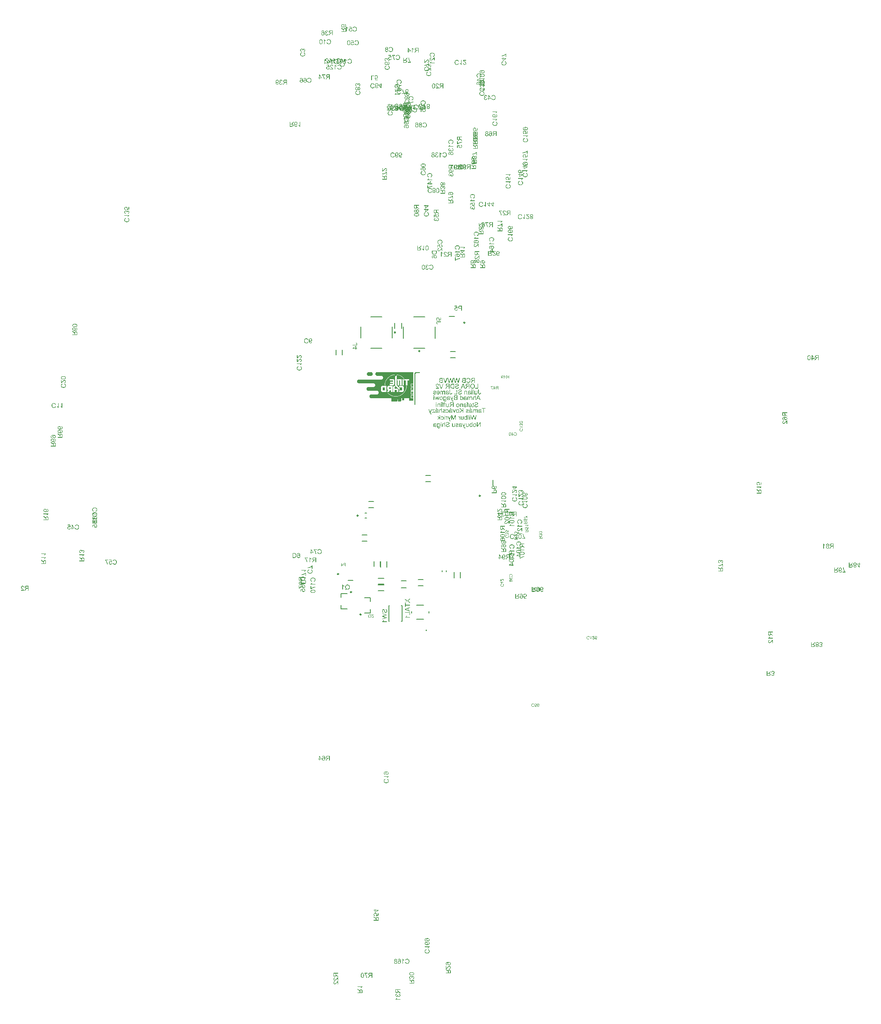
<source format=gbo>
G04*
G04 #@! TF.GenerationSoftware,Altium Limited,Altium Designer,24.2.2 (26)*
G04*
G04 Layer_Color=39423*
%FSLAX44Y44*%
%MOMM*%
G71*
G04*
G04 #@! TF.SameCoordinates,E5005945-8A51-4B8D-8BE1-141B8C32279E*
G04*
G04*
G04 #@! TF.FilePolarity,Positive*
G04*
G01*
G75*
%ADD10C,0.2500*%
%ADD11C,0.1524*%
%ADD14C,0.2000*%
G36*
X78785Y553836D02*
X79224D01*
Y553811D01*
X79395D01*
Y553787D01*
X79469D01*
Y553763D01*
X79640D01*
Y553738D01*
X79713D01*
Y553714D01*
X79835D01*
Y553689D01*
X79908D01*
Y553665D01*
X79957D01*
Y553641D01*
X80055D01*
Y553616D01*
X80079D01*
Y553592D01*
X80177D01*
Y553567D01*
X80226D01*
Y553543D01*
X80299D01*
Y553518D01*
X80348D01*
Y553494D01*
X80397D01*
Y553470D01*
X80445D01*
Y553445D01*
X80494D01*
Y553421D01*
X80543D01*
Y553396D01*
X80592D01*
Y553372D01*
X80616D01*
Y553347D01*
X80690D01*
Y553323D01*
X80714D01*
Y553299D01*
X80763D01*
Y553274D01*
X80787D01*
Y553250D01*
X80836D01*
Y553225D01*
X80861D01*
Y553201D01*
X80909D01*
Y553176D01*
X80934D01*
Y553152D01*
X80958D01*
Y553128D01*
X81007D01*
Y553103D01*
X81056D01*
Y553079D01*
X81080D01*
Y553054D01*
X81105D01*
Y553030D01*
X81129D01*
Y553005D01*
X81178D01*
Y552981D01*
X81202D01*
Y552957D01*
X81227D01*
Y552932D01*
X81251D01*
Y552908D01*
X81276D01*
Y552883D01*
X81300D01*
Y552859D01*
X81325D01*
Y552835D01*
X81373D01*
Y552786D01*
X81422D01*
Y552761D01*
X81447D01*
Y552737D01*
X81471D01*
Y552713D01*
X81496D01*
Y552664D01*
X81544D01*
Y552615D01*
X81593D01*
Y552566D01*
X81618D01*
Y552542D01*
X81642D01*
Y552517D01*
X81666D01*
Y552493D01*
X81691D01*
Y552468D01*
X81715D01*
Y552419D01*
X81764D01*
Y552371D01*
X81789D01*
Y552346D01*
X81813D01*
Y552322D01*
X81837D01*
Y552273D01*
X81862D01*
Y552248D01*
X81886D01*
Y552200D01*
X81911D01*
Y552175D01*
X81935D01*
Y552151D01*
X81959D01*
Y552102D01*
X81984D01*
Y552077D01*
X82008D01*
Y552004D01*
X82033D01*
Y551980D01*
X82057D01*
Y551931D01*
X82082D01*
Y551882D01*
X82106D01*
Y551858D01*
X82130D01*
Y551785D01*
X82155D01*
Y551760D01*
X82179D01*
Y551687D01*
X82204D01*
Y551662D01*
X82228D01*
Y551614D01*
X82253D01*
Y551540D01*
X82277D01*
Y551491D01*
X82301D01*
Y551418D01*
X82326D01*
Y551369D01*
X82350D01*
Y551296D01*
X82375D01*
Y551223D01*
X82399D01*
Y551174D01*
X82423D01*
Y551052D01*
X82448D01*
Y551003D01*
X82472D01*
Y550857D01*
X82497D01*
Y550759D01*
X82521D01*
Y550637D01*
X82546D01*
Y550417D01*
X82570D01*
Y550246D01*
X82594D01*
Y549806D01*
X82570D01*
Y549611D01*
X82546D01*
Y549391D01*
X82521D01*
Y549294D01*
X82497D01*
Y549171D01*
X82472D01*
Y549049D01*
X82448D01*
Y548976D01*
X82423D01*
Y548878D01*
X82399D01*
Y548829D01*
X82375D01*
Y548732D01*
X82350D01*
Y548659D01*
X82326D01*
Y548634D01*
X82301D01*
Y548536D01*
X82277D01*
Y548488D01*
X82253D01*
Y548439D01*
X82228D01*
Y548390D01*
X82204D01*
Y548341D01*
X82179D01*
Y548268D01*
X82155D01*
Y548243D01*
X82130D01*
Y548195D01*
X82106D01*
Y548146D01*
X82082D01*
Y548097D01*
X82057D01*
Y548073D01*
X82033D01*
Y548024D01*
X82008D01*
Y547975D01*
X81984D01*
Y547950D01*
X81959D01*
Y547901D01*
X81935D01*
Y547877D01*
X81911D01*
Y547828D01*
X81886D01*
Y547804D01*
X81862D01*
Y547779D01*
X81837D01*
Y547731D01*
X81813D01*
Y547706D01*
X81789D01*
Y547682D01*
X81764D01*
Y547633D01*
X81740D01*
Y547608D01*
X81715D01*
Y547584D01*
X81691D01*
Y547560D01*
X81666D01*
Y547511D01*
X81642D01*
Y547486D01*
X81618D01*
Y547462D01*
X81593D01*
Y547438D01*
X81569D01*
Y547413D01*
X81544D01*
Y547389D01*
X81520D01*
Y547364D01*
X81496D01*
Y547340D01*
X81471D01*
Y547315D01*
X81447D01*
Y547291D01*
X81422D01*
Y547267D01*
X81398D01*
Y547242D01*
X81373D01*
Y547218D01*
X81349D01*
Y547193D01*
X81325D01*
Y547169D01*
X81300D01*
Y547145D01*
X81276D01*
Y547120D01*
X81227D01*
Y547096D01*
X81202D01*
Y547071D01*
X81178D01*
Y547047D01*
X81154D01*
Y547022D01*
X81129D01*
Y546998D01*
X81105D01*
Y546973D01*
X81056D01*
Y546949D01*
X81032D01*
Y546925D01*
X80983D01*
Y546900D01*
X80958D01*
Y546876D01*
X80934D01*
Y546851D01*
X80885D01*
Y546827D01*
X80861D01*
Y546803D01*
X80812D01*
Y546778D01*
X80763D01*
Y546754D01*
X80738D01*
Y546729D01*
X80690D01*
Y546705D01*
X80665D01*
Y546680D01*
X80592D01*
Y546656D01*
X80568D01*
Y546632D01*
X80519D01*
Y546607D01*
X80470D01*
Y546583D01*
X80421D01*
Y546558D01*
X80348D01*
Y546534D01*
X80323D01*
Y546510D01*
X80250D01*
Y546485D01*
X80201D01*
Y546461D01*
X80152D01*
Y546436D01*
X80055D01*
Y546412D01*
X80006D01*
Y546387D01*
X79908D01*
Y546363D01*
X79859D01*
Y546339D01*
X79762D01*
Y546314D01*
X79664D01*
Y546290D01*
X79591D01*
Y546265D01*
X79395D01*
Y546241D01*
X79273D01*
Y546217D01*
X78980D01*
Y546192D01*
X74047D01*
Y546217D01*
X73730D01*
Y546241D01*
X73608D01*
Y546265D01*
X73437D01*
Y546290D01*
X73363D01*
Y546314D01*
X73266D01*
Y546339D01*
X73168D01*
Y546363D01*
X73095D01*
Y546387D01*
X72997D01*
Y546412D01*
X72972D01*
Y546436D01*
X72875D01*
Y546461D01*
X72826D01*
Y546485D01*
X72777D01*
Y546510D01*
X72704D01*
Y546534D01*
X72655D01*
Y546558D01*
X72606D01*
Y546583D01*
X72557D01*
Y546607D01*
X72509D01*
Y546632D01*
X72460D01*
Y546656D01*
X72411D01*
Y546680D01*
X72362D01*
Y546705D01*
X72338D01*
Y546729D01*
X72289D01*
Y546754D01*
X72240D01*
Y546778D01*
X72215D01*
Y546803D01*
X72167D01*
Y546827D01*
X72142D01*
Y546851D01*
X72093D01*
Y546876D01*
X72069D01*
Y546900D01*
X72020D01*
Y546925D01*
X71996D01*
Y546949D01*
X71971D01*
Y546973D01*
X71922D01*
Y546998D01*
X71898D01*
Y547022D01*
X71874D01*
Y547047D01*
X71849D01*
Y547071D01*
X71800D01*
Y547096D01*
X71776D01*
Y547120D01*
X71751D01*
Y547145D01*
X71703D01*
Y547193D01*
X71678D01*
Y547218D01*
X71654D01*
Y547242D01*
X71629D01*
Y547267D01*
X71581D01*
Y547291D01*
Y547315D01*
X71556D01*
Y547340D01*
X71532D01*
Y547364D01*
X71507D01*
Y547389D01*
X71483D01*
Y547413D01*
X71459D01*
Y547438D01*
X71410D01*
Y547486D01*
X71385D01*
Y547511D01*
X71361D01*
Y547535D01*
X71336D01*
Y547560D01*
X71312D01*
Y547584D01*
X71287D01*
Y547633D01*
X71263D01*
Y547657D01*
X71239D01*
Y547682D01*
X71214D01*
Y547731D01*
X71190D01*
Y547755D01*
X71165D01*
Y547804D01*
X71141D01*
Y547828D01*
X71116D01*
Y547877D01*
X71092D01*
Y547901D01*
X71068D01*
Y547926D01*
X71043D01*
Y547975D01*
X71019D01*
Y547999D01*
X70994D01*
Y548048D01*
X70970D01*
Y548097D01*
X70946D01*
Y548121D01*
X70921D01*
Y548170D01*
X70897D01*
Y548219D01*
X70872D01*
Y548292D01*
X70848D01*
Y548317D01*
X70823D01*
Y548366D01*
X70799D01*
Y548414D01*
X70775D01*
Y548463D01*
X70750D01*
Y548536D01*
X70726D01*
Y548585D01*
X70701D01*
Y548659D01*
X70677D01*
Y548707D01*
X70652D01*
Y548781D01*
X70628D01*
Y548878D01*
X70604D01*
Y548927D01*
X70579D01*
Y549049D01*
X70555D01*
Y549123D01*
X70530D01*
Y549245D01*
X70506D01*
Y549367D01*
X70482D01*
Y549489D01*
X70457D01*
Y549880D01*
X70433D01*
Y550173D01*
X70457D01*
Y550539D01*
X70482D01*
Y550686D01*
X70506D01*
Y550783D01*
X70530D01*
Y550930D01*
X70555D01*
Y551003D01*
X70579D01*
Y551125D01*
X70604D01*
Y551174D01*
X70628D01*
Y551247D01*
X70652D01*
Y551345D01*
X70677D01*
Y551369D01*
X70701D01*
Y551467D01*
X70726D01*
Y551516D01*
X70750D01*
Y551565D01*
X70775D01*
Y551638D01*
X70799D01*
Y551662D01*
X70823D01*
Y551736D01*
X70848D01*
Y551760D01*
X70872D01*
Y551833D01*
X70897D01*
Y551858D01*
X70921D01*
Y551907D01*
X70946D01*
Y551955D01*
X70970D01*
Y551980D01*
X70994D01*
Y552053D01*
X71019D01*
Y552077D01*
X71043D01*
Y552126D01*
X71068D01*
Y552151D01*
X71092D01*
Y552175D01*
X71116D01*
Y552224D01*
X71141D01*
Y552248D01*
X71165D01*
Y552297D01*
X71190D01*
Y552322D01*
X71214D01*
Y552346D01*
X71239D01*
Y552395D01*
X71263D01*
Y552419D01*
X71287D01*
Y552444D01*
X71312D01*
Y552468D01*
X71336D01*
Y552517D01*
X71361D01*
Y552542D01*
X71385D01*
Y552566D01*
X71410D01*
Y552590D01*
X71434D01*
Y552615D01*
X71459D01*
Y552639D01*
X71483D01*
Y552664D01*
X71507D01*
Y552688D01*
X71532D01*
Y552713D01*
X71556D01*
Y552737D01*
X71581D01*
Y552761D01*
X71605D01*
Y552786D01*
X71629D01*
Y552810D01*
X71654D01*
Y552835D01*
X71678D01*
Y552859D01*
X71703D01*
Y552883D01*
X71727D01*
Y552908D01*
X71751D01*
Y552932D01*
X71776D01*
Y552957D01*
X71825D01*
Y552981D01*
X71849D01*
Y553005D01*
X71874D01*
Y553030D01*
X71898D01*
Y553054D01*
X71947D01*
Y553079D01*
X71971D01*
Y553103D01*
X71996D01*
Y553128D01*
X72045D01*
Y553152D01*
X72069D01*
Y553176D01*
X72118D01*
Y553201D01*
X72142D01*
Y553225D01*
X72191D01*
Y553250D01*
X72215D01*
Y553274D01*
X72264D01*
Y553299D01*
X72313D01*
Y553323D01*
X72338D01*
Y553347D01*
X72386D01*
Y553372D01*
X72435D01*
Y553396D01*
X72460D01*
Y553421D01*
X72533D01*
Y553445D01*
X72557D01*
Y553470D01*
X72631D01*
Y553494D01*
X72680D01*
Y553518D01*
X72728D01*
Y553543D01*
X72802D01*
Y553567D01*
X72850D01*
Y553592D01*
X72924D01*
Y553616D01*
X72972D01*
Y553641D01*
X73046D01*
Y553665D01*
X73119D01*
Y553689D01*
X73192D01*
Y553714D01*
X73314D01*
Y553738D01*
X73388D01*
Y553763D01*
X73534D01*
Y553787D01*
X73632D01*
Y553811D01*
X73803D01*
Y553836D01*
X74218D01*
Y553860D01*
X78785D01*
Y553836D01*
D02*
G37*
G36*
X165822D02*
X165846D01*
Y553787D01*
X165870D01*
Y553738D01*
X165846D01*
Y530440D01*
X165822D01*
Y530416D01*
X160254D01*
Y530440D01*
X160205D01*
Y524506D01*
Y524482D01*
Y523969D01*
X165846D01*
Y522601D01*
X165870D01*
Y522577D01*
X165846D01*
Y522504D01*
X160205D01*
Y522479D01*
X160180D01*
Y522455D01*
X160205D01*
Y516081D01*
X160180D01*
Y516056D01*
X160205D01*
Y516032D01*
X160278D01*
Y516056D01*
X160327D01*
Y516032D01*
X165724D01*
Y516056D01*
X165748D01*
Y516032D01*
X165846D01*
Y514591D01*
X165797D01*
Y514567D01*
X160278D01*
Y514591D01*
X160205D01*
Y508120D01*
X165846D01*
Y506654D01*
X165797D01*
Y506630D01*
X160278D01*
Y506654D01*
X160205D01*
Y500207D01*
X165846D01*
Y495005D01*
X165870D01*
Y494957D01*
X165846D01*
Y494932D01*
X157152D01*
Y494957D01*
X157128D01*
Y500012D01*
X157103D01*
Y500036D01*
X157079D01*
Y500109D01*
X157054D01*
Y500134D01*
X157030D01*
Y500183D01*
X157006D01*
Y500207D01*
X156981D01*
Y500232D01*
X156957D01*
Y500256D01*
X156932D01*
Y500280D01*
X156883D01*
Y500305D01*
X156859D01*
Y500329D01*
X156786D01*
Y500354D01*
X156737D01*
Y500378D01*
X147725D01*
Y500354D01*
X147677D01*
Y500329D01*
X147603D01*
Y500305D01*
X147555D01*
Y500280D01*
X147530D01*
Y500256D01*
X147506D01*
Y500232D01*
X147481D01*
Y500207D01*
X147457D01*
Y500183D01*
X147432D01*
Y500158D01*
X147408D01*
Y500109D01*
X147384D01*
Y500085D01*
X147359D01*
Y500012D01*
X147335D01*
Y499914D01*
X147310D01*
Y496446D01*
X147286D01*
Y496373D01*
X147262D01*
Y496324D01*
X147237D01*
Y496275D01*
X147213D01*
Y496251D01*
X147188D01*
Y496227D01*
X147164D01*
Y496202D01*
X147139D01*
Y496178D01*
X147115D01*
Y496153D01*
X147066D01*
Y496129D01*
X147042D01*
Y496104D01*
X146968D01*
Y496080D01*
X146895D01*
Y496055D01*
X143354D01*
Y496080D01*
X143281D01*
Y496104D01*
X143208D01*
Y496129D01*
X143183D01*
Y496153D01*
X143134D01*
Y496178D01*
X143110D01*
Y496202D01*
X143085D01*
Y496227D01*
X143061D01*
Y496251D01*
X143037D01*
Y496275D01*
X143012D01*
Y496349D01*
X142988D01*
Y496373D01*
X142963D01*
Y496446D01*
X142939D01*
Y496593D01*
X142915D01*
Y499499D01*
X142890D01*
Y499621D01*
X142866D01*
Y499670D01*
X142841D01*
Y499743D01*
X142817D01*
Y499792D01*
X142793D01*
Y499841D01*
X142768D01*
Y499890D01*
X142744D01*
Y499914D01*
X142719D01*
Y499939D01*
X142695D01*
Y499963D01*
X142670D01*
Y500012D01*
X142646D01*
Y500036D01*
X142621D01*
Y500061D01*
X142597D01*
Y500085D01*
X142573D01*
Y500109D01*
X142548D01*
Y500134D01*
X142499D01*
Y500158D01*
X142475D01*
Y500183D01*
X142451D01*
Y500207D01*
X142402D01*
Y500232D01*
X142377D01*
Y500256D01*
X142304D01*
Y500280D01*
X142255D01*
Y500305D01*
X142206D01*
Y500329D01*
X142109D01*
Y500354D01*
X141987D01*
Y500378D01*
X141693D01*
Y500354D01*
X141596D01*
Y500329D01*
X141498D01*
Y500305D01*
X141425D01*
Y500280D01*
X141400D01*
Y500256D01*
X141327D01*
Y500232D01*
X141303D01*
Y500207D01*
X141254D01*
Y500183D01*
X141229D01*
Y500158D01*
X141181D01*
Y500134D01*
X141156D01*
Y500109D01*
X141132D01*
Y500085D01*
X141107D01*
Y500061D01*
X141083D01*
Y500036D01*
X141059D01*
Y500012D01*
X141034D01*
Y499987D01*
X141010D01*
Y499963D01*
X140985D01*
Y499939D01*
X140961D01*
Y499890D01*
X140936D01*
Y499865D01*
X140912D01*
Y499816D01*
X140888D01*
Y499768D01*
X140863D01*
Y499719D01*
X140839D01*
Y499645D01*
X140814D01*
Y499597D01*
X140790D01*
Y499450D01*
X140765D01*
Y494248D01*
X140741D01*
Y494175D01*
X140717D01*
Y494102D01*
X140692D01*
Y494077D01*
X140668D01*
Y494029D01*
X140643D01*
Y494004D01*
X140619D01*
Y493980D01*
X140595D01*
Y493955D01*
X140570D01*
Y493931D01*
X140521D01*
Y493907D01*
X140497D01*
Y493882D01*
X140448D01*
Y493858D01*
X140350D01*
Y493833D01*
X134611D01*
Y493858D01*
X134538D01*
Y493882D01*
X134465D01*
Y493907D01*
X134440D01*
Y493931D01*
X134392D01*
Y493955D01*
X134367D01*
Y493980D01*
X134343D01*
Y494029D01*
X134318D01*
Y494053D01*
X134294D01*
Y494077D01*
X134270D01*
Y494126D01*
X134245D01*
Y494175D01*
X134221D01*
Y497643D01*
X134196D01*
Y497789D01*
X134172D01*
Y497863D01*
X134147D01*
Y497912D01*
X134123D01*
Y497936D01*
X134099D01*
Y497985D01*
X134074D01*
Y498009D01*
X134050D01*
Y498034D01*
X134025D01*
Y498058D01*
X134001D01*
Y498083D01*
X133976D01*
Y498107D01*
X133928D01*
Y498131D01*
X133879D01*
Y498156D01*
X133806D01*
Y498180D01*
X133732D01*
Y498205D01*
X133586D01*
Y498180D01*
X133537D01*
Y498156D01*
X133439D01*
Y498131D01*
X133390D01*
Y498107D01*
X133366D01*
Y498083D01*
X133317D01*
Y498058D01*
X133293D01*
Y498034D01*
X133268D01*
Y498009D01*
X133244D01*
Y497985D01*
X133219D01*
Y497936D01*
X133195D01*
Y497887D01*
X133171D01*
Y497814D01*
X133146D01*
Y497765D01*
X133122D01*
Y494224D01*
X133097D01*
Y494151D01*
X133073D01*
Y494102D01*
X133048D01*
Y494053D01*
X133024D01*
Y494029D01*
X133000D01*
Y494004D01*
X132975D01*
Y493980D01*
X132951D01*
Y493955D01*
X132926D01*
Y493931D01*
X132878D01*
Y493907D01*
X132853D01*
Y493882D01*
X132804D01*
Y493858D01*
X132731D01*
Y493833D01*
X121522D01*
Y493858D01*
X121448D01*
Y493882D01*
X121375D01*
Y493907D01*
X121351D01*
Y493931D01*
X121302D01*
Y493955D01*
X121278D01*
Y493980D01*
X121253D01*
Y494004D01*
X121229D01*
Y494029D01*
X121204D01*
Y494077D01*
X121180D01*
Y494102D01*
X121155D01*
Y494175D01*
X121131D01*
Y494248D01*
X121107D01*
Y499963D01*
X121082D01*
Y500036D01*
X121058D01*
Y500085D01*
X121033D01*
Y500134D01*
X121009D01*
Y500158D01*
X120984D01*
Y500183D01*
X120960D01*
Y500232D01*
X120911D01*
Y500256D01*
X120887D01*
Y500280D01*
X120862D01*
Y500305D01*
X120814D01*
Y500329D01*
X120740D01*
Y500354D01*
X120691D01*
Y500378D01*
X78614D01*
Y500402D01*
X78541D01*
Y500427D01*
X78418D01*
Y500451D01*
X78345D01*
Y500476D01*
X78272D01*
Y500500D01*
X78199D01*
Y500525D01*
X78150D01*
Y500549D01*
X78077D01*
Y500573D01*
X78028D01*
Y500598D01*
X77955D01*
Y500622D01*
X77906D01*
Y500647D01*
X77881D01*
Y500671D01*
X77808D01*
Y500695D01*
X77783D01*
Y500720D01*
X77735D01*
Y500744D01*
X77686D01*
Y500769D01*
X77661D01*
Y500793D01*
X77613D01*
Y500818D01*
X77588D01*
Y500842D01*
X77539D01*
Y500867D01*
X77515D01*
Y500891D01*
X77466D01*
Y500915D01*
X77442D01*
Y500940D01*
X77417D01*
Y500964D01*
X77368D01*
Y500989D01*
X77344D01*
Y501013D01*
X77319D01*
Y501037D01*
X77271D01*
Y501062D01*
X77246D01*
Y501086D01*
X77222D01*
Y501111D01*
X77197D01*
Y501135D01*
X77149D01*
Y501160D01*
X77124D01*
Y501184D01*
X77100D01*
Y501208D01*
X77075D01*
Y501257D01*
X77027D01*
Y501306D01*
X76978D01*
Y501330D01*
X76953D01*
Y501355D01*
X76929D01*
Y501379D01*
X76904D01*
Y501428D01*
X76856D01*
Y501453D01*
X76831D01*
Y501477D01*
X76807D01*
Y501526D01*
X76782D01*
Y501550D01*
X76758D01*
Y501575D01*
X76733D01*
Y501599D01*
X76709D01*
Y501624D01*
X76685D01*
Y501672D01*
X76660D01*
Y501697D01*
X76636D01*
Y501721D01*
X76611D01*
Y501770D01*
X76587D01*
Y501795D01*
X76562D01*
Y501819D01*
X76538D01*
Y501868D01*
X76514D01*
Y501892D01*
X76489D01*
Y501941D01*
X76465D01*
Y501965D01*
X76440D01*
Y502014D01*
X76416D01*
Y502039D01*
X76392D01*
Y502088D01*
X76367D01*
Y502112D01*
X76343D01*
Y502161D01*
X76318D01*
Y502210D01*
X76294D01*
Y502234D01*
X76269D01*
Y502307D01*
X76245D01*
Y502332D01*
X76221D01*
Y502381D01*
X76196D01*
Y502429D01*
X76172D01*
Y502478D01*
X76147D01*
Y502551D01*
X76123D01*
Y502576D01*
X76098D01*
Y502649D01*
X76074D01*
Y502698D01*
X76050D01*
Y502771D01*
X76025D01*
Y502869D01*
X76001D01*
Y502893D01*
X75976D01*
Y502991D01*
X75952D01*
Y503064D01*
X75928D01*
Y503138D01*
X75903D01*
Y503235D01*
X75879D01*
Y503309D01*
X75854D01*
Y503480D01*
X75830D01*
Y503602D01*
X75805D01*
Y503821D01*
X75781D01*
Y504139D01*
X75757D01*
Y504261D01*
X75781D01*
Y504554D01*
X75805D01*
Y504774D01*
X75830D01*
Y504896D01*
X75854D01*
Y505042D01*
X75879D01*
Y505140D01*
X75903D01*
Y505213D01*
X75928D01*
Y505287D01*
X75952D01*
Y505360D01*
X75976D01*
Y505458D01*
X76001D01*
Y505507D01*
X76025D01*
Y505604D01*
X76050D01*
Y505629D01*
X76074D01*
Y505677D01*
X76098D01*
Y505751D01*
X76123D01*
Y505800D01*
X76147D01*
Y505848D01*
X76172D01*
Y505897D01*
X76196D01*
Y505946D01*
X76221D01*
Y505995D01*
X76245D01*
Y506044D01*
X76269D01*
Y506093D01*
X76294D01*
Y506117D01*
X76318D01*
Y506166D01*
X76343D01*
Y506215D01*
X76367D01*
Y506239D01*
X76392D01*
Y506288D01*
X76416D01*
Y506312D01*
X76440D01*
Y506361D01*
X76465D01*
Y506386D01*
X76489D01*
Y506435D01*
X76514D01*
Y506459D01*
X76538D01*
Y506483D01*
X76562D01*
Y506532D01*
X76611D01*
Y506581D01*
X76636D01*
Y506605D01*
X76660D01*
Y506630D01*
X76685D01*
Y506654D01*
X76709D01*
Y506679D01*
X76733D01*
Y506728D01*
X76758D01*
Y506752D01*
X76782D01*
Y506776D01*
X76807D01*
Y506801D01*
X76831D01*
Y506825D01*
X76856D01*
Y506850D01*
X76880D01*
Y506874D01*
X76904D01*
Y506898D01*
X76929D01*
Y506923D01*
X76953D01*
Y506947D01*
X76978D01*
Y506972D01*
X77002D01*
Y506996D01*
X77027D01*
Y507021D01*
X77051D01*
Y507045D01*
X77100D01*
Y507069D01*
X77124D01*
Y507094D01*
X77149D01*
Y507118D01*
X77173D01*
Y507143D01*
X77197D01*
Y507167D01*
X77246D01*
Y507192D01*
X77271D01*
Y507216D01*
X77295D01*
Y507240D01*
X77344D01*
Y507265D01*
X77368D01*
Y507289D01*
X77417D01*
Y507314D01*
X77442D01*
Y507338D01*
X77466D01*
Y507363D01*
X77515D01*
Y507387D01*
X77539D01*
Y507411D01*
X77588D01*
Y507436D01*
X77613D01*
Y507460D01*
X77661D01*
Y507485D01*
X77710D01*
Y507509D01*
X77735D01*
Y507533D01*
X77808D01*
Y507558D01*
X77832D01*
Y507582D01*
X77906D01*
Y507607D01*
X77930D01*
Y507631D01*
X77979D01*
Y507656D01*
X78052D01*
Y507680D01*
X78077D01*
Y507704D01*
X78150D01*
Y507729D01*
X78199D01*
Y507753D01*
X78296D01*
Y507778D01*
X78345D01*
Y507802D01*
X78418D01*
Y507826D01*
X78516D01*
Y507851D01*
X78565D01*
Y507875D01*
X78687D01*
Y507900D01*
X78760D01*
Y507924D01*
X78858D01*
Y507949D01*
X79029D01*
Y507973D01*
X79151D01*
Y507998D01*
X91142D01*
Y508022D01*
X91337D01*
Y508046D01*
X91581D01*
Y508071D01*
X91704D01*
Y508095D01*
X91801D01*
Y508120D01*
X91948D01*
Y508144D01*
X91997D01*
Y508168D01*
X92119D01*
Y508193D01*
X92192D01*
Y508217D01*
X92265D01*
Y508242D01*
X92338D01*
Y508266D01*
X92387D01*
Y508290D01*
X92461D01*
Y508315D01*
X92509D01*
Y508339D01*
X92583D01*
Y508364D01*
X92632D01*
Y508388D01*
X92680D01*
Y508413D01*
X92729D01*
Y508437D01*
X92754D01*
Y508461D01*
X92827D01*
Y508486D01*
X92876D01*
Y508510D01*
X92900D01*
Y508535D01*
X92949D01*
Y508559D01*
X92998D01*
Y508584D01*
X93047D01*
Y508608D01*
X93071D01*
Y508632D01*
X93120D01*
Y508657D01*
X93144D01*
Y508681D01*
X93193D01*
Y508706D01*
X93218D01*
Y508730D01*
X93242D01*
Y508755D01*
X93291D01*
Y508779D01*
X93315D01*
Y508803D01*
X93364D01*
Y508828D01*
X93389D01*
Y508852D01*
X93413D01*
Y508877D01*
X93462D01*
Y508901D01*
X93486D01*
Y508926D01*
X93511D01*
Y508950D01*
X93535D01*
Y508974D01*
X93560D01*
Y508999D01*
X93608D01*
Y509048D01*
X93657D01*
Y509072D01*
X93682D01*
Y509096D01*
X93706D01*
Y509121D01*
X93730D01*
Y509145D01*
X93755D01*
Y509170D01*
X93779D01*
Y509194D01*
X93804D01*
Y509218D01*
X93828D01*
Y509267D01*
X93853D01*
Y509292D01*
X93901D01*
Y509341D01*
X93926D01*
Y509365D01*
X93950D01*
Y509389D01*
X93975D01*
Y509414D01*
X93999D01*
Y509438D01*
X94024D01*
Y509487D01*
X94048D01*
Y509512D01*
X94072D01*
Y509536D01*
X94097D01*
Y509585D01*
X94121D01*
Y509609D01*
X94146D01*
Y509634D01*
X94170D01*
Y509658D01*
X94194D01*
Y509707D01*
X94219D01*
Y509756D01*
X94243D01*
Y509780D01*
X94268D01*
Y509829D01*
X94292D01*
Y509854D01*
X94317D01*
Y509902D01*
X94341D01*
Y509927D01*
X94365D01*
Y510000D01*
X94390D01*
Y510024D01*
X94414D01*
Y510073D01*
X94439D01*
Y510122D01*
X94463D01*
Y510146D01*
X94487D01*
Y510244D01*
X94512D01*
Y510269D01*
X94536D01*
Y510317D01*
X94561D01*
Y510391D01*
X94585D01*
Y510440D01*
X94610D01*
Y510513D01*
X94634D01*
Y510562D01*
X94658D01*
Y510659D01*
X94683D01*
Y510733D01*
X94707D01*
Y510782D01*
X94732D01*
Y510904D01*
X94756D01*
Y510977D01*
X94781D01*
Y511123D01*
X94805D01*
Y511245D01*
X94830D01*
Y511416D01*
X94854D01*
Y511441D01*
X94830D01*
Y511465D01*
X94854D01*
Y512247D01*
X94830D01*
Y512418D01*
X94805D01*
Y512515D01*
X94781D01*
Y512662D01*
X94756D01*
Y512760D01*
X94732D01*
Y512857D01*
X94707D01*
Y512930D01*
X94683D01*
Y513004D01*
X94658D01*
Y513077D01*
X94634D01*
Y513126D01*
X94610D01*
Y513224D01*
X94585D01*
Y513272D01*
X94561D01*
Y513321D01*
X94536D01*
Y513370D01*
X94512D01*
Y513419D01*
X94487D01*
Y513492D01*
X94463D01*
Y513517D01*
X94439D01*
Y513590D01*
X94414D01*
Y513614D01*
X94390D01*
Y513663D01*
X94365D01*
Y513712D01*
X94341D01*
Y513736D01*
X94317D01*
Y513810D01*
X94292D01*
Y513834D01*
X94268D01*
Y513883D01*
X94243D01*
Y513907D01*
X94219D01*
Y513932D01*
X94194D01*
Y513981D01*
X94170D01*
Y514005D01*
X94146D01*
Y514054D01*
X94121D01*
Y514078D01*
X94097D01*
Y514103D01*
X94072D01*
Y514152D01*
X94048D01*
Y514176D01*
X94024D01*
Y514200D01*
X93999D01*
Y514225D01*
X93975D01*
Y514274D01*
X93950D01*
Y514298D01*
X93926D01*
Y514323D01*
X93901D01*
Y514347D01*
X93877D01*
Y514371D01*
X93853D01*
Y514396D01*
X93828D01*
Y514420D01*
X93804D01*
Y514445D01*
X93779D01*
Y514469D01*
X93755D01*
Y514493D01*
X93730D01*
Y514518D01*
X93706D01*
Y514542D01*
X93682D01*
Y514567D01*
X93657D01*
Y514591D01*
X93633D01*
Y514616D01*
X93608D01*
Y514640D01*
X93584D01*
Y514664D01*
X93560D01*
Y514689D01*
X93511D01*
Y514713D01*
X93486D01*
Y514738D01*
X93462D01*
Y514762D01*
X93437D01*
Y514786D01*
X93413D01*
Y514811D01*
X93389D01*
Y514835D01*
X93340D01*
Y514860D01*
X93315D01*
Y514884D01*
X93291D01*
Y514909D01*
X93242D01*
Y514933D01*
X93218D01*
Y514958D01*
X93169D01*
Y514982D01*
X93144D01*
Y515006D01*
X93096D01*
Y515031D01*
X93047D01*
Y515055D01*
X93022D01*
Y515080D01*
X92973D01*
Y515104D01*
X92949D01*
Y515128D01*
X92900D01*
Y515153D01*
X92851D01*
Y515177D01*
X92827D01*
Y515202D01*
X92754D01*
Y515226D01*
X92705D01*
Y515251D01*
X92656D01*
Y515275D01*
X92607D01*
Y515299D01*
X92558D01*
Y515324D01*
X92485D01*
Y515348D01*
X92436D01*
Y515373D01*
X92363D01*
Y515397D01*
X92314D01*
Y515421D01*
X92241D01*
Y515446D01*
X92143D01*
Y515470D01*
X92094D01*
Y515495D01*
X91972D01*
Y515519D01*
X91899D01*
Y515544D01*
X91777D01*
Y515568D01*
X91655D01*
Y515592D01*
X91533D01*
Y515617D01*
X91093D01*
Y515641D01*
X73192D01*
Y515666D01*
X72924D01*
Y515690D01*
X72802D01*
Y515714D01*
X72704D01*
Y515739D01*
X72557D01*
Y515763D01*
X72484D01*
Y515788D01*
X72386D01*
Y515812D01*
X72313D01*
Y515837D01*
X72240D01*
Y515861D01*
X72167D01*
Y515886D01*
X72118D01*
Y515910D01*
X72020D01*
Y515934D01*
X71996D01*
Y515959D01*
X71922D01*
Y515983D01*
X71874D01*
Y516008D01*
X71825D01*
Y516032D01*
X71776D01*
Y516056D01*
X71727D01*
Y516081D01*
X71654D01*
Y516105D01*
X71629D01*
Y516130D01*
X71581D01*
Y516154D01*
X71532D01*
Y516179D01*
X71507D01*
Y516203D01*
X71459D01*
Y516227D01*
X71434D01*
Y516252D01*
X71385D01*
Y516276D01*
X71336D01*
Y516301D01*
X71312D01*
Y516325D01*
X71263D01*
Y516349D01*
X71239D01*
Y516374D01*
X71190D01*
Y516398D01*
X71165D01*
Y516423D01*
X71141D01*
Y516447D01*
X71116D01*
Y516472D01*
X71092D01*
Y516496D01*
X71043D01*
Y516520D01*
X71019D01*
Y516545D01*
X70970D01*
Y516569D01*
X70946D01*
Y516594D01*
X70921D01*
Y516618D01*
X70897D01*
Y516642D01*
X70872D01*
Y516667D01*
X70848D01*
Y516691D01*
X70823D01*
Y516716D01*
X70799D01*
Y516740D01*
X70775D01*
Y516765D01*
X70750D01*
Y516789D01*
X70726D01*
Y516814D01*
X70701D01*
Y516838D01*
X70677D01*
Y516862D01*
X70652D01*
Y516887D01*
X70628D01*
Y516911D01*
X70604D01*
Y516936D01*
X70579D01*
Y516960D01*
X70555D01*
Y516984D01*
X70530D01*
Y517033D01*
X70506D01*
Y517058D01*
X70482D01*
Y517082D01*
X70457D01*
Y517131D01*
X70408D01*
Y517180D01*
X70384D01*
Y517204D01*
X70360D01*
Y517253D01*
X70335D01*
Y517277D01*
X70311D01*
Y517302D01*
X70286D01*
Y517351D01*
X70262D01*
Y517375D01*
X70237D01*
Y517424D01*
X70213D01*
Y517448D01*
X70189D01*
Y517497D01*
X70164D01*
Y517546D01*
X70140D01*
Y517570D01*
X70115D01*
Y517644D01*
X70091D01*
Y517668D01*
X70066D01*
Y517717D01*
X70042D01*
Y517766D01*
X70018D01*
Y517790D01*
X69993D01*
Y517888D01*
X69969D01*
Y517912D01*
X69944D01*
Y517986D01*
X69920D01*
Y518035D01*
X69896D01*
Y518083D01*
X69871D01*
Y518157D01*
X69847D01*
Y518205D01*
X69822D01*
Y518303D01*
X69798D01*
Y518376D01*
X69773D01*
Y518474D01*
X69749D01*
Y518547D01*
X69724D01*
Y518621D01*
X69700D01*
Y518816D01*
X69676D01*
Y518914D01*
X69651D01*
Y519182D01*
X69627D01*
Y519720D01*
X69651D01*
Y520013D01*
X69676D01*
Y520135D01*
X69700D01*
Y520281D01*
X69724D01*
Y520379D01*
X69749D01*
Y520477D01*
X69773D01*
Y520574D01*
X69798D01*
Y520623D01*
X69822D01*
Y520721D01*
X69847D01*
Y520770D01*
X69871D01*
Y520843D01*
X69896D01*
Y520892D01*
X69920D01*
Y520941D01*
X69944D01*
Y521014D01*
X69969D01*
Y521063D01*
X69993D01*
Y521136D01*
X70018D01*
Y521160D01*
X70042D01*
Y521209D01*
X70066D01*
Y521258D01*
X70091D01*
Y521307D01*
X70115D01*
Y521356D01*
X70140D01*
Y521380D01*
X70164D01*
Y521429D01*
X70189D01*
Y521478D01*
X70213D01*
Y521502D01*
X70237D01*
Y521551D01*
X70262D01*
Y521576D01*
X70286D01*
Y521624D01*
X70311D01*
Y521649D01*
X70335D01*
Y521698D01*
X70360D01*
Y521722D01*
X70384D01*
Y521746D01*
X70408D01*
Y521795D01*
X70433D01*
Y521820D01*
X70457D01*
Y521844D01*
X70482D01*
Y521869D01*
X70506D01*
Y521893D01*
X70530D01*
Y521942D01*
X70555D01*
Y521966D01*
X70579D01*
Y521991D01*
X70604D01*
Y522015D01*
X70628D01*
Y522040D01*
X70652D01*
Y522064D01*
X70677D01*
Y522088D01*
X70701D01*
Y522113D01*
X70726D01*
Y522137D01*
X70750D01*
Y522162D01*
X70775D01*
Y522186D01*
X70799D01*
Y522211D01*
X70823D01*
Y522235D01*
X70848D01*
Y522259D01*
X70872D01*
Y522284D01*
X70897D01*
Y522308D01*
X70921D01*
Y522333D01*
X70946D01*
Y522357D01*
X70994D01*
Y522406D01*
X71043D01*
Y522430D01*
X71068D01*
Y522455D01*
X71092D01*
Y522479D01*
X71141D01*
Y522504D01*
X71165D01*
Y522528D01*
X71214D01*
Y522552D01*
X71239D01*
Y522577D01*
X71263D01*
Y522601D01*
X71312D01*
Y522626D01*
X71336D01*
Y522650D01*
X71385D01*
Y522674D01*
X71410D01*
Y522699D01*
X71459D01*
Y522723D01*
X71483D01*
Y522748D01*
X71532D01*
Y522772D01*
X71581D01*
Y522797D01*
X71605D01*
Y522821D01*
X71678D01*
Y522845D01*
X71727D01*
Y522870D01*
X71776D01*
Y522894D01*
X71825D01*
Y522919D01*
X71849D01*
Y522943D01*
X71922D01*
Y522968D01*
X71971D01*
Y522992D01*
X72045D01*
Y523016D01*
X72093D01*
Y523041D01*
X72142D01*
Y523065D01*
X72240D01*
Y523090D01*
X72289D01*
Y523114D01*
X72411D01*
Y523139D01*
X72460D01*
Y523163D01*
X72557D01*
Y523187D01*
X72655D01*
Y523212D01*
X72753D01*
Y523236D01*
X72948D01*
Y523261D01*
X73095D01*
Y523285D01*
X84060D01*
Y523310D01*
X84255D01*
Y523334D01*
X84304D01*
Y523310D01*
X84328D01*
Y523334D01*
X84451D01*
Y523358D01*
X84621D01*
Y523383D01*
X84695D01*
Y523407D01*
X84817D01*
Y523432D01*
X84890D01*
Y523456D01*
X84988D01*
Y523480D01*
X85061D01*
Y523505D01*
X85110D01*
Y523529D01*
X85208D01*
Y523554D01*
X85256D01*
Y523578D01*
X85330D01*
Y523602D01*
X85379D01*
Y523627D01*
X85427D01*
Y523651D01*
X85501D01*
Y523676D01*
X85525D01*
Y523700D01*
X85598D01*
Y523725D01*
X85623D01*
Y523749D01*
X85696D01*
Y523773D01*
X85720D01*
Y523798D01*
X85769D01*
Y523822D01*
X85818D01*
Y523847D01*
X85843D01*
Y523871D01*
X85891D01*
Y523896D01*
X85940D01*
Y523920D01*
X85965D01*
Y523944D01*
X86013D01*
Y523969D01*
X86038D01*
Y523993D01*
X86087D01*
Y524018D01*
X86111D01*
Y524042D01*
X86136D01*
Y524067D01*
X86184D01*
Y524091D01*
X86209D01*
Y524115D01*
X86233D01*
Y524140D01*
X86258D01*
Y524164D01*
X86306D01*
Y524189D01*
X86331D01*
Y524213D01*
X86355D01*
Y524238D01*
X86380D01*
Y524262D01*
X86404D01*
Y524286D01*
X86453D01*
Y524311D01*
X86477D01*
Y524335D01*
X86502D01*
Y524360D01*
X86526D01*
Y524384D01*
X86551D01*
Y524408D01*
X86575D01*
Y524433D01*
X86600D01*
Y524457D01*
X86624D01*
Y524482D01*
X86648D01*
Y524506D01*
X86673D01*
Y524530D01*
X86697D01*
Y524555D01*
X86722D01*
Y524579D01*
X86746D01*
Y524628D01*
X86770D01*
Y524653D01*
X86795D01*
Y524677D01*
X86819D01*
Y524701D01*
X86844D01*
Y524726D01*
X86868D01*
Y524775D01*
X86893D01*
Y524799D01*
X86917D01*
Y524824D01*
X86941D01*
Y524872D01*
X86966D01*
Y524897D01*
X86990D01*
Y524921D01*
X87015D01*
Y524946D01*
X87039D01*
Y524995D01*
X87064D01*
Y525043D01*
X87088D01*
Y525068D01*
X87112D01*
Y525117D01*
X87137D01*
Y525141D01*
X87161D01*
Y525190D01*
X87186D01*
Y525239D01*
X87210D01*
Y525288D01*
X87234D01*
Y525312D01*
X87259D01*
Y525361D01*
X87283D01*
Y525434D01*
X87308D01*
Y525458D01*
X87332D01*
Y525507D01*
X87357D01*
Y525556D01*
X87381D01*
Y525605D01*
X87405D01*
Y525703D01*
X87430D01*
Y525727D01*
X87454D01*
Y525825D01*
X87479D01*
Y525874D01*
X87503D01*
Y525947D01*
X87528D01*
Y526020D01*
X87552D01*
Y526093D01*
X87576D01*
Y526216D01*
X87601D01*
Y526289D01*
X87625D01*
Y526435D01*
X87650D01*
Y526606D01*
X87674D01*
Y526753D01*
X87698D01*
Y527461D01*
X87674D01*
Y527608D01*
X87650D01*
Y527754D01*
X87625D01*
Y527925D01*
X87601D01*
Y527998D01*
X87576D01*
Y528120D01*
X87552D01*
Y528169D01*
X87528D01*
Y528267D01*
X87503D01*
Y528340D01*
X87479D01*
Y528389D01*
X87454D01*
Y528462D01*
X87430D01*
Y528511D01*
X87405D01*
Y528609D01*
X87381D01*
Y528633D01*
X87357D01*
Y528682D01*
X87332D01*
Y528755D01*
X87308D01*
Y528780D01*
X87283D01*
Y528853D01*
X87259D01*
Y528877D01*
X87234D01*
Y528951D01*
X87210D01*
Y528975D01*
X87186D01*
Y529000D01*
X87161D01*
Y529073D01*
X87137D01*
Y529097D01*
X87112D01*
Y529146D01*
X87088D01*
Y529170D01*
X87064D01*
Y529219D01*
X87039D01*
Y529244D01*
X87015D01*
Y529268D01*
X86990D01*
Y529317D01*
X86966D01*
Y529342D01*
X86941D01*
Y529390D01*
X86917D01*
Y529415D01*
X86893D01*
Y529439D01*
X86868D01*
Y529488D01*
X86844D01*
Y529512D01*
X86819D01*
Y529537D01*
X86795D01*
Y529561D01*
X86770D01*
Y529586D01*
X86746D01*
Y529610D01*
X86722D01*
Y529635D01*
X86697D01*
Y529659D01*
X86673D01*
Y529683D01*
X86648D01*
Y529708D01*
X86624D01*
Y529732D01*
X86600D01*
Y529757D01*
X86575D01*
Y529781D01*
X86551D01*
Y529805D01*
X86526D01*
Y529830D01*
X86502D01*
Y529854D01*
X86477D01*
Y529879D01*
X86453D01*
Y529903D01*
X86429D01*
Y529928D01*
X86404D01*
Y529952D01*
X86380D01*
Y529977D01*
X86355D01*
Y530001D01*
X86331D01*
Y530025D01*
X86282D01*
Y530050D01*
X86258D01*
Y530074D01*
X86233D01*
Y530099D01*
X86184D01*
Y530123D01*
X86160D01*
Y530147D01*
X86136D01*
Y530172D01*
X86111D01*
Y530196D01*
X86062D01*
Y530221D01*
X86038D01*
Y530245D01*
X86013D01*
Y530270D01*
X85965D01*
Y530294D01*
X85916D01*
Y530318D01*
X85867D01*
Y530343D01*
X85843D01*
Y530367D01*
X85794D01*
Y530392D01*
X85745D01*
Y530416D01*
X85720D01*
Y530440D01*
X85672D01*
Y530465D01*
X85623D01*
Y530489D01*
X85574D01*
Y530514D01*
X85525D01*
Y530538D01*
X85476D01*
Y530563D01*
X85403D01*
Y530587D01*
X85379D01*
Y530611D01*
X85281D01*
Y530636D01*
X85232D01*
Y530660D01*
X85183D01*
Y530685D01*
X85110D01*
Y530709D01*
X85061D01*
Y530733D01*
X84939D01*
Y530758D01*
X84890D01*
Y530782D01*
X84792D01*
Y530807D01*
X84695D01*
Y530831D01*
X84597D01*
Y530856D01*
X84426D01*
Y530880D01*
X84279D01*
Y530904D01*
X54242D01*
Y530929D01*
X53900D01*
Y530953D01*
X53753D01*
Y530978D01*
X53582D01*
Y531002D01*
X53509D01*
Y531026D01*
X53362D01*
Y531051D01*
X53289D01*
Y531075D01*
X53216D01*
Y531100D01*
X53143D01*
Y531124D01*
X53069D01*
Y531149D01*
X52972D01*
Y531173D01*
X52947D01*
Y531198D01*
X52850D01*
Y531222D01*
X52801D01*
Y531246D01*
X52776D01*
Y531271D01*
X52679D01*
Y531295D01*
X52654D01*
Y531320D01*
X52581D01*
Y531344D01*
X52557D01*
Y531368D01*
X52508D01*
Y531393D01*
X52459D01*
Y531417D01*
X52434D01*
Y531442D01*
X52361D01*
Y531466D01*
X52337D01*
Y531491D01*
X52288D01*
Y531515D01*
X52263D01*
Y531539D01*
X52215D01*
Y531564D01*
X52166D01*
Y531588D01*
X52141D01*
Y531613D01*
X52092D01*
Y531637D01*
X52068D01*
Y531661D01*
X52044D01*
Y531686D01*
X52019D01*
Y531710D01*
X51970D01*
Y531735D01*
X51946D01*
Y531759D01*
X51922D01*
Y531784D01*
X51873D01*
Y531808D01*
X51848D01*
Y531833D01*
X51824D01*
Y531857D01*
X51800D01*
Y531881D01*
X51775D01*
Y531906D01*
X51726D01*
Y531930D01*
X51702D01*
Y531955D01*
X51677D01*
Y531979D01*
X51653D01*
Y532003D01*
X51628D01*
Y532028D01*
X51604D01*
Y532052D01*
X51580D01*
Y532077D01*
X51555D01*
Y532101D01*
X51531D01*
Y532126D01*
X51506D01*
Y532150D01*
X51482D01*
Y532174D01*
X51458D01*
Y532199D01*
X51433D01*
Y532248D01*
X51409D01*
Y532272D01*
X51384D01*
Y532296D01*
X51360D01*
Y532321D01*
X51336D01*
Y532345D01*
X51311D01*
Y532394D01*
X51287D01*
Y532419D01*
X51262D01*
Y532443D01*
X51238D01*
Y532492D01*
X51213D01*
Y532516D01*
X51189D01*
Y532541D01*
X51164D01*
Y532589D01*
X51140D01*
Y532614D01*
X51116D01*
Y532663D01*
X51091D01*
Y532687D01*
X51067D01*
Y532736D01*
X51042D01*
Y532761D01*
X51018D01*
Y532809D01*
X50994D01*
Y532858D01*
X50969D01*
Y532883D01*
X50945D01*
Y532956D01*
X50920D01*
Y532980D01*
X50896D01*
Y533054D01*
X50872D01*
Y533078D01*
X50847D01*
Y533127D01*
X50823D01*
Y533200D01*
X50798D01*
Y533224D01*
X50774D01*
Y533322D01*
X50749D01*
Y533347D01*
X50725D01*
Y533420D01*
X50700D01*
Y533493D01*
X50676D01*
Y533542D01*
X50652D01*
Y533640D01*
X50627D01*
Y533713D01*
X50603D01*
Y533835D01*
X50578D01*
Y533908D01*
X50554D01*
Y534030D01*
X50530D01*
Y534201D01*
X50505D01*
Y534275D01*
X50481D01*
Y535203D01*
X50505D01*
Y535300D01*
X50530D01*
Y535471D01*
X50554D01*
Y535569D01*
X50578D01*
Y535667D01*
X50603D01*
Y535789D01*
X50627D01*
Y535838D01*
X50652D01*
Y535935D01*
X50676D01*
Y535984D01*
X50700D01*
Y536057D01*
X50725D01*
Y536131D01*
X50749D01*
Y536179D01*
X50774D01*
Y536253D01*
X50798D01*
Y536301D01*
X50823D01*
Y536350D01*
X50847D01*
Y536399D01*
X50872D01*
Y536448D01*
X50896D01*
Y536497D01*
X50920D01*
Y536546D01*
X50945D01*
Y536595D01*
X50969D01*
Y536619D01*
X50994D01*
Y536668D01*
X51018D01*
Y536717D01*
X51042D01*
Y536741D01*
X51067D01*
Y536814D01*
X51091D01*
Y536839D01*
X51116D01*
Y536863D01*
X51140D01*
Y536888D01*
X51164D01*
Y536936D01*
X51189D01*
Y536985D01*
X51213D01*
Y537010D01*
X51238D01*
Y537034D01*
X51262D01*
Y537059D01*
X51287D01*
Y537107D01*
X51311D01*
Y537132D01*
X51336D01*
Y537156D01*
X51360D01*
Y537181D01*
X51384D01*
Y537205D01*
X51409D01*
Y537254D01*
X51433D01*
Y537278D01*
X51458D01*
Y537303D01*
X51482D01*
Y537327D01*
X51506D01*
Y537352D01*
X51531D01*
Y537376D01*
X51555D01*
Y537401D01*
X51580D01*
Y537425D01*
X51604D01*
Y537449D01*
X51628D01*
Y537474D01*
X51653D01*
Y537498D01*
X51677D01*
Y537523D01*
X51702D01*
Y537547D01*
X51726D01*
Y537571D01*
X51751D01*
Y537596D01*
X51775D01*
Y537620D01*
X51800D01*
Y537645D01*
X51848D01*
Y537669D01*
X51873D01*
Y537693D01*
X51897D01*
Y537718D01*
X51946D01*
Y537767D01*
X51995D01*
Y537791D01*
X52019D01*
Y537816D01*
X52068D01*
Y537840D01*
X52092D01*
Y537864D01*
X52117D01*
Y537889D01*
X52166D01*
Y537913D01*
X52190D01*
Y537938D01*
X52239D01*
Y537962D01*
X52263D01*
Y537987D01*
X52312D01*
Y538011D01*
X52361D01*
Y538035D01*
X52386D01*
Y538060D01*
X52459D01*
Y538084D01*
X52483D01*
Y538109D01*
X52532D01*
Y538133D01*
X52581D01*
Y538158D01*
X52630D01*
Y538182D01*
X52679D01*
Y538206D01*
X52727D01*
Y538231D01*
X52801D01*
Y538255D01*
X52850D01*
Y538280D01*
X52898D01*
Y538304D01*
X52972D01*
Y538329D01*
X53021D01*
Y538353D01*
X53118D01*
Y538377D01*
X53167D01*
Y538402D01*
X53265D01*
Y538426D01*
X53362D01*
Y538451D01*
X53436D01*
Y538475D01*
X53582D01*
Y538499D01*
X53656D01*
Y538524D01*
X53875D01*
Y538548D01*
X54022D01*
Y538573D01*
X54071D01*
Y538548D01*
X54144D01*
Y538573D01*
X100178D01*
Y538597D01*
X100446D01*
Y538621D01*
X100544D01*
Y538646D01*
X100715D01*
Y538670D01*
X100788D01*
Y538695D01*
X100910D01*
Y538719D01*
X100984D01*
Y538744D01*
X101057D01*
Y538768D01*
X101154D01*
Y538792D01*
X101203D01*
Y538817D01*
X101277D01*
Y538841D01*
X101326D01*
Y538866D01*
X101399D01*
Y538890D01*
X101472D01*
Y538915D01*
X101496D01*
Y538939D01*
X101570D01*
Y538963D01*
X101594D01*
Y538988D01*
X101667D01*
Y539012D01*
X101716D01*
Y539037D01*
X101741D01*
Y539061D01*
X101814D01*
Y539086D01*
X101838D01*
Y539110D01*
X101887D01*
Y539134D01*
X101912D01*
Y539159D01*
X101960D01*
Y539183D01*
X102009D01*
Y539208D01*
X102034D01*
Y539232D01*
X102083D01*
Y539257D01*
X102107D01*
Y539281D01*
X102156D01*
Y539305D01*
X102180D01*
Y539330D01*
X102205D01*
Y539354D01*
X102254D01*
Y539379D01*
X102278D01*
Y539403D01*
X102302D01*
Y539427D01*
X102327D01*
Y539452D01*
X102376D01*
Y539476D01*
X102400D01*
Y539501D01*
X102424D01*
Y539525D01*
X102449D01*
Y539549D01*
X102473D01*
Y539574D01*
X102498D01*
Y539598D01*
X102522D01*
Y539623D01*
X102571D01*
Y539647D01*
X102595D01*
Y539696D01*
X102644D01*
Y539745D01*
X102693D01*
Y539769D01*
X102717D01*
Y539794D01*
X102742D01*
Y539843D01*
X102766D01*
Y539867D01*
X102791D01*
Y539891D01*
X102815D01*
Y539916D01*
X102840D01*
Y539940D01*
X102864D01*
Y539965D01*
X102888D01*
Y539989D01*
X102913D01*
Y540038D01*
X102937D01*
Y540062D01*
X102962D01*
Y540087D01*
X102986D01*
Y540136D01*
X103011D01*
Y540160D01*
X103035D01*
Y540185D01*
X103059D01*
Y540233D01*
X103084D01*
Y540258D01*
X103108D01*
Y540307D01*
X103133D01*
Y540331D01*
X103157D01*
Y540380D01*
X103181D01*
Y540404D01*
X103206D01*
Y540453D01*
X103230D01*
Y540502D01*
X103255D01*
Y540526D01*
X103279D01*
Y540575D01*
X103304D01*
Y540624D01*
X103328D01*
Y540673D01*
X103352D01*
Y540722D01*
X103377D01*
Y540771D01*
X103401D01*
Y540844D01*
X103426D01*
Y540868D01*
X103450D01*
Y540942D01*
X103475D01*
Y540990D01*
X103499D01*
Y541039D01*
X103523D01*
Y541137D01*
X103548D01*
Y541186D01*
X103572D01*
Y541283D01*
X103597D01*
Y541332D01*
X103621D01*
Y541430D01*
X103645D01*
Y541528D01*
X103670D01*
Y541625D01*
X103694D01*
Y541796D01*
X103719D01*
Y541918D01*
X103743D01*
Y542846D01*
X103719D01*
Y542944D01*
X103694D01*
Y543139D01*
X103670D01*
Y543213D01*
X103645D01*
Y543335D01*
X103621D01*
Y543433D01*
X103597D01*
Y543481D01*
X103572D01*
Y543579D01*
X103548D01*
Y543652D01*
X103523D01*
Y543726D01*
X103499D01*
Y543774D01*
X103475D01*
Y543823D01*
X103450D01*
Y543896D01*
X103426D01*
Y543945D01*
X103401D01*
Y543994D01*
X103377D01*
Y544043D01*
X103352D01*
Y544092D01*
X103328D01*
Y544141D01*
X103304D01*
Y544165D01*
X103279D01*
Y544238D01*
X103255D01*
Y544263D01*
X103230D01*
Y544312D01*
X103206D01*
Y544361D01*
X103181D01*
Y544385D01*
X103157D01*
Y544434D01*
X103133D01*
Y544458D01*
X103108D01*
Y544507D01*
X103084D01*
Y544531D01*
X103059D01*
Y544580D01*
X103035D01*
Y544605D01*
X103011D01*
Y544629D01*
X102986D01*
Y544678D01*
X102962D01*
Y544702D01*
X102937D01*
Y544727D01*
X102913D01*
Y544751D01*
X102888D01*
Y544800D01*
X102864D01*
Y544824D01*
X102840D01*
Y544849D01*
X102815D01*
Y544873D01*
X102791D01*
Y544898D01*
X102766D01*
Y544947D01*
X102742D01*
Y544971D01*
X102717D01*
Y544995D01*
X102693D01*
Y545020D01*
X102669D01*
Y545044D01*
X102644D01*
Y545069D01*
X102620D01*
Y545093D01*
X102595D01*
Y545117D01*
X102571D01*
Y545142D01*
X102547D01*
Y545166D01*
X102498D01*
Y545191D01*
X102473D01*
Y545215D01*
X102449D01*
Y545240D01*
X102424D01*
Y545264D01*
X102400D01*
Y545289D01*
X102376D01*
Y545313D01*
X102327D01*
Y545337D01*
X102302D01*
Y545362D01*
X102278D01*
Y545386D01*
X102229D01*
Y545435D01*
X102180D01*
Y545459D01*
X102131D01*
Y545484D01*
X102107D01*
Y545508D01*
X102058D01*
Y545533D01*
X102034D01*
Y545557D01*
X101985D01*
Y545582D01*
X101960D01*
Y545606D01*
X101912D01*
Y545630D01*
X101887D01*
Y545655D01*
X101838D01*
Y545679D01*
X101790D01*
Y545704D01*
X101765D01*
Y545728D01*
X101716D01*
Y545752D01*
X101667D01*
Y545777D01*
X101618D01*
Y545801D01*
X101545D01*
Y545826D01*
X101521D01*
Y545850D01*
X101447D01*
Y545875D01*
X101399D01*
Y545899D01*
X101350D01*
Y545923D01*
X101252D01*
Y545948D01*
X101228D01*
Y545972D01*
X101130D01*
Y545997D01*
X101081D01*
Y546021D01*
X100984D01*
Y546045D01*
X100910D01*
Y546070D01*
X100813D01*
Y546094D01*
X100690D01*
Y546119D01*
X100593D01*
Y546143D01*
X100398D01*
Y546168D01*
X100178D01*
Y546192D01*
X91679D01*
Y546217D01*
X91362D01*
Y546241D01*
X91240D01*
Y546265D01*
X91044D01*
Y546290D01*
X90995D01*
Y546314D01*
X90873D01*
Y546339D01*
X90775D01*
Y546363D01*
X90727D01*
Y546387D01*
X90605D01*
Y546412D01*
X90580D01*
Y546436D01*
X90483D01*
Y546461D01*
X90434D01*
Y546485D01*
X90385D01*
Y546510D01*
X90311D01*
Y546534D01*
X90263D01*
Y546558D01*
X90189D01*
Y546583D01*
X90165D01*
Y546607D01*
X90092D01*
Y546632D01*
X90067D01*
Y546656D01*
X90019D01*
Y546680D01*
X89970D01*
Y546705D01*
X89945D01*
Y546729D01*
X89872D01*
Y546754D01*
X89847D01*
Y546778D01*
X89799D01*
Y546803D01*
X89750D01*
Y546827D01*
X89725D01*
Y546851D01*
X89677D01*
Y546876D01*
X89652D01*
Y546900D01*
X89628D01*
Y546925D01*
X89579D01*
Y546949D01*
X89555D01*
Y546973D01*
X89530D01*
Y546998D01*
X89506D01*
Y547022D01*
X89457D01*
Y547047D01*
X89432D01*
Y547071D01*
X89408D01*
Y547096D01*
X89359D01*
Y547120D01*
X89335D01*
Y547145D01*
X89310D01*
Y547169D01*
X89286D01*
Y547193D01*
X89261D01*
Y547218D01*
X89213D01*
Y547267D01*
X89164D01*
Y547315D01*
X89115D01*
Y547340D01*
X89090D01*
Y547389D01*
X89042D01*
Y547438D01*
X88993D01*
Y547486D01*
X88968D01*
Y547511D01*
X88944D01*
Y547535D01*
X88919D01*
Y547560D01*
X88895D01*
Y547584D01*
X88871D01*
Y547633D01*
X88846D01*
Y547657D01*
X88822D01*
Y547682D01*
X88797D01*
Y547731D01*
X88773D01*
Y547755D01*
X88749D01*
Y547779D01*
X88724D01*
Y547804D01*
X88700D01*
Y547853D01*
X88675D01*
Y547877D01*
X88651D01*
Y547926D01*
X88626D01*
Y547950D01*
X88602D01*
Y547999D01*
X88578D01*
Y548048D01*
X88553D01*
Y548073D01*
X88529D01*
Y548097D01*
X88504D01*
Y548170D01*
X88480D01*
Y548195D01*
X88455D01*
Y548243D01*
X88431D01*
Y548292D01*
X88407D01*
Y548341D01*
X88382D01*
Y548390D01*
X88358D01*
Y548439D01*
X88333D01*
Y548512D01*
X88309D01*
Y548536D01*
X88285D01*
Y548610D01*
X88260D01*
Y548659D01*
X88236D01*
Y548732D01*
X88211D01*
Y548829D01*
X88187D01*
Y548878D01*
X88162D01*
Y548976D01*
X88138D01*
Y549049D01*
X88114D01*
Y549171D01*
X88089D01*
Y549269D01*
X88065D01*
Y549342D01*
X88040D01*
Y549611D01*
X88016D01*
Y549806D01*
X87992D01*
Y550246D01*
X88016D01*
Y550441D01*
X88040D01*
Y550686D01*
X88065D01*
Y550759D01*
X88089D01*
Y550881D01*
X88114D01*
Y551003D01*
X88138D01*
Y551052D01*
X88162D01*
Y551174D01*
X88187D01*
Y551223D01*
X88211D01*
Y551320D01*
X88236D01*
Y551369D01*
X88260D01*
Y551418D01*
X88285D01*
Y551491D01*
X88309D01*
Y551540D01*
X88333D01*
Y551614D01*
X88358D01*
Y551638D01*
X88382D01*
Y551687D01*
X88407D01*
Y551760D01*
X88431D01*
Y551785D01*
X88455D01*
Y551858D01*
X88480D01*
Y551882D01*
X88504D01*
Y551931D01*
X88529D01*
Y551980D01*
X88553D01*
Y552004D01*
X88578D01*
Y552053D01*
X88602D01*
Y552077D01*
X88626D01*
Y552126D01*
X88651D01*
Y552151D01*
X88675D01*
Y552200D01*
X88700D01*
Y552224D01*
X88724D01*
Y552248D01*
X88749D01*
Y552297D01*
X88773D01*
Y552322D01*
X88797D01*
Y552371D01*
X88822D01*
Y552395D01*
X88846D01*
Y552419D01*
X88871D01*
Y552444D01*
X88895D01*
Y552468D01*
X88919D01*
Y552517D01*
X88944D01*
Y552542D01*
X88968D01*
Y552566D01*
X88993D01*
Y552590D01*
X89017D01*
Y552615D01*
X89042D01*
Y552639D01*
X89066D01*
Y552664D01*
X89090D01*
Y552688D01*
X89115D01*
Y552713D01*
X89139D01*
Y552737D01*
X89164D01*
Y552761D01*
X89188D01*
Y552786D01*
X89213D01*
Y552810D01*
X89237D01*
Y552835D01*
X89261D01*
Y552859D01*
X89286D01*
Y552883D01*
X89310D01*
Y552908D01*
X89335D01*
Y552932D01*
X89383D01*
Y552957D01*
X89408D01*
Y552981D01*
X89432D01*
Y553005D01*
X89481D01*
Y553030D01*
X89506D01*
Y553054D01*
X89530D01*
Y553079D01*
X89555D01*
Y553103D01*
X89603D01*
Y553128D01*
X89628D01*
Y553152D01*
X89652D01*
Y553176D01*
X89701D01*
Y553201D01*
X89750D01*
Y553225D01*
X89774D01*
Y553250D01*
X89823D01*
Y553274D01*
X89847D01*
Y553299D01*
X89896D01*
Y553323D01*
X89945D01*
Y553347D01*
X89994D01*
Y553372D01*
X90043D01*
Y553396D01*
X90067D01*
Y553421D01*
X90141D01*
Y553445D01*
X90165D01*
Y553470D01*
X90238D01*
Y553494D01*
X90287D01*
Y553518D01*
X90336D01*
Y553543D01*
X90409D01*
Y553567D01*
X90434D01*
Y553592D01*
X90531D01*
Y553616D01*
X90580D01*
Y553641D01*
X90653D01*
Y553665D01*
X90751D01*
Y553689D01*
X90800D01*
Y553714D01*
X90922D01*
Y553738D01*
X90995D01*
Y553763D01*
X91166D01*
Y553787D01*
X91240D01*
Y553811D01*
X91411D01*
Y553836D01*
X91850D01*
Y553860D01*
X165822D01*
Y553836D01*
D02*
G37*
G36*
X163599Y529390D02*
X163819D01*
Y529366D01*
X163868D01*
Y529342D01*
X164039D01*
Y529317D01*
X164088D01*
Y529293D01*
X164185D01*
Y529268D01*
X164234D01*
Y529244D01*
X164283D01*
Y529219D01*
X164356D01*
Y529195D01*
X164381D01*
Y529170D01*
X164454D01*
Y529146D01*
X164478D01*
Y529122D01*
X164527D01*
Y529097D01*
X164576D01*
Y529073D01*
X164601D01*
Y529048D01*
X164649D01*
Y529024D01*
X164674D01*
Y529000D01*
X164723D01*
Y528975D01*
X164747D01*
Y528951D01*
X164796D01*
Y528926D01*
X164820D01*
Y528902D01*
X164845D01*
Y528877D01*
X164869D01*
Y528853D01*
X164894D01*
Y528829D01*
X164918D01*
Y528804D01*
X164942D01*
Y528780D01*
X164967D01*
Y528755D01*
X164991D01*
Y528731D01*
X165016D01*
Y528707D01*
X165040D01*
Y528682D01*
X165065D01*
Y528658D01*
X165089D01*
Y528633D01*
X165113D01*
Y528609D01*
X165138D01*
Y528584D01*
X165162D01*
Y528536D01*
X165187D01*
Y528511D01*
X165211D01*
Y528487D01*
X165236D01*
Y528438D01*
X165260D01*
Y528414D01*
X165284D01*
Y528365D01*
X165309D01*
Y528340D01*
X165333D01*
Y528316D01*
X165358D01*
Y528218D01*
X165382D01*
Y528194D01*
X165406D01*
Y528145D01*
X165431D01*
Y528096D01*
X165455D01*
Y528047D01*
X165480D01*
Y527974D01*
X165504D01*
Y527925D01*
X165529D01*
Y527803D01*
X165553D01*
Y527754D01*
X165577D01*
Y527632D01*
X165602D01*
Y527486D01*
X165626D01*
Y527339D01*
X165651D01*
Y527070D01*
X165626D01*
Y526948D01*
X165602D01*
Y526777D01*
X165577D01*
Y526655D01*
X165553D01*
Y526606D01*
X165529D01*
Y526484D01*
X165504D01*
Y526460D01*
X165480D01*
Y526362D01*
X165455D01*
Y526313D01*
X165431D01*
Y526264D01*
X165406D01*
Y526216D01*
X165382D01*
Y526167D01*
X165358D01*
Y526118D01*
X165333D01*
Y526093D01*
X165309D01*
Y526045D01*
X165284D01*
Y525996D01*
X165260D01*
Y525971D01*
X165236D01*
Y525923D01*
X165211D01*
Y525898D01*
X165187D01*
Y525849D01*
X165162D01*
Y525825D01*
X165138D01*
Y525800D01*
X165113D01*
Y525776D01*
X165089D01*
Y525752D01*
X165065D01*
Y525703D01*
X165016D01*
Y525678D01*
X164991D01*
Y525630D01*
X164942D01*
Y525581D01*
X164894D01*
Y525556D01*
X164869D01*
Y525532D01*
X164845D01*
Y525507D01*
X164820D01*
Y525483D01*
X164796D01*
Y525458D01*
X164747D01*
Y525434D01*
X164723D01*
Y525410D01*
X164698D01*
Y525385D01*
X164649D01*
Y525361D01*
X164625D01*
Y525336D01*
X164576D01*
Y525312D01*
X164527D01*
Y525288D01*
X164503D01*
Y525263D01*
X164454D01*
Y525239D01*
X164405D01*
Y525214D01*
X164332D01*
Y525190D01*
X164283D01*
Y525165D01*
X164234D01*
Y525141D01*
X164161D01*
Y525117D01*
X164112D01*
Y525092D01*
X163990D01*
Y525068D01*
X163941D01*
Y525043D01*
X163721D01*
Y525019D01*
X163599D01*
Y524995D01*
X163575D01*
Y525019D01*
X163135D01*
Y525043D01*
X162940D01*
Y525068D01*
X162891D01*
Y525092D01*
X162745D01*
Y525117D01*
X162696D01*
Y525141D01*
X162622D01*
Y525165D01*
X162574D01*
Y525190D01*
X162525D01*
Y525214D01*
X162451D01*
Y525239D01*
X162427D01*
Y525263D01*
X162354D01*
Y525288D01*
X162329D01*
Y525312D01*
X162281D01*
Y525336D01*
X162232D01*
Y525361D01*
X162207D01*
Y525385D01*
X162158D01*
Y525410D01*
X162134D01*
Y525434D01*
X162110D01*
Y525458D01*
X162061D01*
Y525483D01*
X162036D01*
Y525507D01*
X162012D01*
Y525532D01*
X161987D01*
Y525556D01*
X161963D01*
Y525581D01*
X161939D01*
Y525605D01*
X161914D01*
Y525630D01*
X161890D01*
Y525654D01*
X161865D01*
Y525678D01*
X161841D01*
Y525703D01*
X161817D01*
Y525727D01*
X161792D01*
Y525752D01*
X161768D01*
Y525776D01*
X161743D01*
Y525800D01*
X161719D01*
Y525825D01*
X161694D01*
Y525874D01*
X161670D01*
Y525898D01*
X161646D01*
Y525923D01*
X161621D01*
Y525971D01*
X161597D01*
Y525996D01*
X161572D01*
Y526045D01*
X161548D01*
Y526069D01*
X161523D01*
Y526118D01*
X161499D01*
Y526167D01*
X161475D01*
Y526191D01*
X161450D01*
Y526289D01*
X161426D01*
Y526313D01*
X161401D01*
Y526387D01*
X161377D01*
Y526435D01*
X161353D01*
Y526533D01*
X161328D01*
Y526582D01*
X161304D01*
Y526631D01*
X161279D01*
Y526826D01*
X161255D01*
Y526899D01*
X161230D01*
Y527070D01*
Y527095D01*
Y527510D01*
X161255D01*
Y527583D01*
X161279D01*
Y527779D01*
X161304D01*
Y527803D01*
X161328D01*
Y527901D01*
X161353D01*
Y527974D01*
X161377D01*
Y528023D01*
X161401D01*
Y528096D01*
X161426D01*
Y528145D01*
X161450D01*
Y528194D01*
X161475D01*
Y528243D01*
X161499D01*
Y528291D01*
X161523D01*
Y528340D01*
X161548D01*
Y528365D01*
X161572D01*
Y528414D01*
X161597D01*
Y528438D01*
X161621D01*
Y528487D01*
X161646D01*
Y528511D01*
X161670D01*
Y528536D01*
X161694D01*
Y528584D01*
X161743D01*
Y528633D01*
X161768D01*
Y528658D01*
X161792D01*
Y528682D01*
X161817D01*
Y528707D01*
X161841D01*
Y528731D01*
X161865D01*
Y528755D01*
X161890D01*
Y528780D01*
X161914D01*
Y528804D01*
X161939D01*
Y528829D01*
X161963D01*
Y528853D01*
X161987D01*
Y528877D01*
X162036D01*
Y528926D01*
X162085D01*
Y528951D01*
X162110D01*
Y528975D01*
X162134D01*
Y529000D01*
X162183D01*
Y529024D01*
X162207D01*
Y529048D01*
X162256D01*
Y529073D01*
X162281D01*
Y529097D01*
X162329D01*
Y529122D01*
X162378D01*
Y529146D01*
X162403D01*
Y529170D01*
X162476D01*
Y529195D01*
X162500D01*
Y529219D01*
X162574D01*
Y529244D01*
X162622D01*
Y529268D01*
X162671D01*
Y529293D01*
X162769D01*
Y529317D01*
X162818D01*
Y529342D01*
X162989D01*
Y529366D01*
X163038D01*
Y529390D01*
X163575D01*
Y529415D01*
X163599D01*
Y529390D01*
D02*
G37*
G36*
X163721Y521454D02*
X163795D01*
Y521429D01*
X163990D01*
Y521405D01*
X164039D01*
Y521380D01*
X164137D01*
Y521356D01*
X164185D01*
Y521331D01*
X164234D01*
Y521307D01*
X164332D01*
Y521283D01*
X164356D01*
Y521258D01*
X164430D01*
Y521234D01*
X164454D01*
Y521209D01*
X164503D01*
Y521185D01*
X164552D01*
Y521160D01*
X164576D01*
Y521136D01*
X164625D01*
Y521112D01*
X164649D01*
Y521087D01*
X164698D01*
Y521063D01*
X164747D01*
Y521038D01*
X164771D01*
Y521014D01*
X164796D01*
Y520989D01*
X164820D01*
Y520965D01*
X164869D01*
Y520941D01*
X164894D01*
Y520916D01*
X164918D01*
Y520892D01*
X164942D01*
Y520867D01*
X164967D01*
Y520843D01*
X164991D01*
Y520818D01*
X165016D01*
Y520794D01*
X165040D01*
Y520770D01*
X165065D01*
Y520745D01*
X165089D01*
Y520721D01*
X165113D01*
Y520672D01*
X165138D01*
Y520648D01*
X165162D01*
Y520623D01*
X165187D01*
Y520574D01*
X165211D01*
Y520550D01*
X165236D01*
Y520501D01*
X165260D01*
Y520477D01*
X165284D01*
Y520452D01*
X165309D01*
Y520403D01*
X165333D01*
Y520379D01*
X165358D01*
Y520306D01*
X165382D01*
Y520281D01*
X165406D01*
Y520208D01*
X165431D01*
Y520159D01*
X165455D01*
Y520135D01*
X165480D01*
Y520037D01*
X165504D01*
Y520013D01*
X165529D01*
Y519866D01*
X165553D01*
Y519817D01*
X165577D01*
Y519720D01*
X165602D01*
Y519524D01*
X165626D01*
Y519402D01*
X165651D01*
Y519133D01*
X165626D01*
Y519011D01*
X165602D01*
Y518840D01*
X165577D01*
Y518743D01*
X165553D01*
Y518670D01*
X165529D01*
Y518547D01*
X165504D01*
Y518523D01*
X165480D01*
Y518425D01*
X165455D01*
Y518376D01*
X165431D01*
Y518352D01*
X165406D01*
Y518279D01*
X165382D01*
Y518254D01*
X165358D01*
Y518181D01*
X165333D01*
Y518157D01*
X165309D01*
Y518108D01*
X165284D01*
Y518083D01*
X165260D01*
Y518059D01*
X165236D01*
Y518010D01*
X165211D01*
Y517986D01*
X165187D01*
Y517937D01*
X165162D01*
Y517912D01*
X165138D01*
Y517888D01*
X165113D01*
Y517839D01*
X165089D01*
Y517815D01*
X165065D01*
Y517790D01*
X165040D01*
Y517766D01*
X165016D01*
Y517742D01*
X164991D01*
Y517717D01*
X164967D01*
Y517693D01*
X164942D01*
Y517668D01*
X164918D01*
Y517644D01*
X164894D01*
Y517619D01*
X164869D01*
Y517595D01*
X164820D01*
Y517570D01*
X164796D01*
Y517546D01*
X164771D01*
Y517522D01*
X164723D01*
Y517497D01*
X164698D01*
Y517473D01*
X164649D01*
Y517448D01*
X164625D01*
Y517424D01*
X164601D01*
Y517400D01*
X164552D01*
Y517375D01*
X164503D01*
Y517351D01*
X164454D01*
Y517302D01*
X164356D01*
Y517277D01*
X164332D01*
Y517253D01*
X164283D01*
Y517229D01*
X164185D01*
Y517204D01*
X164161D01*
Y517180D01*
X164039D01*
Y517155D01*
X163990D01*
Y517131D01*
X163819D01*
Y517107D01*
X163721D01*
Y517082D01*
X163160D01*
Y517107D01*
X163038D01*
Y517131D01*
X162867D01*
Y517155D01*
X162818D01*
Y517180D01*
X162696D01*
Y517204D01*
X162671D01*
Y517229D01*
X162598D01*
Y517253D01*
X162525D01*
Y517277D01*
X162500D01*
Y517302D01*
X162427D01*
Y517326D01*
X162403D01*
Y517351D01*
X162329D01*
Y517375D01*
X162305D01*
Y517400D01*
X162281D01*
Y517424D01*
X162232D01*
Y517448D01*
X162207D01*
Y517473D01*
X162134D01*
Y517497D01*
X162110D01*
Y517522D01*
X162085D01*
Y517546D01*
X162061D01*
Y517570D01*
X162036D01*
Y517595D01*
X161987D01*
Y517644D01*
X161939D01*
Y517668D01*
X161914D01*
Y517693D01*
X161890D01*
Y517717D01*
X161865D01*
Y517742D01*
X161841D01*
Y517766D01*
X161817D01*
Y517790D01*
X161792D01*
Y517815D01*
X161768D01*
Y517864D01*
X161743D01*
Y517888D01*
X161719D01*
Y517912D01*
X161694D01*
Y517937D01*
X161670D01*
Y517961D01*
X161646D01*
Y518010D01*
X161621D01*
Y518035D01*
X161597D01*
Y518083D01*
X161572D01*
Y518132D01*
X161548D01*
Y518157D01*
X161523D01*
Y518205D01*
X161499D01*
Y518254D01*
X161475D01*
Y518279D01*
X161450D01*
Y518352D01*
X161426D01*
Y518376D01*
X161401D01*
Y518474D01*
X161377D01*
Y518498D01*
X161353D01*
Y518596D01*
X161328D01*
Y518670D01*
X161304D01*
Y518718D01*
X161279D01*
Y518914D01*
X161255D01*
Y518963D01*
X161230D01*
Y519304D01*
Y519329D01*
Y519573D01*
X161255D01*
Y519646D01*
X161279D01*
Y519842D01*
X161304D01*
Y519891D01*
X161328D01*
Y519964D01*
X161353D01*
Y520061D01*
X161377D01*
Y520086D01*
X161401D01*
Y520184D01*
X161426D01*
Y520208D01*
X161450D01*
Y520281D01*
X161475D01*
Y520306D01*
X161499D01*
Y520354D01*
X161523D01*
Y520403D01*
X161548D01*
Y520428D01*
X161572D01*
Y520477D01*
X161597D01*
Y520501D01*
X161621D01*
Y520550D01*
X161646D01*
Y520599D01*
X161670D01*
Y520623D01*
X161694D01*
Y520648D01*
X161719D01*
Y520672D01*
X161743D01*
Y520696D01*
X161768D01*
Y520745D01*
X161792D01*
Y520770D01*
X161817D01*
Y520794D01*
X161865D01*
Y520843D01*
X161890D01*
Y520867D01*
X161914D01*
Y520892D01*
X161939D01*
Y520916D01*
X161987D01*
Y520941D01*
X162012D01*
Y520965D01*
X162036D01*
Y520989D01*
X162061D01*
Y521014D01*
X162085D01*
Y521038D01*
X162134D01*
Y521063D01*
X162158D01*
Y521087D01*
X162207D01*
Y521112D01*
X162232D01*
Y521136D01*
X162281D01*
Y521160D01*
X162305D01*
Y521185D01*
X162354D01*
Y521209D01*
X162403D01*
Y521234D01*
X162427D01*
Y521258D01*
X162500D01*
Y521283D01*
X162549D01*
Y521307D01*
X162622D01*
Y521331D01*
X162647D01*
Y521356D01*
X162696D01*
Y521380D01*
X162818D01*
Y521405D01*
X162867D01*
Y521429D01*
X163062D01*
Y521454D01*
X163160D01*
Y521478D01*
X163721D01*
Y521454D01*
D02*
G37*
G36*
X163697Y513517D02*
X163917D01*
Y513492D01*
X163966D01*
Y513468D01*
X164112D01*
Y513443D01*
X164161D01*
Y513419D01*
X164210D01*
Y513395D01*
X164283D01*
Y513370D01*
X164332D01*
Y513346D01*
X164405D01*
Y513321D01*
X164430D01*
Y513297D01*
X164503D01*
Y513272D01*
X164527D01*
Y513248D01*
X164552D01*
Y513224D01*
X164625D01*
Y513199D01*
X164649D01*
Y513175D01*
X164674D01*
Y513150D01*
X164723D01*
Y513126D01*
X164747D01*
Y513102D01*
X164796D01*
Y513077D01*
X164820D01*
Y513053D01*
X164845D01*
Y513028D01*
X164869D01*
Y513004D01*
X164894D01*
Y512979D01*
X164918D01*
Y512955D01*
X164942D01*
Y512930D01*
X164967D01*
Y512906D01*
X164991D01*
Y512882D01*
X165016D01*
Y512857D01*
X165040D01*
Y512833D01*
X165065D01*
Y512808D01*
X165089D01*
Y512784D01*
X165113D01*
Y512760D01*
X165138D01*
Y512735D01*
X165162D01*
Y512686D01*
X165187D01*
Y512662D01*
X165211D01*
Y512637D01*
X165236D01*
Y512589D01*
X165260D01*
Y512564D01*
X165284D01*
Y512515D01*
X165309D01*
Y512467D01*
X165333D01*
Y512442D01*
X165358D01*
Y512369D01*
X165382D01*
Y512344D01*
X165406D01*
Y512296D01*
X165431D01*
Y512247D01*
X165455D01*
Y512198D01*
X165480D01*
Y512100D01*
X165504D01*
Y512076D01*
X165529D01*
Y511954D01*
X165553D01*
Y511905D01*
X165577D01*
Y511783D01*
X165602D01*
Y511612D01*
X165626D01*
Y511490D01*
X165651D01*
Y511197D01*
X165626D01*
Y511074D01*
X165602D01*
Y510904D01*
X165577D01*
Y510806D01*
X165553D01*
Y510757D01*
X165529D01*
Y510635D01*
X165504D01*
Y510586D01*
X165480D01*
Y510513D01*
X165455D01*
Y510464D01*
X165431D01*
Y510415D01*
X165406D01*
Y510342D01*
X165382D01*
Y510317D01*
X165358D01*
Y510269D01*
X165333D01*
Y510220D01*
X165309D01*
Y510195D01*
X165284D01*
Y510146D01*
X165260D01*
Y510122D01*
X165236D01*
Y510073D01*
X165211D01*
Y510049D01*
X165187D01*
Y510000D01*
X165162D01*
Y509976D01*
X165138D01*
Y509951D01*
X165113D01*
Y509927D01*
X165089D01*
Y509902D01*
X165065D01*
Y509854D01*
X165016D01*
Y509829D01*
X164991D01*
Y509805D01*
X164967D01*
Y509780D01*
X164942D01*
Y509731D01*
X164894D01*
Y509707D01*
X164869D01*
Y509683D01*
X164845D01*
Y509658D01*
X164820D01*
Y509634D01*
X164796D01*
Y509609D01*
X164747D01*
Y509585D01*
X164723D01*
Y509560D01*
X164674D01*
Y509536D01*
X164649D01*
Y509512D01*
X164601D01*
Y509487D01*
X164576D01*
Y509463D01*
X164552D01*
Y509438D01*
X164478D01*
Y509414D01*
X164454D01*
Y509389D01*
X164381D01*
Y509365D01*
X164356D01*
Y509341D01*
X164307D01*
Y509316D01*
X164234D01*
Y509292D01*
X164185D01*
Y509267D01*
X164063D01*
Y509243D01*
X164039D01*
Y509218D01*
X163892D01*
Y509194D01*
X163795D01*
Y509170D01*
X163648D01*
Y509145D01*
X163184D01*
Y509170D01*
X163062D01*
Y509194D01*
X162989D01*
Y509218D01*
X162818D01*
Y509243D01*
X162793D01*
Y509267D01*
X162671D01*
Y509292D01*
X162622D01*
Y509316D01*
X162549D01*
Y509341D01*
X162500D01*
Y509365D01*
X162476D01*
Y509389D01*
X162403D01*
Y509414D01*
X162378D01*
Y509438D01*
X162305D01*
Y509463D01*
X162281D01*
Y509487D01*
X162256D01*
Y509512D01*
X162207D01*
Y509536D01*
X162183D01*
Y509560D01*
X162134D01*
Y509585D01*
X162110D01*
Y509609D01*
X162085D01*
Y509634D01*
X162036D01*
Y509658D01*
X162012D01*
Y509683D01*
X161987D01*
Y509707D01*
X161963D01*
Y509731D01*
X161914D01*
Y509756D01*
X161890D01*
Y509780D01*
X161865D01*
Y509805D01*
X161841D01*
Y509829D01*
X161817D01*
Y509878D01*
X161792D01*
Y509902D01*
X161768D01*
Y509927D01*
X161743D01*
Y509951D01*
X161719D01*
Y509976D01*
X161694D01*
Y510024D01*
X161670D01*
Y510049D01*
X161646D01*
Y510073D01*
X161621D01*
Y510122D01*
X161597D01*
Y510146D01*
X161572D01*
Y510195D01*
X161548D01*
Y510220D01*
X161523D01*
Y510269D01*
X161499D01*
Y510317D01*
X161475D01*
Y510342D01*
X161450D01*
Y510415D01*
X161426D01*
Y510464D01*
X161401D01*
Y510537D01*
X161377D01*
Y510586D01*
X161353D01*
Y510659D01*
X161328D01*
Y510733D01*
X161304D01*
Y510782D01*
X161279D01*
Y510977D01*
X161255D01*
Y511050D01*
X161230D01*
Y511636D01*
X161255D01*
Y511734D01*
X161279D01*
Y511905D01*
X161304D01*
Y511978D01*
X161328D01*
Y512027D01*
X161353D01*
Y512125D01*
X161377D01*
Y512174D01*
X161401D01*
Y512247D01*
X161426D01*
Y512271D01*
X161450D01*
Y512344D01*
X161475D01*
Y512393D01*
X161499D01*
Y512418D01*
X161523D01*
Y512491D01*
X161548D01*
Y512515D01*
X161572D01*
Y512564D01*
X161597D01*
Y512589D01*
X161621D01*
Y512613D01*
X161646D01*
Y512662D01*
X161670D01*
Y512686D01*
X161694D01*
Y512735D01*
X161719D01*
Y512760D01*
X161743D01*
Y512784D01*
X161768D01*
Y512808D01*
X161792D01*
Y512833D01*
X161817D01*
Y512857D01*
X161841D01*
Y512882D01*
X161865D01*
Y512906D01*
X161890D01*
Y512930D01*
X161914D01*
Y512955D01*
X161939D01*
Y512979D01*
X161963D01*
Y513004D01*
X161987D01*
Y513028D01*
X162012D01*
Y513053D01*
X162061D01*
Y513077D01*
X162085D01*
Y513102D01*
X162110D01*
Y513126D01*
X162158D01*
Y513150D01*
X162183D01*
Y513175D01*
X162232D01*
Y513199D01*
X162256D01*
Y513224D01*
X162305D01*
Y513248D01*
X162329D01*
Y513272D01*
X162378D01*
Y513297D01*
X162427D01*
Y513321D01*
X162451D01*
Y513346D01*
X162525D01*
Y513370D01*
X162574D01*
Y513395D01*
X162647D01*
Y513419D01*
X162696D01*
Y513443D01*
X162745D01*
Y513468D01*
X162891D01*
Y513492D01*
X162940D01*
Y513517D01*
X163160D01*
Y513541D01*
X163697D01*
Y513517D01*
D02*
G37*
G36*
X163868Y505580D02*
X163917D01*
Y505555D01*
X164063D01*
Y505531D01*
X164112D01*
Y505507D01*
X164185D01*
Y505482D01*
X164259D01*
Y505458D01*
X164283D01*
Y505433D01*
X164381D01*
Y505409D01*
X164405D01*
Y505384D01*
X164478D01*
Y505360D01*
X164503D01*
Y505336D01*
X164527D01*
Y505311D01*
X164601D01*
Y505287D01*
X164625D01*
Y505262D01*
X164674D01*
Y505238D01*
X164698D01*
Y505213D01*
X164723D01*
Y505189D01*
X164771D01*
Y505165D01*
X164796D01*
Y505140D01*
X164820D01*
Y505116D01*
X164845D01*
Y505091D01*
X164894D01*
Y505067D01*
X164918D01*
Y505042D01*
X164942D01*
Y505018D01*
X164967D01*
Y504994D01*
X164991D01*
Y504969D01*
X165016D01*
Y504945D01*
X165040D01*
Y504920D01*
X165065D01*
Y504896D01*
X165089D01*
Y504872D01*
X165113D01*
Y504823D01*
X165138D01*
Y504798D01*
X165162D01*
Y504774D01*
X165187D01*
Y504725D01*
X165211D01*
Y504701D01*
X165236D01*
Y504652D01*
X165260D01*
Y504627D01*
X165284D01*
Y504579D01*
X165309D01*
Y504554D01*
X165333D01*
Y504530D01*
X165358D01*
Y504456D01*
X165382D01*
Y504408D01*
X165406D01*
Y504359D01*
X165431D01*
Y504310D01*
X165455D01*
Y504286D01*
X165480D01*
Y504188D01*
X165504D01*
Y504139D01*
X165529D01*
Y504017D01*
X165553D01*
Y503992D01*
X165577D01*
Y503870D01*
X165602D01*
Y503699D01*
X165626D01*
Y503577D01*
X165651D01*
Y503260D01*
X165626D01*
Y503162D01*
X165602D01*
Y502991D01*
X165577D01*
Y502869D01*
X165553D01*
Y502845D01*
X165529D01*
Y502698D01*
X165504D01*
Y502674D01*
X165480D01*
Y502576D01*
X165455D01*
Y502551D01*
X165431D01*
Y502478D01*
X165406D01*
Y502429D01*
X165382D01*
Y502405D01*
X165358D01*
Y502332D01*
X165333D01*
Y502307D01*
X165309D01*
Y502258D01*
X165284D01*
Y502234D01*
X165260D01*
Y502185D01*
X165236D01*
Y502136D01*
X165211D01*
Y502112D01*
X165187D01*
Y502088D01*
X165162D01*
Y502063D01*
X165138D01*
Y502039D01*
X165113D01*
Y501990D01*
X165089D01*
Y501965D01*
X165065D01*
Y501941D01*
X165040D01*
Y501917D01*
X165016D01*
Y501892D01*
X164991D01*
Y501868D01*
X164967D01*
Y501843D01*
X164942D01*
Y501819D01*
X164918D01*
Y501795D01*
X164894D01*
Y501770D01*
X164845D01*
Y501746D01*
X164820D01*
Y501721D01*
X164796D01*
Y501697D01*
X164771D01*
Y501672D01*
X164747D01*
Y501648D01*
X164698D01*
Y501624D01*
X164674D01*
Y501599D01*
X164625D01*
Y501575D01*
X164601D01*
Y501550D01*
X164576D01*
Y501526D01*
X164503D01*
Y501501D01*
X164478D01*
Y501477D01*
X164405D01*
Y501453D01*
X164381D01*
Y501428D01*
X164332D01*
Y501404D01*
X164259D01*
Y501379D01*
X164234D01*
Y501355D01*
X164112D01*
Y501330D01*
X164088D01*
Y501306D01*
X163941D01*
Y501282D01*
X163868D01*
Y501257D01*
X163770D01*
Y501233D01*
X163086D01*
Y501257D01*
X162964D01*
Y501282D01*
X162915D01*
Y501306D01*
X162769D01*
Y501330D01*
X162745D01*
Y501355D01*
X162622D01*
Y501379D01*
X162598D01*
Y501404D01*
X162525D01*
Y501428D01*
X162476D01*
Y501453D01*
X162451D01*
Y501477D01*
X162378D01*
Y501501D01*
X162354D01*
Y501526D01*
X162305D01*
Y501550D01*
X162256D01*
Y501575D01*
X162232D01*
Y501599D01*
X162183D01*
Y501624D01*
X162158D01*
Y501648D01*
X162110D01*
Y501672D01*
X162085D01*
Y501697D01*
X162061D01*
Y501721D01*
X162012D01*
Y501746D01*
X161987D01*
Y501770D01*
X161963D01*
Y501795D01*
X161939D01*
Y501819D01*
X161914D01*
Y501843D01*
X161890D01*
Y501868D01*
X161865D01*
Y501892D01*
X161841D01*
Y501917D01*
X161817D01*
Y501941D01*
X161792D01*
Y501965D01*
X161768D01*
Y501990D01*
X161743D01*
Y502014D01*
X161719D01*
Y502039D01*
X161694D01*
Y502088D01*
X161670D01*
Y502112D01*
X161646D01*
Y502161D01*
X161621D01*
Y502185D01*
X161597D01*
Y502210D01*
X161572D01*
Y502283D01*
X161548D01*
Y502307D01*
X161523D01*
Y502356D01*
X161499D01*
Y502381D01*
X161475D01*
Y502429D01*
X161450D01*
Y502503D01*
X161426D01*
Y502527D01*
X161401D01*
Y502600D01*
X161377D01*
Y502649D01*
X161353D01*
Y502723D01*
X161328D01*
Y502820D01*
X161304D01*
Y502869D01*
X161279D01*
Y503040D01*
X161255D01*
Y503138D01*
X161230D01*
Y503724D01*
X161255D01*
Y503797D01*
X161279D01*
Y503992D01*
X161304D01*
Y504041D01*
X161328D01*
Y504114D01*
X161353D01*
Y504188D01*
X161377D01*
Y504237D01*
X161401D01*
Y504334D01*
X161426D01*
Y504359D01*
X161450D01*
Y504432D01*
X161475D01*
Y504456D01*
X161499D01*
Y504505D01*
X161523D01*
Y504554D01*
X161548D01*
Y504579D01*
X161572D01*
Y504627D01*
X161597D01*
Y504652D01*
X161621D01*
Y504701D01*
X161646D01*
Y504725D01*
X161670D01*
Y504749D01*
X161694D01*
Y504798D01*
X161719D01*
Y504823D01*
X161743D01*
Y504872D01*
X161768D01*
Y504896D01*
X161792D01*
Y504920D01*
X161817D01*
Y504945D01*
X161841D01*
Y504969D01*
X161865D01*
Y504994D01*
X161890D01*
Y505018D01*
X161914D01*
Y505042D01*
X161939D01*
Y505067D01*
X161963D01*
Y505091D01*
X162012D01*
Y505116D01*
X162036D01*
Y505140D01*
X162061D01*
Y505165D01*
X162110D01*
Y505189D01*
X162134D01*
Y505213D01*
X162158D01*
Y505238D01*
X162183D01*
Y505262D01*
X162232D01*
Y505287D01*
X162256D01*
Y505311D01*
X162329D01*
Y505336D01*
X162354D01*
Y505360D01*
X162403D01*
Y505384D01*
X162451D01*
Y505409D01*
X162476D01*
Y505433D01*
X162574D01*
Y505458D01*
X162598D01*
Y505482D01*
X162671D01*
Y505507D01*
X162745D01*
Y505531D01*
X162793D01*
Y505555D01*
X162940D01*
Y505580D01*
X162989D01*
Y505604D01*
X163868D01*
Y505580D01*
D02*
G37*
G36*
X178936Y551662D02*
X171658D01*
Y551638D01*
X171487D01*
Y551614D01*
X171390D01*
Y551589D01*
X171292D01*
Y551565D01*
X171219D01*
Y551540D01*
X171145D01*
Y551516D01*
X171096D01*
Y551491D01*
X171048D01*
Y551467D01*
X170999D01*
Y551443D01*
X170974D01*
Y551418D01*
X170926D01*
Y551394D01*
X170901D01*
Y551369D01*
X170852D01*
Y551345D01*
X170828D01*
Y551320D01*
X170804D01*
Y551296D01*
X170755D01*
Y551272D01*
X170730D01*
Y551247D01*
X170706D01*
Y551223D01*
X170681D01*
Y551198D01*
X170657D01*
Y551174D01*
X170632D01*
Y551149D01*
X170608D01*
Y551125D01*
X170584D01*
Y551101D01*
X170559D01*
Y551052D01*
X170535D01*
Y551027D01*
X170510D01*
Y551003D01*
X170486D01*
Y550954D01*
X170462D01*
Y550930D01*
X170437D01*
Y550881D01*
X170413D01*
Y550857D01*
X170388D01*
Y550783D01*
X170364D01*
Y550734D01*
X170340D01*
Y550710D01*
X170315D01*
Y550612D01*
X170291D01*
Y550563D01*
X170266D01*
Y550441D01*
X170242D01*
Y550319D01*
X170217D01*
Y486946D01*
X170193D01*
Y486898D01*
X168044D01*
Y486946D01*
X168020D01*
Y543384D01*
Y543408D01*
Y550612D01*
X168044D01*
Y550857D01*
X168068D01*
Y550979D01*
X168093D01*
Y551125D01*
X168117D01*
Y551198D01*
X168142D01*
Y551296D01*
X168166D01*
Y551394D01*
X168190D01*
Y551443D01*
X168215D01*
Y551540D01*
X168239D01*
Y551589D01*
X168264D01*
Y551662D01*
X168288D01*
Y551711D01*
X168312D01*
Y551760D01*
X168337D01*
Y551833D01*
X168361D01*
Y551858D01*
X168386D01*
Y551931D01*
X168410D01*
Y551955D01*
X168435D01*
Y552004D01*
X168459D01*
Y552053D01*
X168484D01*
Y552102D01*
X168508D01*
Y552151D01*
X168532D01*
Y552175D01*
X168557D01*
Y552224D01*
X168581D01*
Y552248D01*
X168606D01*
Y552297D01*
X168630D01*
Y552346D01*
X168654D01*
Y552371D01*
X168679D01*
Y552395D01*
X168703D01*
Y552419D01*
X168728D01*
Y552468D01*
X168752D01*
Y552493D01*
X168776D01*
Y552517D01*
X168801D01*
Y552566D01*
X168825D01*
Y552590D01*
X168850D01*
Y552615D01*
X168874D01*
Y552639D01*
X168899D01*
Y552664D01*
X168923D01*
Y552713D01*
X168972D01*
Y552761D01*
X168996D01*
Y552786D01*
X169021D01*
Y552810D01*
X169045D01*
Y552835D01*
X169070D01*
Y552859D01*
X169094D01*
Y552883D01*
X169143D01*
Y552908D01*
X169167D01*
Y552932D01*
X169192D01*
Y552957D01*
X169216D01*
Y552981D01*
X169240D01*
Y553005D01*
X169265D01*
Y553030D01*
X169289D01*
Y553054D01*
X169314D01*
Y553079D01*
X169363D01*
Y553103D01*
X169387D01*
Y553128D01*
X169436D01*
Y553152D01*
X169460D01*
Y553176D01*
X169485D01*
Y553201D01*
X169509D01*
Y553225D01*
X169558D01*
Y553250D01*
X169607D01*
Y553274D01*
X169631D01*
Y553299D01*
X169680D01*
Y553323D01*
X169704D01*
Y553347D01*
X169753D01*
Y553372D01*
X169802D01*
Y553396D01*
X169827D01*
Y553421D01*
X169876D01*
Y553445D01*
X169900D01*
Y553470D01*
X169973D01*
Y553494D01*
X170022D01*
Y553518D01*
X170071D01*
Y553543D01*
X170144D01*
Y553567D01*
X170168D01*
Y553592D01*
X170266D01*
Y553616D01*
X170291D01*
Y553641D01*
X170388D01*
Y553665D01*
X170462D01*
Y553689D01*
X170510D01*
Y553714D01*
X170632D01*
Y553738D01*
X170681D01*
Y553763D01*
X170852D01*
Y553787D01*
X170950D01*
Y553811D01*
X171096D01*
Y553836D01*
X171512D01*
Y553860D01*
X178936D01*
Y551662D01*
D02*
G37*
G36*
X258600Y532124D02*
X257268D01*
X255243Y539433D01*
X255188Y539613D01*
X255146Y539807D01*
X255091Y540002D01*
X255049Y540168D01*
X255008Y540321D01*
X254980Y540445D01*
X254966Y540529D01*
X254952Y540542D01*
Y540556D01*
X254938Y540515D01*
X254925Y540445D01*
X254883Y540293D01*
X254827Y540112D01*
X254772Y539918D01*
X254730Y539738D01*
X254689Y539585D01*
X254675Y539516D01*
X254661Y539475D01*
X254647Y539447D01*
Y539433D01*
X252636Y532124D01*
X251388D01*
X248753Y541721D01*
X250043D01*
X251541Y535550D01*
X251651Y535120D01*
X251735Y534732D01*
X251818Y534371D01*
X251887Y534066D01*
X251929Y533927D01*
X251943Y533802D01*
X251971Y533705D01*
X251984Y533622D01*
X252012Y533553D01*
Y533497D01*
X252026Y533470D01*
Y533456D01*
X252123Y534066D01*
X252248Y534662D01*
X252373Y535231D01*
X252428Y535494D01*
X252498Y535758D01*
X252553Y535994D01*
X252608Y536202D01*
X252664Y536382D01*
X252705Y536548D01*
X252733Y536673D01*
X252761Y536770D01*
X252789Y536840D01*
Y536853D01*
X254148Y541721D01*
X255687D01*
X257504Y535231D01*
X257518Y535175D01*
X257546Y535092D01*
X257573Y534981D01*
X257601Y534856D01*
X257643Y534718D01*
X257670Y534565D01*
X257754Y534260D01*
X257823Y533955D01*
X257865Y533816D01*
X257892Y533705D01*
X257906Y533594D01*
X257934Y533525D01*
X257948Y533470D01*
Y533456D01*
X258017Y533816D01*
X258086Y534177D01*
X258156Y534510D01*
X258225Y534801D01*
X258253Y534940D01*
X258281Y535064D01*
X258308Y535162D01*
X258322Y535259D01*
X258336Y535328D01*
X258350Y535383D01*
X258364Y535411D01*
Y535425D01*
X259792Y541721D01*
X261110D01*
X258600Y532124D01*
D02*
G37*
G36*
X245938D02*
X244606D01*
X242582Y539433D01*
X242526Y539613D01*
X242484Y539807D01*
X242429Y540002D01*
X242387Y540168D01*
X242346Y540321D01*
X242318Y540445D01*
X242304Y540529D01*
X242290Y540542D01*
Y540556D01*
X242276Y540515D01*
X242263Y540445D01*
X242221Y540293D01*
X242166Y540112D01*
X242110Y539918D01*
X242069Y539738D01*
X242027Y539585D01*
X242013Y539516D01*
X241999Y539475D01*
X241985Y539447D01*
Y539433D01*
X239974Y532124D01*
X238726D01*
X236091Y541721D01*
X237381D01*
X238879Y535550D01*
X238990Y535120D01*
X239073Y534731D01*
X239156Y534371D01*
X239225Y534066D01*
X239267Y533927D01*
X239281Y533802D01*
X239309Y533705D01*
X239322Y533622D01*
X239350Y533553D01*
Y533497D01*
X239364Y533470D01*
Y533456D01*
X239461Y534066D01*
X239586Y534662D01*
X239711Y535231D01*
X239766Y535494D01*
X239836Y535758D01*
X239891Y535994D01*
X239947Y536202D01*
X240002Y536382D01*
X240044Y536548D01*
X240071Y536673D01*
X240099Y536770D01*
X240127Y536839D01*
Y536853D01*
X241486Y541721D01*
X243025D01*
X244842Y535231D01*
X244856Y535175D01*
X244884Y535092D01*
X244911Y534981D01*
X244939Y534856D01*
X244981Y534718D01*
X245009Y534565D01*
X245092Y534260D01*
X245161Y533955D01*
X245203Y533816D01*
X245230Y533705D01*
X245244Y533594D01*
X245272Y533525D01*
X245286Y533470D01*
Y533456D01*
X245355Y533816D01*
X245425Y534177D01*
X245494Y534510D01*
X245563Y534801D01*
X245591Y534940D01*
X245619Y535064D01*
X245646Y535162D01*
X245660Y535259D01*
X245674Y535328D01*
X245688Y535383D01*
X245702Y535411D01*
Y535425D01*
X247130Y541721D01*
X248448D01*
X245938Y532124D01*
D02*
G37*
G36*
X232180Y532124D02*
X230849D01*
X227104Y541721D01*
X228394D01*
X231001Y534745D01*
X231112Y534454D01*
X231210Y534177D01*
X231293Y533913D01*
X231362Y533677D01*
X231431Y533470D01*
X231473Y533317D01*
X231487Y533261D01*
X231501Y533220D01*
X231515Y533192D01*
Y533178D01*
X231681Y533733D01*
X231764Y533997D01*
X231847Y534232D01*
X231917Y534440D01*
X231945Y534524D01*
X231958Y534607D01*
X231986Y534662D01*
X232000Y534704D01*
X232014Y534731D01*
Y534745D01*
X234510Y541721D01*
X235897D01*
X232180Y532124D01*
D02*
G37*
G36*
X278889Y541860D02*
X279333Y541791D01*
X279721Y541707D01*
X279901Y541652D01*
X280068Y541596D01*
X280220Y541541D01*
X280359Y541485D01*
X280470Y541444D01*
X280581Y541402D01*
X280650Y541361D01*
X280706Y541333D01*
X280747Y541319D01*
X280761Y541305D01*
X281136Y541069D01*
X281455Y540792D01*
X281732Y540515D01*
X281968Y540237D01*
X282148Y539988D01*
X282218Y539877D01*
X282273Y539780D01*
X282328Y539710D01*
X282356Y539655D01*
X282370Y539613D01*
X282384Y539599D01*
X282578Y539170D01*
X282717Y538726D01*
X282814Y538282D01*
X282883Y537880D01*
X282911Y537699D01*
X282925Y537519D01*
X282939Y537380D01*
Y537242D01*
X282952Y537145D01*
Y537062D01*
Y537006D01*
Y536992D01*
X282925Y536493D01*
X282869Y536007D01*
X282800Y535578D01*
X282745Y535369D01*
X282703Y535189D01*
X282661Y535023D01*
X282606Y534870D01*
X282564Y534732D01*
X282536Y534621D01*
X282495Y534537D01*
X282481Y534468D01*
X282453Y534426D01*
Y534413D01*
X282245Y533997D01*
X282009Y533622D01*
X281760Y533303D01*
X281635Y533178D01*
X281524Y533054D01*
X281413Y532943D01*
X281302Y532845D01*
X281205Y532762D01*
X281122Y532707D01*
X281066Y532651D01*
X281011Y532610D01*
X280983Y532596D01*
X280969Y532582D01*
X280775Y532471D01*
X280581Y532374D01*
X280165Y532221D01*
X279749Y532110D01*
X279347Y532041D01*
X279153Y532013D01*
X278986Y531986D01*
X278834Y531972D01*
X278709D01*
X278598Y531958D01*
X278445D01*
X278168Y531972D01*
X277904Y532000D01*
X277655Y532027D01*
X277419Y532083D01*
X277197Y532152D01*
X276989Y532221D01*
X276795Y532291D01*
X276615Y532374D01*
X276462Y532443D01*
X276310Y532513D01*
X276199Y532582D01*
X276088Y532651D01*
X276018Y532707D01*
X275949Y532734D01*
X275921Y532762D01*
X275907Y532776D01*
X275713Y532943D01*
X275547Y533109D01*
X275394Y533303D01*
X275242Y533497D01*
X274992Y533886D01*
X274798Y534274D01*
X274715Y534454D01*
X274645Y534621D01*
X274590Y534773D01*
X274548Y534898D01*
X274507Y535009D01*
X274479Y535092D01*
X274465Y535148D01*
Y535162D01*
X275741Y535480D01*
X275796Y535259D01*
X275866Y535051D01*
X275935Y534856D01*
X276004Y534676D01*
X276088Y534510D01*
X276171Y534371D01*
X276268Y534232D01*
X276351Y534108D01*
X276420Y533997D01*
X276504Y533913D01*
X276573Y533830D01*
X276628Y533761D01*
X276684Y533719D01*
X276726Y533678D01*
X276740Y533664D01*
X276753Y533650D01*
X276892Y533539D01*
X277045Y533456D01*
X277350Y533303D01*
X277641Y533192D01*
X277932Y533123D01*
X278182Y533067D01*
X278279Y533054D01*
X278376D01*
X278459Y533040D01*
X278556D01*
X278875Y533054D01*
X279180Y533109D01*
X279458Y533178D01*
X279707Y533261D01*
X279901Y533345D01*
X279985Y533386D01*
X280054Y533414D01*
X280110Y533442D01*
X280151Y533470D01*
X280179Y533483D01*
X280193D01*
X280456Y533678D01*
X280678Y533886D01*
X280872Y534121D01*
X281025Y534343D01*
X281150Y534537D01*
X281233Y534704D01*
X281261Y534773D01*
X281288Y534815D01*
X281302Y534842D01*
Y534856D01*
X281413Y535217D01*
X281496Y535578D01*
X281566Y535938D01*
X281607Y536271D01*
X281621Y536423D01*
X281635Y536562D01*
Y536687D01*
X281649Y536784D01*
Y536867D01*
Y536937D01*
Y536978D01*
Y536992D01*
X281635Y537353D01*
X281607Y537686D01*
X281552Y537991D01*
X281496Y538268D01*
X281455Y538504D01*
X281427Y538601D01*
X281399Y538684D01*
X281385Y538753D01*
X281371Y538795D01*
X281358Y538823D01*
Y538837D01*
X281219Y539156D01*
X281066Y539447D01*
X280900Y539683D01*
X280720Y539891D01*
X280567Y540057D01*
X280442Y540168D01*
X280345Y540237D01*
X280331Y540265D01*
X280317D01*
X280026Y540445D01*
X279707Y540584D01*
X279402Y540681D01*
X279111Y540737D01*
X278847Y540778D01*
X278736Y540792D01*
X278639D01*
X278570Y540806D01*
X278459D01*
X278112Y540792D01*
X277794Y540737D01*
X277530Y540653D01*
X277294Y540570D01*
X277114Y540473D01*
X276975Y540404D01*
X276892Y540348D01*
X276864Y540321D01*
X276642Y540112D01*
X276434Y539877D01*
X276268Y539627D01*
X276129Y539378D01*
X276018Y539156D01*
X275977Y539045D01*
X275949Y538961D01*
X275921Y538892D01*
X275893Y538837D01*
X275880Y538809D01*
Y538795D01*
X274632Y539086D01*
X274715Y539336D01*
X274798Y539558D01*
X274909Y539766D01*
X275006Y539974D01*
X275117Y540154D01*
X275242Y540321D01*
X275353Y540487D01*
X275464Y540626D01*
X275574Y540737D01*
X275672Y540848D01*
X275769Y540945D01*
X275838Y541014D01*
X275907Y541083D01*
X275963Y541125D01*
X275991Y541139D01*
X276004Y541153D01*
X276199Y541278D01*
X276393Y541402D01*
X276587Y541499D01*
X276795Y541583D01*
X277211Y541707D01*
X277585Y541791D01*
X277766Y541832D01*
X277918Y541846D01*
X278071Y541860D01*
X278196Y541874D01*
X278293Y541888D01*
X278431D01*
X278889Y541860D01*
D02*
G37*
G36*
X292244Y532124D02*
X290968D01*
Y536382D01*
X289332D01*
X289179Y536368D01*
X289069D01*
X288971Y536354D01*
X288902Y536340D01*
X288847D01*
X288819Y536326D01*
X288805D01*
X288583Y536257D01*
X288486Y536216D01*
X288403Y536174D01*
X288320Y536132D01*
X288264Y536105D01*
X288236Y536091D01*
X288223Y536077D01*
X288111Y535994D01*
X288001Y535896D01*
X287793Y535689D01*
X287696Y535591D01*
X287626Y535508D01*
X287584Y535453D01*
X287571Y535439D01*
X287432Y535245D01*
X287279Y535037D01*
X287127Y534815D01*
X286974Y534607D01*
X286849Y534413D01*
X286752Y534260D01*
X286711Y534205D01*
X286683Y534163D01*
X286655Y534135D01*
Y534121D01*
X285393Y532124D01*
X283812D01*
X285463Y534732D01*
X285657Y535009D01*
X285837Y535259D01*
X286017Y535467D01*
X286170Y535661D01*
X286309Y535799D01*
X286420Y535910D01*
X286489Y535980D01*
X286517Y536007D01*
X286628Y536091D01*
X286752Y536188D01*
X287002Y536340D01*
X287113Y536396D01*
X287196Y536451D01*
X287252Y536479D01*
X287279Y536493D01*
X287030Y536535D01*
X286794Y536576D01*
X286586Y536645D01*
X286378Y536701D01*
X286198Y536770D01*
X286031Y536853D01*
X285879Y536923D01*
X285740Y536992D01*
X285629Y537075D01*
X285518Y537145D01*
X285435Y537200D01*
X285366Y537256D01*
X285310Y537297D01*
X285268Y537339D01*
X285255Y537353D01*
X285241Y537367D01*
X285130Y537505D01*
X285019Y537644D01*
X284853Y537935D01*
X284741Y538226D01*
X284658Y538504D01*
X284603Y538740D01*
X284589Y538837D01*
Y538934D01*
X284575Y539003D01*
Y539058D01*
Y539086D01*
Y539100D01*
X284589Y539391D01*
X284631Y539655D01*
X284700Y539905D01*
X284769Y540112D01*
X284853Y540293D01*
X284908Y540432D01*
X284963Y540515D01*
X284977Y540529D01*
Y540542D01*
X285144Y540764D01*
X285310Y540959D01*
X285490Y541125D01*
X285657Y541250D01*
X285809Y541347D01*
X285934Y541402D01*
X286017Y541444D01*
X286031Y541458D01*
X286045D01*
X286170Y541499D01*
X286322Y541541D01*
X286628Y541610D01*
X286961Y541652D01*
X287266Y541693D01*
X287557Y541707D01*
X287682D01*
X287793Y541721D01*
X292244D01*
Y532124D01*
D02*
G37*
G36*
X272953D02*
X269292D01*
X268959Y532138D01*
X268668Y532152D01*
X268405Y532180D01*
X268183Y532207D01*
X268002Y532235D01*
X267864Y532249D01*
X267780Y532277D01*
X267753D01*
X267517Y532346D01*
X267323Y532416D01*
X267143Y532499D01*
X266990Y532582D01*
X266865Y532637D01*
X266768Y532693D01*
X266713Y532734D01*
X266699Y532748D01*
X266546Y532873D01*
X266408Y533026D01*
X266297Y533178D01*
X266186Y533317D01*
X266102Y533456D01*
X266047Y533553D01*
X266005Y533622D01*
X265991Y533650D01*
X265894Y533872D01*
X265825Y534094D01*
X265770Y534302D01*
X265742Y534496D01*
X265714Y534662D01*
X265700Y534801D01*
Y534884D01*
Y534898D01*
Y534912D01*
X265714Y535217D01*
X265770Y535494D01*
X265853Y535730D01*
X265936Y535952D01*
X266019Y536118D01*
X266102Y536243D01*
X266158Y536326D01*
X266172Y536354D01*
X266366Y536576D01*
X266574Y536756D01*
X266810Y536909D01*
X267018Y537034D01*
X267212Y537131D01*
X267378Y537186D01*
X267434Y537214D01*
X267475Y537228D01*
X267503Y537242D01*
X267517D01*
X267281Y537380D01*
X267073Y537519D01*
X266907Y537672D01*
X266768Y537810D01*
X266657Y537921D01*
X266574Y538032D01*
X266532Y538088D01*
X266518Y538116D01*
X266408Y538324D01*
X266324Y538518D01*
X266255Y538712D01*
X266213Y538892D01*
X266186Y539045D01*
X266172Y539170D01*
Y539239D01*
Y539267D01*
X266186Y539502D01*
X266227Y539738D01*
X266297Y539946D01*
X266366Y540140D01*
X266435Y540307D01*
X266505Y540418D01*
X266546Y540501D01*
X266560Y540529D01*
X266713Y540737D01*
X266879Y540931D01*
X267059Y541083D01*
X267226Y541208D01*
X267364Y541305D01*
X267489Y541375D01*
X267572Y541416D01*
X267586Y541430D01*
X267600D01*
X267864Y541527D01*
X268155Y541596D01*
X268446Y541652D01*
X268724Y541680D01*
X268973Y541707D01*
X269084D01*
X269181Y541721D01*
X272953D01*
Y532124D01*
D02*
G37*
G36*
X226009Y532124D02*
X222348D01*
X222015Y532138D01*
X221723Y532152D01*
X221460Y532180D01*
X221238Y532207D01*
X221058Y532235D01*
X220919Y532249D01*
X220836Y532277D01*
X220808D01*
X220572Y532346D01*
X220378Y532416D01*
X220198Y532499D01*
X220045Y532582D01*
X219921Y532637D01*
X219823Y532693D01*
X219768Y532734D01*
X219754Y532748D01*
X219602Y532873D01*
X219463Y533026D01*
X219352Y533178D01*
X219241Y533317D01*
X219158Y533456D01*
X219102Y533553D01*
X219061Y533622D01*
X219047Y533650D01*
X218950Y533872D01*
X218881Y534094D01*
X218825Y534302D01*
X218797Y534496D01*
X218769Y534662D01*
X218756Y534801D01*
Y534884D01*
Y534898D01*
Y534912D01*
X218769Y535217D01*
X218825Y535494D01*
X218908Y535730D01*
X218991Y535952D01*
X219075Y536118D01*
X219158Y536243D01*
X219213Y536326D01*
X219227Y536354D01*
X219421Y536576D01*
X219629Y536756D01*
X219865Y536909D01*
X220073Y537034D01*
X220267Y537131D01*
X220434Y537186D01*
X220489Y537214D01*
X220531Y537228D01*
X220559Y537242D01*
X220572D01*
X220337Y537380D01*
X220129Y537519D01*
X219962Y537672D01*
X219823Y537810D01*
X219713Y537921D01*
X219629Y538032D01*
X219588Y538088D01*
X219574Y538115D01*
X219463Y538324D01*
X219380Y538518D01*
X219310Y538712D01*
X219269Y538892D01*
X219241Y539045D01*
X219227Y539169D01*
Y539239D01*
Y539267D01*
X219241Y539502D01*
X219283Y539738D01*
X219352Y539946D01*
X219421Y540140D01*
X219491Y540307D01*
X219560Y540418D01*
X219602Y540501D01*
X219615Y540528D01*
X219768Y540737D01*
X219935Y540931D01*
X220115Y541083D01*
X220281Y541208D01*
X220420Y541305D01*
X220545Y541375D01*
X220628Y541416D01*
X220642Y541430D01*
X220656D01*
X220919Y541527D01*
X221210Y541596D01*
X221502Y541652D01*
X221779Y541680D01*
X222029Y541707D01*
X222140D01*
X222237Y541721D01*
X226009D01*
Y532124D01*
D02*
G37*
G36*
X215275Y529900D02*
X215511Y529886D01*
X215732Y529844D01*
X215940Y529803D01*
X216134Y529747D01*
X216315Y529692D01*
X216481Y529622D01*
X216634Y529553D01*
X216772Y529484D01*
X216883Y529414D01*
X216980Y529359D01*
X217064Y529304D01*
X217133Y529262D01*
X217175Y529220D01*
X217202Y529206D01*
X217216Y529193D01*
X217355Y529054D01*
X217480Y528901D01*
X217605Y528735D01*
X217702Y528568D01*
X217868Y528236D01*
X217979Y527903D01*
X218021Y527750D01*
X218062Y527598D01*
X218090Y527473D01*
X218118Y527362D01*
X218132Y527265D01*
Y527196D01*
X218146Y527154D01*
Y527140D01*
X216939Y527015D01*
X216911Y527334D01*
X216856Y527612D01*
X216772Y527861D01*
X216675Y528055D01*
X216592Y528222D01*
X216509Y528333D01*
X216453Y528402D01*
X216426Y528430D01*
X216218Y528596D01*
X215996Y528721D01*
X215760Y528818D01*
X215552Y528873D01*
X215358Y528915D01*
X215191Y528929D01*
X215136Y528943D01*
X215053D01*
X214762Y528929D01*
X214498Y528873D01*
X214276Y528790D01*
X214082Y528707D01*
X213930Y528610D01*
X213832Y528541D01*
X213763Y528485D01*
X213735Y528457D01*
X213569Y528263D01*
X213444Y528069D01*
X213347Y527875D01*
X213291Y527681D01*
X213250Y527528D01*
X213236Y527390D01*
X213222Y527306D01*
Y527293D01*
Y527279D01*
X213250Y527029D01*
X213305Y526766D01*
X213403Y526530D01*
X213500Y526308D01*
X213610Y526128D01*
X213708Y525975D01*
X213735Y525920D01*
X213763Y525878D01*
X213791Y525864D01*
Y525850D01*
X213902Y525698D01*
X214040Y525545D01*
X214193Y525379D01*
X214359Y525212D01*
X214706Y524879D01*
X215053Y524547D01*
X215233Y524394D01*
X215386Y524255D01*
X215538Y524131D01*
X215663Y524020D01*
X215760Y523936D01*
X215843Y523867D01*
X215899Y523825D01*
X215913Y523812D01*
X216259Y523520D01*
X216578Y523243D01*
X216842Y522993D01*
X217050Y522785D01*
X217230Y522605D01*
X217355Y522480D01*
X217424Y522397D01*
X217452Y522383D01*
Y522369D01*
X217646Y522133D01*
X217799Y521912D01*
X217937Y521690D01*
X218048Y521496D01*
X218132Y521329D01*
X218187Y521204D01*
X218215Y521121D01*
X218229Y521107D01*
Y521093D01*
X218284Y520941D01*
X218312Y520802D01*
X218340Y520663D01*
X218354Y520539D01*
X218367Y520428D01*
Y520345D01*
Y520289D01*
Y520275D01*
X212002D01*
Y521412D01*
X216731D01*
X216565Y521648D01*
X216481Y521745D01*
X216412Y521842D01*
X216343Y521926D01*
X216287Y521981D01*
X216245Y522023D01*
X216232Y522036D01*
X216162Y522106D01*
X216079Y522175D01*
X215885Y522355D01*
X215663Y522563D01*
X215427Y522771D01*
X215205Y522952D01*
X215108Y523035D01*
X215025Y523118D01*
X214956Y523174D01*
X214900Y523215D01*
X214872Y523243D01*
X214859Y523257D01*
X214637Y523451D01*
X214415Y523631D01*
X214221Y523812D01*
X214040Y523964D01*
X213874Y524117D01*
X213735Y524255D01*
X213597Y524380D01*
X213486Y524491D01*
X213375Y524602D01*
X213291Y524685D01*
X213222Y524755D01*
X213153Y524824D01*
X213083Y524907D01*
X213056Y524935D01*
X212862Y525171D01*
X212695Y525379D01*
X212556Y525587D01*
X212446Y525753D01*
X212362Y525906D01*
X212307Y526017D01*
X212279Y526086D01*
X212265Y526114D01*
X212182Y526322D01*
X212127Y526530D01*
X212071Y526724D01*
X212043Y526890D01*
X212029Y527043D01*
X212016Y527154D01*
Y527223D01*
Y527251D01*
X212029Y527459D01*
X212057Y527653D01*
X212085Y527847D01*
X212140Y528014D01*
X212279Y528346D01*
X212418Y528610D01*
X212501Y528735D01*
X212570Y528832D01*
X212640Y528929D01*
X212709Y528998D01*
X212764Y529054D01*
X212792Y529109D01*
X212820Y529123D01*
X212834Y529137D01*
X212986Y529276D01*
X213153Y529400D01*
X213333Y529498D01*
X213513Y529581D01*
X213874Y529720D01*
X214235Y529817D01*
X214387Y529844D01*
X214540Y529872D01*
X214678Y529886D01*
X214789Y529900D01*
X214886Y529914D01*
X215025D01*
X215275Y529900D01*
D02*
G37*
G36*
X223943Y520275D02*
X222611D01*
X218867Y529872D01*
X220156D01*
X222764Y522896D01*
X222875Y522605D01*
X222972Y522328D01*
X223055Y522064D01*
X223124Y521828D01*
X223194Y521620D01*
X223235Y521468D01*
X223249Y521412D01*
X223263Y521371D01*
X223277Y521343D01*
Y521329D01*
X223443Y521884D01*
X223526Y522147D01*
X223610Y522383D01*
X223679Y522591D01*
X223707Y522674D01*
X223721Y522758D01*
X223748Y522813D01*
X223762Y522855D01*
X223776Y522882D01*
Y522896D01*
X226272Y529872D01*
X227659D01*
X223943Y520275D01*
D02*
G37*
G36*
X298998Y520275D02*
X292993D01*
Y521412D01*
X297722D01*
Y529872D01*
X298998D01*
Y520275D01*
D02*
G37*
G36*
X281039D02*
X279763D01*
Y524533D01*
X278126D01*
X277974Y524519D01*
X277863D01*
X277766Y524505D01*
X277696Y524491D01*
X277641D01*
X277613Y524477D01*
X277599D01*
X277377Y524408D01*
X277280Y524366D01*
X277197Y524325D01*
X277114Y524283D01*
X277058Y524255D01*
X277031Y524241D01*
X277017Y524228D01*
X276906Y524144D01*
X276795Y524047D01*
X276587Y523839D01*
X276490Y523742D01*
X276420Y523659D01*
X276379Y523604D01*
X276365Y523590D01*
X276226Y523396D01*
X276074Y523187D01*
X275921Y522966D01*
X275769Y522758D01*
X275644Y522563D01*
X275547Y522411D01*
X275505Y522355D01*
X275477Y522314D01*
X275450Y522286D01*
Y522272D01*
X274188Y520275D01*
X272607D01*
X274257Y522882D01*
X274451Y523160D01*
X274632Y523409D01*
X274812Y523617D01*
X274964Y523812D01*
X275103Y523950D01*
X275214Y524061D01*
X275283Y524131D01*
X275311Y524158D01*
X275422Y524241D01*
X275547Y524339D01*
X275796Y524491D01*
X275907Y524547D01*
X275991Y524602D01*
X276046Y524630D01*
X276074Y524644D01*
X275824Y524685D01*
X275588Y524727D01*
X275380Y524796D01*
X275172Y524852D01*
X274992Y524921D01*
X274826Y525004D01*
X274673Y525074D01*
X274534Y525143D01*
X274423Y525226D01*
X274312Y525295D01*
X274229Y525351D01*
X274160Y525406D01*
X274104Y525448D01*
X274063Y525490D01*
X274049Y525504D01*
X274035Y525517D01*
X273924Y525656D01*
X273813Y525795D01*
X273647Y526086D01*
X273536Y526377D01*
X273453Y526655D01*
X273397Y526890D01*
X273383Y526987D01*
Y527085D01*
X273369Y527154D01*
Y527209D01*
Y527237D01*
Y527251D01*
X273383Y527542D01*
X273425Y527806D01*
X273494Y528055D01*
X273564Y528263D01*
X273647Y528444D01*
X273702Y528582D01*
X273758Y528666D01*
X273772Y528679D01*
Y528693D01*
X273938Y528915D01*
X274104Y529109D01*
X274285Y529276D01*
X274451Y529401D01*
X274604Y529498D01*
X274729Y529553D01*
X274812Y529595D01*
X274826Y529609D01*
X274839D01*
X274964Y529650D01*
X275117Y529692D01*
X275422Y529761D01*
X275755Y529803D01*
X276060Y529844D01*
X276351Y529858D01*
X276476D01*
X276587Y529872D01*
X281039D01*
Y520275D01*
D02*
G37*
G36*
X272426D02*
X271081D01*
X270041Y523187D01*
X266019D01*
X264896Y520275D01*
X263454D01*
X267378Y529872D01*
X268765D01*
X272426Y520275D01*
D02*
G37*
G36*
X249751D02*
X246298D01*
X245979Y520289D01*
X245688Y520303D01*
X245425Y520331D01*
X245203Y520358D01*
X245009Y520386D01*
X244870Y520400D01*
X244828Y520414D01*
X244787Y520428D01*
X244759D01*
X244509Y520497D01*
X244287Y520580D01*
X244093Y520650D01*
X243927Y520733D01*
X243788Y520802D01*
X243691Y520858D01*
X243636Y520899D01*
X243608Y520913D01*
X243428Y521038D01*
X243275Y521190D01*
X243122Y521329D01*
X242998Y521468D01*
X242887Y521593D01*
X242803Y521690D01*
X242748Y521759D01*
X242734Y521787D01*
X242596Y522009D01*
X242457Y522244D01*
X242346Y522466D01*
X242263Y522688D01*
X242179Y522882D01*
X242124Y523035D01*
X242110Y523090D01*
X242096Y523132D01*
X242082Y523160D01*
Y523174D01*
X241999Y523507D01*
X241930Y523839D01*
X241888Y524158D01*
X241847Y524463D01*
X241833Y524727D01*
Y524838D01*
X241819Y524935D01*
Y525004D01*
Y525074D01*
Y525101D01*
Y525115D01*
X241833Y525587D01*
X241874Y526017D01*
X241944Y526405D01*
X241971Y526585D01*
X242013Y526738D01*
X242055Y526890D01*
X242082Y527015D01*
X242110Y527126D01*
X242152Y527223D01*
X242166Y527306D01*
X242193Y527362D01*
X242207Y527390D01*
Y527403D01*
X242360Y527764D01*
X242540Y528083D01*
X242734Y528360D01*
X242914Y528596D01*
X243081Y528790D01*
X243220Y528929D01*
X243275Y528971D01*
X243317Y529012D01*
X243330Y529026D01*
X243344Y529040D01*
X243566Y529220D01*
X243802Y529359D01*
X244038Y529484D01*
X244260Y529581D01*
X244454Y529650D01*
X244606Y529692D01*
X244662Y529720D01*
X244703D01*
X244731Y529733D01*
X244745D01*
X244981Y529775D01*
X245258Y529817D01*
X245536Y529844D01*
X245813Y529858D01*
X246063Y529872D01*
X249751D01*
Y520275D01*
D02*
G37*
G36*
X240058Y520275D02*
X238782D01*
Y524533D01*
X237145D01*
X236993Y524519D01*
X236882D01*
X236785Y524505D01*
X236715Y524491D01*
X236660D01*
X236632Y524477D01*
X236618D01*
X236396Y524408D01*
X236299Y524366D01*
X236216Y524325D01*
X236133Y524283D01*
X236077Y524255D01*
X236050Y524241D01*
X236036Y524228D01*
X235925Y524144D01*
X235814Y524047D01*
X235606Y523839D01*
X235509Y523742D01*
X235439Y523659D01*
X235398Y523604D01*
X235384Y523590D01*
X235245Y523396D01*
X235093Y523187D01*
X234940Y522966D01*
X234788Y522758D01*
X234663Y522563D01*
X234566Y522411D01*
X234524Y522355D01*
X234496Y522314D01*
X234469Y522286D01*
Y522272D01*
X233207Y520275D01*
X231625D01*
X233276Y522882D01*
X233470Y523160D01*
X233650Y523409D01*
X233831Y523617D01*
X233983Y523812D01*
X234122Y523950D01*
X234233Y524061D01*
X234302Y524131D01*
X234330Y524158D01*
X234441Y524241D01*
X234566Y524339D01*
X234815Y524491D01*
X234926Y524547D01*
X235009Y524602D01*
X235065Y524630D01*
X235093Y524644D01*
X234843Y524685D01*
X234607Y524727D01*
X234399Y524796D01*
X234191Y524852D01*
X234011Y524921D01*
X233845Y525004D01*
X233692Y525074D01*
X233553Y525143D01*
X233442Y525226D01*
X233331Y525295D01*
X233248Y525351D01*
X233179Y525406D01*
X233123Y525448D01*
X233082Y525490D01*
X233068Y525504D01*
X233054Y525517D01*
X232943Y525656D01*
X232832Y525795D01*
X232666Y526086D01*
X232555Y526377D01*
X232472Y526655D01*
X232416Y526890D01*
X232402Y526987D01*
Y527085D01*
X232388Y527154D01*
Y527209D01*
Y527237D01*
Y527251D01*
X232402Y527542D01*
X232444Y527806D01*
X232513Y528055D01*
X232582Y528263D01*
X232666Y528444D01*
X232721Y528582D01*
X232777Y528666D01*
X232791Y528679D01*
Y528693D01*
X232957Y528915D01*
X233123Y529109D01*
X233304Y529276D01*
X233470Y529400D01*
X233623Y529498D01*
X233747Y529553D01*
X233831Y529595D01*
X233845Y529609D01*
X233858D01*
X233983Y529650D01*
X234136Y529692D01*
X234441Y529761D01*
X234774Y529803D01*
X235079Y529844D01*
X235370Y529858D01*
X235495D01*
X235606Y529872D01*
X240058D01*
Y520275D01*
D02*
G37*
G36*
X287654Y530025D02*
X288001Y529983D01*
X288333Y529914D01*
X288652Y529831D01*
X288944Y529720D01*
X289221Y529609D01*
X289471Y529484D01*
X289692Y529359D01*
X289901Y529234D01*
X290081Y529109D01*
X290233Y528998D01*
X290358Y528887D01*
X290455Y528804D01*
X290539Y528735D01*
X290580Y528693D01*
X290594Y528679D01*
X290816Y528416D01*
X291010Y528139D01*
X291190Y527833D01*
X291329Y527528D01*
X291454Y527209D01*
X291565Y526904D01*
X291648Y526599D01*
X291703Y526308D01*
X291759Y526031D01*
X291800Y525767D01*
X291828Y525531D01*
X291856Y525337D01*
Y525171D01*
X291870Y525046D01*
Y524963D01*
Y524949D01*
Y524935D01*
X291842Y524463D01*
X291787Y524034D01*
X291703Y523617D01*
X291648Y523437D01*
X291593Y523257D01*
X291551Y523104D01*
X291495Y522966D01*
X291454Y522841D01*
X291412Y522730D01*
X291385Y522647D01*
X291357Y522591D01*
X291329Y522550D01*
Y522536D01*
X291093Y522133D01*
X290844Y521787D01*
X290566Y521482D01*
X290303Y521232D01*
X290067Y521024D01*
X289970Y520941D01*
X289887Y520885D01*
X289804Y520830D01*
X289748Y520788D01*
X289720Y520774D01*
X289706Y520761D01*
X289498Y520650D01*
X289290Y520552D01*
X288874Y520386D01*
X288472Y520275D01*
X288098Y520192D01*
X287917Y520164D01*
X287765Y520150D01*
X287626Y520123D01*
X287501D01*
X287418Y520109D01*
X287279D01*
X286822Y520136D01*
X286392Y520206D01*
X285990Y520289D01*
X285809Y520345D01*
X285643Y520400D01*
X285490Y520455D01*
X285352Y520511D01*
X285241Y520552D01*
X285144Y520594D01*
X285061Y520636D01*
X284991Y520663D01*
X284963Y520691D01*
X284949D01*
X284561Y520941D01*
X284228Y521218D01*
X283951Y521509D01*
X283715Y521787D01*
X283521Y522050D01*
X283452Y522147D01*
X283396Y522244D01*
X283341Y522328D01*
X283313Y522383D01*
X283285Y522425D01*
Y522439D01*
X283174Y522660D01*
X283091Y522882D01*
X282939Y523326D01*
X282828Y523770D01*
X282758Y524172D01*
X282745Y524352D01*
X282717Y524519D01*
X282703Y524671D01*
Y524796D01*
X282689Y524907D01*
Y524977D01*
Y525032D01*
Y525046D01*
X282717Y525573D01*
X282772Y526058D01*
X282814Y526280D01*
X282869Y526502D01*
X282925Y526696D01*
X282966Y526876D01*
X283022Y527043D01*
X283077Y527196D01*
X283119Y527320D01*
X283174Y527431D01*
X283202Y527514D01*
X283230Y527570D01*
X283258Y527612D01*
Y527625D01*
X283479Y528028D01*
X283743Y528388D01*
X284020Y528693D01*
X284270Y528943D01*
X284506Y529137D01*
X284617Y529220D01*
X284700Y529290D01*
X284783Y529331D01*
X284839Y529373D01*
X284866Y529387D01*
X284880Y529401D01*
X285088Y529511D01*
X285296Y529609D01*
X285698Y529775D01*
X286115Y529886D01*
X286475Y529955D01*
X286642Y529983D01*
X286808Y530011D01*
X286933Y530025D01*
X287057D01*
X287155Y530038D01*
X287279D01*
X287654Y530025D01*
D02*
G37*
G36*
X255757D02*
X256075Y529983D01*
X256381Y529928D01*
X256644Y529872D01*
X256852Y529817D01*
X256949Y529789D01*
X257019Y529761D01*
X257074Y529733D01*
X257116Y529720D01*
X257143Y529706D01*
X257157D01*
X257435Y529567D01*
X257684Y529414D01*
X257892Y529248D01*
X258059Y529095D01*
X258183Y528957D01*
X258281Y528846D01*
X258350Y528763D01*
X258364Y528749D01*
Y528735D01*
X258503Y528499D01*
X258600Y528263D01*
X258669Y528028D01*
X258710Y527820D01*
X258738Y527639D01*
X258766Y527501D01*
Y527445D01*
Y527403D01*
Y527390D01*
Y527376D01*
X258752Y527140D01*
X258710Y526918D01*
X258655Y526710D01*
X258600Y526530D01*
X258544Y526391D01*
X258489Y526280D01*
X258447Y526211D01*
X258433Y526183D01*
X258295Y525989D01*
X258128Y525809D01*
X257962Y525656D01*
X257795Y525531D01*
X257656Y525420D01*
X257532Y525351D01*
X257449Y525295D01*
X257435Y525282D01*
X257421D01*
X257310Y525226D01*
X257185Y525171D01*
X256908Y525074D01*
X256589Y524977D01*
X256284Y524879D01*
X256006Y524796D01*
X255881Y524768D01*
X255770Y524741D01*
X255687Y524713D01*
X255618Y524699D01*
X255576Y524685D01*
X255562D01*
X255327Y524630D01*
X255105Y524574D01*
X254911Y524519D01*
X254744Y524477D01*
X254578Y524436D01*
X254439Y524394D01*
X254314Y524366D01*
X254217Y524325D01*
X254120Y524297D01*
X254051Y524283D01*
X253940Y524241D01*
X253871Y524228D01*
X253857Y524214D01*
X253649Y524131D01*
X253468Y524034D01*
X253316Y523936D01*
X253205Y523853D01*
X253108Y523770D01*
X253052Y523714D01*
X253011Y523673D01*
X252997Y523659D01*
X252900Y523534D01*
X252830Y523396D01*
X252789Y523257D01*
X252747Y523146D01*
X252733Y523035D01*
X252719Y522952D01*
Y522882D01*
Y522869D01*
X252733Y522702D01*
X252761Y522550D01*
X252803Y522411D01*
X252858Y522300D01*
X252913Y522189D01*
X252955Y522120D01*
X252983Y522064D01*
X252997Y522050D01*
X253108Y521912D01*
X253246Y521801D01*
X253385Y521704D01*
X253510Y521606D01*
X253635Y521551D01*
X253732Y521496D01*
X253801Y521468D01*
X253829Y521454D01*
X254037Y521385D01*
X254259Y521329D01*
X254481Y521301D01*
X254675Y521274D01*
X254841Y521260D01*
X254980Y521246D01*
X255105D01*
X255410Y521260D01*
X255687Y521288D01*
X255937Y521329D01*
X256159Y521385D01*
X256339Y521440D01*
X256478Y521482D01*
X256519Y521496D01*
X256561Y521509D01*
X256575Y521523D01*
X256589D01*
X256811Y521634D01*
X257019Y521759D01*
X257171Y521884D01*
X257310Y522009D01*
X257421Y522106D01*
X257490Y522203D01*
X257532Y522258D01*
X257546Y522272D01*
X257643Y522453D01*
X257740Y522647D01*
X257795Y522855D01*
X257851Y523035D01*
X257892Y523215D01*
X257920Y523340D01*
Y523396D01*
X257934Y523437D01*
Y523451D01*
Y523465D01*
X259127Y523354D01*
X259099Y523007D01*
X259043Y522674D01*
X258960Y522383D01*
X258863Y522120D01*
X258766Y521912D01*
X258724Y521828D01*
X258697Y521759D01*
X258655Y521704D01*
X258641Y521662D01*
X258613Y521634D01*
Y521620D01*
X258405Y521357D01*
X258183Y521121D01*
X257948Y520927D01*
X257726Y520761D01*
X257532Y520636D01*
X257365Y520552D01*
X257310Y520525D01*
X257268Y520497D01*
X257241Y520483D01*
X257227D01*
X256880Y520358D01*
X256519Y520261D01*
X256159Y520206D01*
X255812Y520150D01*
X255646Y520136D01*
X255507Y520123D01*
X255382D01*
X255271Y520109D01*
X255049D01*
X254675Y520123D01*
X254328Y520164D01*
X254009Y520234D01*
X253746Y520303D01*
X253524Y520358D01*
X253427Y520400D01*
X253344Y520428D01*
X253288Y520455D01*
X253246Y520469D01*
X253219Y520483D01*
X253205D01*
X252913Y520636D01*
X252664Y520802D01*
X252442Y520982D01*
X252262Y521149D01*
X252123Y521288D01*
X252026Y521412D01*
X251957Y521496D01*
X251943Y521509D01*
Y521523D01*
X251790Y521787D01*
X251679Y522036D01*
X251610Y522272D01*
X251554Y522494D01*
X251527Y522688D01*
X251499Y522841D01*
Y522896D01*
Y522938D01*
Y522952D01*
Y522966D01*
X251513Y523243D01*
X251554Y523507D01*
X251624Y523742D01*
X251693Y523936D01*
X251776Y524103D01*
X251832Y524228D01*
X251887Y524297D01*
X251901Y524325D01*
X252068Y524533D01*
X252262Y524727D01*
X252470Y524893D01*
X252678Y525046D01*
X252858Y525157D01*
X253011Y525240D01*
X253066Y525268D01*
X253108Y525295D01*
X253135Y525309D01*
X253149D01*
X253260Y525365D01*
X253399Y525406D01*
X253552Y525462D01*
X253718Y525517D01*
X254065Y525615D01*
X254425Y525712D01*
X254592Y525753D01*
X254744Y525795D01*
X254897Y525836D01*
X255021Y525864D01*
X255119Y525892D01*
X255202Y525906D01*
X255257Y525920D01*
X255271D01*
X255548Y525989D01*
X255798Y526044D01*
X256020Y526114D01*
X256214Y526169D01*
X256395Y526239D01*
X256547Y526294D01*
X256686Y526349D01*
X256811Y526391D01*
X256908Y526447D01*
X256991Y526488D01*
X257046Y526516D01*
X257102Y526558D01*
X257171Y526599D01*
X257185Y526613D01*
X257310Y526752D01*
X257393Y526890D01*
X257462Y527029D01*
X257504Y527168D01*
X257532Y527279D01*
X257546Y527376D01*
Y527431D01*
Y527459D01*
X257518Y527681D01*
X257462Y527875D01*
X257379Y528041D01*
X257282Y528194D01*
X257199Y528305D01*
X257116Y528402D01*
X257060Y528457D01*
X257033Y528471D01*
X256922Y528541D01*
X256811Y528610D01*
X256547Y528721D01*
X256270Y528790D01*
X255992Y528846D01*
X255743Y528874D01*
X255632Y528887D01*
X255548Y528901D01*
X255354D01*
X254966Y528887D01*
X254619Y528832D01*
X254342Y528749D01*
X254106Y528666D01*
X253926Y528582D01*
X253787Y528499D01*
X253718Y528444D01*
X253690Y528430D01*
X253496Y528236D01*
X253344Y528028D01*
X253219Y527806D01*
X253135Y527584D01*
X253080Y527376D01*
X253038Y527223D01*
X253025Y527154D01*
X253011Y527112D01*
Y527085D01*
Y527071D01*
X251790Y527168D01*
X251818Y527473D01*
X251887Y527750D01*
X251957Y528014D01*
X252054Y528236D01*
X252137Y528416D01*
X252206Y528555D01*
X252234Y528596D01*
X252262Y528638D01*
X252276Y528652D01*
Y528666D01*
X252456Y528901D01*
X252650Y529109D01*
X252858Y529290D01*
X253066Y529428D01*
X253246Y529553D01*
X253385Y529622D01*
X253440Y529650D01*
X253482Y529678D01*
X253510Y529692D01*
X253524D01*
X253829Y529803D01*
X254162Y529886D01*
X254467Y529955D01*
X254758Y529997D01*
X255021Y530025D01*
X255119D01*
X255216Y530038D01*
X255396D01*
X255757Y530025D01*
D02*
G37*
G36*
X286593Y516678D02*
X285414D01*
Y518023D01*
X286593D01*
Y516678D01*
D02*
G37*
G36*
X227749Y515527D02*
X227985Y515485D01*
X228193Y515443D01*
X228373Y515388D01*
X228526Y515319D01*
X228637Y515277D01*
X228706Y515235D01*
X228734Y515221D01*
X228928Y515097D01*
X229095Y514958D01*
X229247Y514819D01*
X229372Y514681D01*
X229469Y514570D01*
X229552Y514473D01*
X229594Y514417D01*
X229608Y514389D01*
Y515388D01*
X230662D01*
Y508426D01*
X229483D01*
Y512032D01*
X229469Y512365D01*
X229455Y512656D01*
X229427Y512906D01*
X229386Y513114D01*
X229344Y513266D01*
X229317Y513377D01*
X229303Y513446D01*
X229289Y513474D01*
X229205Y513654D01*
X229108Y513807D01*
X229011Y513946D01*
X228914Y514057D01*
X228817Y514140D01*
X228748Y514195D01*
X228692Y514237D01*
X228678Y514251D01*
X228512Y514334D01*
X228360Y514403D01*
X228193Y514445D01*
X228054Y514487D01*
X227943Y514500D01*
X227846Y514514D01*
X227763D01*
X227527Y514500D01*
X227333Y514459D01*
X227167Y514389D01*
X227042Y514320D01*
X226945Y514237D01*
X226876Y514181D01*
X226834Y514126D01*
X226820Y514112D01*
X226723Y513946D01*
X226654Y513765D01*
X226598Y513571D01*
X226570Y513377D01*
X226543Y513211D01*
X226529Y513058D01*
Y513003D01*
Y512975D01*
Y512947D01*
Y512933D01*
Y508426D01*
X225350D01*
Y512462D01*
X225322Y512836D01*
X225267Y513155D01*
X225198Y513419D01*
X225100Y513641D01*
X225017Y513807D01*
X224934Y513918D01*
X224879Y513987D01*
X224865Y514015D01*
X224671Y514181D01*
X224463Y514306D01*
X224254Y514389D01*
X224060Y514459D01*
X223894Y514487D01*
X223755Y514500D01*
X223700Y514514D01*
X223630D01*
X223478Y514500D01*
X223353Y514487D01*
X223228Y514459D01*
X223131Y514417D01*
X223034Y514375D01*
X222979Y514348D01*
X222937Y514334D01*
X222923Y514320D01*
X222812Y514237D01*
X222729Y514154D01*
X222660Y514070D01*
X222604Y513987D01*
X222563Y513918D01*
X222535Y513862D01*
X222507Y513821D01*
Y513807D01*
X222465Y513682D01*
X222438Y513516D01*
X222424Y513349D01*
X222410Y513183D01*
X222396Y513030D01*
Y512906D01*
Y512822D01*
Y512808D01*
Y512794D01*
Y508426D01*
X221217D01*
Y513197D01*
Y513419D01*
X221245Y513613D01*
X221273Y513807D01*
X221301Y513973D01*
X221342Y514140D01*
X221398Y514278D01*
X221439Y514403D01*
X221495Y514528D01*
X221550Y514625D01*
X221592Y514722D01*
X221689Y514847D01*
X221744Y514930D01*
X221772Y514958D01*
X221994Y515152D01*
X222257Y515291D01*
X222521Y515402D01*
X222771Y515471D01*
X223006Y515513D01*
X223103Y515527D01*
X223200D01*
X223270Y515541D01*
X223367D01*
X223617Y515527D01*
X223838Y515485D01*
X224060Y515429D01*
X224268Y515346D01*
X224463Y515249D01*
X224643Y515152D01*
X224795Y515041D01*
X224948Y514930D01*
X225087Y514805D01*
X225198Y514695D01*
X225295Y514597D01*
X225378Y514500D01*
X225447Y514417D01*
X225489Y514362D01*
X225516Y514320D01*
X225530Y514306D01*
X225614Y514514D01*
X225725Y514695D01*
X225849Y514847D01*
X225960Y514972D01*
X226071Y515083D01*
X226154Y515152D01*
X226210Y515194D01*
X226238Y515208D01*
X226432Y515319D01*
X226640Y515402D01*
X226848Y515457D01*
X227056Y515499D01*
X227222Y515527D01*
X227375Y515541D01*
X227500D01*
X227749Y515527D01*
D02*
G37*
G36*
X281004Y515527D02*
X281295Y515499D01*
X281573Y515457D01*
X281794Y515416D01*
X281989Y515374D01*
X282127Y515332D01*
X282183Y515319D01*
X282224Y515305D01*
X282238Y515291D01*
X282252D01*
X282488Y515194D01*
X282696Y515069D01*
X282876Y514958D01*
X283029Y514847D01*
X283140Y514736D01*
X283223Y514653D01*
X283278Y514597D01*
X283292Y514584D01*
X283417Y514403D01*
X283528Y514209D01*
X283611Y514015D01*
X283681Y513835D01*
X283736Y513654D01*
X283778Y513530D01*
X283792Y513474D01*
Y513433D01*
X283805Y513419D01*
Y513405D01*
X282654Y513252D01*
X282571Y513502D01*
X282488Y513724D01*
X282391Y513904D01*
X282308Y514043D01*
X282224Y514154D01*
X282155Y514223D01*
X282100Y514265D01*
X282086Y514278D01*
X281919Y514376D01*
X281725Y514445D01*
X281517Y514500D01*
X281323Y514528D01*
X281129Y514556D01*
X280990Y514570D01*
X280851D01*
X280532Y514556D01*
X280255Y514514D01*
X280033Y514445D01*
X279839Y514376D01*
X279700Y514292D01*
X279589Y514237D01*
X279520Y514181D01*
X279506Y514168D01*
X279395Y514043D01*
X279312Y513890D01*
X279243Y513724D01*
X279201Y513557D01*
X279173Y513405D01*
X279160Y513266D01*
Y513183D01*
Y513169D01*
Y513155D01*
Y513127D01*
Y513072D01*
Y512975D01*
X279173Y512892D01*
Y512864D01*
Y512850D01*
X279312Y512808D01*
X279465Y512767D01*
X279784Y512684D01*
X280144Y512614D01*
X280477Y512545D01*
X280643Y512517D01*
X280796Y512503D01*
X280935Y512476D01*
X281046Y512462D01*
X281143Y512448D01*
X281212D01*
X281268Y512434D01*
X281281D01*
X281531Y512406D01*
X281739Y512365D01*
X281919Y512337D01*
X282058Y512309D01*
X282169Y512295D01*
X282252Y512268D01*
X282308Y512254D01*
X282321D01*
X282502Y512198D01*
X282654Y512143D01*
X282807Y512073D01*
X282932Y512018D01*
X283043Y511963D01*
X283112Y511907D01*
X283167Y511879D01*
X283181Y511865D01*
X283320Y511768D01*
X283431Y511657D01*
X283542Y511546D01*
X283625Y511436D01*
X283694Y511338D01*
X283750Y511255D01*
X283778Y511200D01*
X283792Y511186D01*
X283861Y511033D01*
X283916Y510867D01*
X283958Y510714D01*
X283986Y510562D01*
X284000Y510437D01*
X284013Y510340D01*
Y510284D01*
Y510257D01*
X284000Y510090D01*
X283986Y509952D01*
X283916Y509660D01*
X283819Y509425D01*
X283708Y509216D01*
X283597Y509050D01*
X283500Y508925D01*
X283431Y508856D01*
X283403Y508828D01*
X283154Y508648D01*
X282876Y508509D01*
X282571Y508412D01*
X282294Y508343D01*
X282044Y508301D01*
X281933Y508287D01*
X281836D01*
X281753Y508274D01*
X281642D01*
X281392Y508287D01*
X281143Y508315D01*
X280921Y508343D01*
X280727Y508384D01*
X280574Y508426D01*
X280449Y508468D01*
X280366Y508481D01*
X280338Y508495D01*
X280103Y508592D01*
X279881Y508717D01*
X279673Y508856D01*
X279465Y508981D01*
X279298Y509106D01*
X279173Y509203D01*
X279090Y509272D01*
X279076Y509300D01*
X279062D01*
X279035Y509119D01*
X279007Y508953D01*
X278979Y508801D01*
X278938Y508676D01*
X278896Y508565D01*
X278868Y508495D01*
X278854Y508440D01*
X278841Y508426D01*
X277606D01*
X277676Y508579D01*
X277745Y508731D01*
X277800Y508870D01*
X277828Y508995D01*
X277870Y509106D01*
X277884Y509189D01*
X277897Y509244D01*
Y509258D01*
X277911Y509355D01*
X277925Y509480D01*
Y509619D01*
X277939Y509771D01*
X277953Y510118D01*
Y510465D01*
X277967Y510798D01*
Y510950D01*
Y511075D01*
Y511186D01*
Y511269D01*
Y511325D01*
Y511338D01*
Y512919D01*
Y513183D01*
X277981Y513419D01*
X277994Y513599D01*
Y513751D01*
X278008Y513862D01*
X278022Y513946D01*
X278036Y513987D01*
Y514001D01*
X278078Y514181D01*
X278133Y514334D01*
X278189Y514459D01*
X278258Y514584D01*
X278314Y514667D01*
X278355Y514736D01*
X278383Y514778D01*
X278397Y514792D01*
X278508Y514903D01*
X278633Y515014D01*
X278771Y515097D01*
X278910Y515180D01*
X279035Y515235D01*
X279132Y515277D01*
X279201Y515305D01*
X279229Y515319D01*
X279451Y515388D01*
X279687Y515443D01*
X279922Y515485D01*
X280158Y515513D01*
X280366Y515527D01*
X280519Y515541D01*
X280671D01*
X281004Y515527D01*
D02*
G37*
G36*
X235502Y515527D02*
X235793Y515499D01*
X236070Y515457D01*
X236292Y515416D01*
X236486Y515374D01*
X236625Y515332D01*
X236681Y515319D01*
X236722Y515305D01*
X236736Y515291D01*
X236750D01*
X236986Y515194D01*
X237194Y515069D01*
X237374Y514958D01*
X237527Y514847D01*
X237638Y514736D01*
X237721Y514653D01*
X237776Y514597D01*
X237790Y514584D01*
X237915Y514403D01*
X238026Y514209D01*
X238109Y514015D01*
X238178Y513835D01*
X238234Y513654D01*
X238275Y513530D01*
X238289Y513474D01*
Y513433D01*
X238303Y513419D01*
Y513405D01*
X237152Y513252D01*
X237069Y513502D01*
X236986Y513724D01*
X236889Y513904D01*
X236805Y514043D01*
X236722Y514154D01*
X236653Y514223D01*
X236597Y514265D01*
X236583Y514278D01*
X236417Y514375D01*
X236223Y514445D01*
X236015Y514500D01*
X235821Y514528D01*
X235627Y514556D01*
X235488Y514570D01*
X235349D01*
X235030Y514556D01*
X234753Y514514D01*
X234531Y514445D01*
X234337Y514375D01*
X234198Y514292D01*
X234087Y514237D01*
X234018Y514181D01*
X234004Y514168D01*
X233893Y514043D01*
X233810Y513890D01*
X233741Y513724D01*
X233699Y513557D01*
X233671Y513405D01*
X233657Y513266D01*
Y513183D01*
Y513169D01*
Y513155D01*
Y513127D01*
Y513072D01*
Y512975D01*
X233671Y512892D01*
Y512864D01*
Y512850D01*
X233810Y512808D01*
X233962Y512767D01*
X234281Y512684D01*
X234642Y512614D01*
X234975Y512545D01*
X235141Y512517D01*
X235294Y512503D01*
X235432Y512476D01*
X235543Y512462D01*
X235640Y512448D01*
X235710D01*
X235765Y512434D01*
X235779D01*
X236029Y512406D01*
X236237Y512365D01*
X236417Y512337D01*
X236556Y512309D01*
X236667Y512295D01*
X236750Y512267D01*
X236805Y512254D01*
X236819D01*
X237000Y512198D01*
X237152Y512143D01*
X237305Y512073D01*
X237430Y512018D01*
X237540Y511962D01*
X237610Y511907D01*
X237665Y511879D01*
X237679Y511865D01*
X237818Y511768D01*
X237929Y511657D01*
X238040Y511546D01*
X238123Y511435D01*
X238192Y511338D01*
X238248Y511255D01*
X238275Y511200D01*
X238289Y511186D01*
X238359Y511033D01*
X238414Y510867D01*
X238456Y510714D01*
X238484Y510562D01*
X238497Y510437D01*
X238511Y510340D01*
Y510284D01*
Y510257D01*
X238497Y510090D01*
X238484Y509952D01*
X238414Y509660D01*
X238317Y509425D01*
X238206Y509216D01*
X238095Y509050D01*
X237998Y508925D01*
X237929Y508856D01*
X237901Y508828D01*
X237651Y508648D01*
X237374Y508509D01*
X237069Y508412D01*
X236791Y508343D01*
X236542Y508301D01*
X236431Y508287D01*
X236334D01*
X236251Y508273D01*
X236140D01*
X235890Y508287D01*
X235640Y508315D01*
X235419Y508343D01*
X235224Y508384D01*
X235072Y508426D01*
X234947Y508468D01*
X234864Y508481D01*
X234836Y508495D01*
X234600Y508592D01*
X234378Y508717D01*
X234170Y508856D01*
X233962Y508981D01*
X233796Y509105D01*
X233671Y509203D01*
X233588Y509272D01*
X233574Y509300D01*
X233560D01*
X233533Y509119D01*
X233505Y508953D01*
X233477Y508800D01*
X233435Y508676D01*
X233394Y508565D01*
X233366Y508495D01*
X233352Y508440D01*
X233338Y508426D01*
X232104D01*
X232173Y508578D01*
X232243Y508731D01*
X232298Y508870D01*
X232326Y508995D01*
X232367Y509105D01*
X232381Y509189D01*
X232395Y509244D01*
Y509258D01*
X232409Y509355D01*
X232423Y509480D01*
Y509619D01*
X232437Y509771D01*
X232451Y510118D01*
Y510465D01*
X232465Y510798D01*
Y510950D01*
Y511075D01*
Y511186D01*
Y511269D01*
Y511325D01*
Y511338D01*
Y512919D01*
Y513183D01*
X232479Y513419D01*
X232492Y513599D01*
Y513751D01*
X232506Y513862D01*
X232520Y513946D01*
X232534Y513987D01*
Y514001D01*
X232575Y514181D01*
X232631Y514334D01*
X232687Y514459D01*
X232756Y514584D01*
X232811Y514667D01*
X232853Y514736D01*
X232881Y514778D01*
X232894Y514792D01*
X233006Y514902D01*
X233130Y515014D01*
X233269Y515097D01*
X233408Y515180D01*
X233533Y515235D01*
X233629Y515277D01*
X233699Y515305D01*
X233727Y515319D01*
X233948Y515388D01*
X234184Y515443D01*
X234420Y515485D01*
X234656Y515513D01*
X234864Y515527D01*
X235016Y515541D01*
X235169D01*
X235502Y515527D01*
D02*
G37*
G36*
X255819Y517108D02*
Y515388D01*
X256693D01*
Y514473D01*
X255819D01*
Y510451D01*
Y510257D01*
Y510090D01*
X255805Y509938D01*
X255791Y509785D01*
Y509660D01*
X255777Y509549D01*
X255750Y509369D01*
X255722Y509230D01*
X255708Y509133D01*
X255680Y509078D01*
Y509064D01*
X255625Y508939D01*
X255542Y508842D01*
X255458Y508745D01*
X255389Y508676D01*
X255306Y508606D01*
X255250Y508565D01*
X255209Y508537D01*
X255195Y508523D01*
X255042Y508454D01*
X254890Y508412D01*
X254723Y508371D01*
X254557Y508357D01*
X254418Y508343D01*
X254307Y508329D01*
X254196D01*
X253891Y508343D01*
X253739Y508357D01*
X253600Y508384D01*
X253475Y508398D01*
X253378Y508412D01*
X253323Y508426D01*
X253295D01*
X253447Y509466D01*
X253558Y509452D01*
X253669Y509438D01*
X253766D01*
X253836Y509425D01*
X253974D01*
X254155Y509438D01*
X254280Y509466D01*
X254349Y509494D01*
X254377Y509508D01*
X254474Y509577D01*
X254529Y509646D01*
X254571Y509702D01*
X254585Y509730D01*
X254599Y509799D01*
X254612Y509896D01*
X254626Y510118D01*
X254640Y510215D01*
Y510298D01*
Y510354D01*
Y510382D01*
Y514473D01*
X253447D01*
Y515388D01*
X254640D01*
Y517815D01*
X255819Y517108D01*
D02*
G37*
G36*
X297064Y511075D02*
Y510811D01*
X297050Y510576D01*
X297036Y510395D01*
X297022Y510229D01*
Y510118D01*
X297008Y510035D01*
X296994Y509979D01*
Y509965D01*
X296953Y509785D01*
X296897Y509619D01*
X296842Y509466D01*
X296772Y509341D01*
X296717Y509230D01*
X296675Y509161D01*
X296647Y509106D01*
X296634Y509092D01*
X296523Y508967D01*
X296398Y508856D01*
X296273Y508759D01*
X296134Y508676D01*
X296024Y508606D01*
X295926Y508551D01*
X295871Y508523D01*
X295843Y508509D01*
X295635Y508426D01*
X295441Y508371D01*
X295247Y508329D01*
X295067Y508301D01*
X294914Y508287D01*
X294789Y508274D01*
X294692D01*
X294443Y508287D01*
X294193Y508329D01*
X293971Y508384D01*
X293749Y508454D01*
X293555Y508551D01*
X293375Y508648D01*
X293208Y508745D01*
X293056Y508856D01*
X292917Y508967D01*
X292806Y509064D01*
X292709Y509175D01*
X292626Y509258D01*
X292556Y509328D01*
X292515Y509383D01*
X292487Y509425D01*
X292473Y509438D01*
Y508426D01*
X291419D01*
Y515388D01*
X292598D01*
Y511657D01*
X292612Y511338D01*
X292626Y511061D01*
X292653Y510825D01*
X292695Y510631D01*
X292737Y510479D01*
X292764Y510368D01*
X292778Y510312D01*
X292792Y510284D01*
X292875Y510118D01*
X292972Y509979D01*
X293083Y509855D01*
X293194Y509743D01*
X293291Y509660D01*
X293375Y509605D01*
X293430Y509563D01*
X293458Y509549D01*
X293638Y509466D01*
X293818Y509397D01*
X293985Y509355D01*
X294137Y509314D01*
X294262Y509300D01*
X294359Y509286D01*
X294456D01*
X294650Y509300D01*
X294817Y509328D01*
X294970Y509369D01*
X295094Y509425D01*
X295205Y509466D01*
X295275Y509508D01*
X295330Y509535D01*
X295344Y509549D01*
X295469Y509660D01*
X295566Y509771D01*
X295649Y509896D01*
X295718Y510007D01*
X295760Y510118D01*
X295788Y510201D01*
X295815Y510257D01*
Y510271D01*
X295843Y510423D01*
X295857Y510603D01*
X295871Y510811D01*
Y511019D01*
X295885Y511214D01*
Y511366D01*
Y511436D01*
Y511477D01*
Y511505D01*
Y511519D01*
Y515388D01*
X297064D01*
Y511075D01*
D02*
G37*
G36*
X216890Y515527D02*
X217140Y515499D01*
X217376Y515457D01*
X217598Y515388D01*
X217806Y515319D01*
X218000Y515235D01*
X218180Y515152D01*
X218333Y515055D01*
X218485Y514972D01*
X218610Y514875D01*
X218721Y514792D01*
X218804Y514722D01*
X218874Y514653D01*
X218929Y514611D01*
X218957Y514584D01*
X218971Y514570D01*
X219123Y514375D01*
X219262Y514168D01*
X219387Y513960D01*
X219498Y513738D01*
X219581Y513502D01*
X219650Y513280D01*
X219761Y512836D01*
X219803Y512642D01*
X219830Y512448D01*
X219844Y512281D01*
X219858Y512129D01*
X219872Y512004D01*
Y511921D01*
Y511852D01*
Y511838D01*
X219858Y511533D01*
X219830Y511241D01*
X219789Y510964D01*
X219733Y510714D01*
X219664Y510479D01*
X219595Y510257D01*
X219512Y510062D01*
X219428Y509882D01*
X219345Y509730D01*
X219262Y509591D01*
X219193Y509480D01*
X219123Y509383D01*
X219068Y509300D01*
X219026Y509244D01*
X218998Y509216D01*
X218985Y509203D01*
X218804Y509036D01*
X218624Y508898D01*
X218430Y508773D01*
X218222Y508662D01*
X218028Y508578D01*
X217820Y508495D01*
X217431Y508384D01*
X217251Y508357D01*
X217085Y508329D01*
X216932Y508301D01*
X216807Y508287D01*
X216710Y508273D01*
X216558D01*
X216128Y508301D01*
X215739Y508371D01*
X215393Y508454D01*
X215254Y508509D01*
X215115Y508565D01*
X214990Y508620D01*
X214879Y508676D01*
X214796Y508717D01*
X214713Y508759D01*
X214658Y508800D01*
X214616Y508828D01*
X214588Y508856D01*
X214574D01*
X214297Y509105D01*
X214075Y509369D01*
X213881Y509646D01*
X213742Y509910D01*
X213631Y510146D01*
X213590Y510257D01*
X213548Y510340D01*
X213520Y510423D01*
X213507Y510479D01*
X213493Y510506D01*
Y510520D01*
X214713Y510673D01*
X214824Y510409D01*
X214949Y510187D01*
X215074Y509993D01*
X215185Y509841D01*
X215282Y509730D01*
X215365Y509646D01*
X215434Y509591D01*
X215448Y509577D01*
X215628Y509466D01*
X215809Y509383D01*
X216003Y509327D01*
X216169Y509286D01*
X216322Y509258D01*
X216447Y509244D01*
X216558D01*
X216724Y509258D01*
X216877Y509272D01*
X217154Y509341D01*
X217404Y509438D01*
X217625Y509549D01*
X217792Y509646D01*
X217917Y509743D01*
X218000Y509813D01*
X218014Y509841D01*
X218028D01*
X218222Y510090D01*
X218374Y510368D01*
X218485Y510673D01*
X218568Y510950D01*
X218610Y511200D01*
X218638Y511311D01*
X218652Y511408D01*
Y511491D01*
X218666Y511546D01*
Y511588D01*
Y511602D01*
X213465D01*
X213451Y511740D01*
Y511838D01*
Y511893D01*
Y511907D01*
X213465Y512226D01*
X213493Y512517D01*
X213534Y512794D01*
X213590Y513058D01*
X213659Y513294D01*
X213728Y513516D01*
X213812Y513710D01*
X213895Y513890D01*
X213978Y514057D01*
X214061Y514195D01*
X214131Y514306D01*
X214200Y514403D01*
X214255Y514487D01*
X214297Y514542D01*
X214325Y514570D01*
X214339Y514584D01*
X214505Y514750D01*
X214685Y514902D01*
X214879Y515027D01*
X215074Y515138D01*
X215268Y515235D01*
X215448Y515305D01*
X215642Y515374D01*
X215809Y515416D01*
X215989Y515457D01*
X216141Y515485D01*
X216280Y515513D01*
X216391Y515527D01*
X216488Y515541D01*
X216627D01*
X216890Y515527D01*
D02*
G37*
G36*
X289602Y508426D02*
X288424D01*
Y518023D01*
X289602D01*
Y508426D01*
D02*
G37*
G36*
X286593D02*
X285414D01*
Y515388D01*
X286593D01*
Y508426D01*
D02*
G37*
G36*
X273155Y515527D02*
X273404Y515485D01*
X273626Y515430D01*
X273848Y515360D01*
X274042Y515277D01*
X274222Y515180D01*
X274389Y515069D01*
X274527Y514972D01*
X274666Y514861D01*
X274777Y514750D01*
X274874Y514653D01*
X274957Y514570D01*
X275013Y514500D01*
X275054Y514445D01*
X275082Y514403D01*
X275096Y514389D01*
Y515388D01*
X276150D01*
Y508426D01*
X274971D01*
Y512212D01*
Y512448D01*
X274944Y512684D01*
X274916Y512878D01*
X274888Y513058D01*
X274846Y513224D01*
X274805Y513377D01*
X274749Y513516D01*
X274694Y513627D01*
X274652Y513724D01*
X274597Y513807D01*
X274555Y513876D01*
X274514Y513932D01*
X274458Y514001D01*
X274430Y514029D01*
X274222Y514195D01*
X274000Y514306D01*
X273778Y514389D01*
X273584Y514459D01*
X273404Y514487D01*
X273265Y514500D01*
X273210Y514514D01*
X273141D01*
X272974Y514500D01*
X272808Y514487D01*
X272669Y514445D01*
X272558Y514403D01*
X272461Y514362D01*
X272378Y514334D01*
X272336Y514306D01*
X272322Y514292D01*
X272198Y514209D01*
X272087Y514112D01*
X272003Y514015D01*
X271934Y513932D01*
X271892Y513849D01*
X271851Y513779D01*
X271823Y513738D01*
Y513724D01*
X271782Y513571D01*
X271740Y513405D01*
X271712Y513224D01*
X271698Y513044D01*
X271684Y512892D01*
Y512767D01*
Y512670D01*
Y512656D01*
Y512642D01*
Y508426D01*
X270506D01*
Y512697D01*
Y512989D01*
X270520Y513224D01*
X270533Y513419D01*
Y513585D01*
X270547Y513696D01*
X270561Y513779D01*
X270575Y513835D01*
Y513849D01*
X270617Y514029D01*
X270686Y514195D01*
X270741Y514334D01*
X270797Y514473D01*
X270866Y514570D01*
X270908Y514639D01*
X270935Y514695D01*
X270949Y514708D01*
X271060Y514847D01*
X271185Y514958D01*
X271310Y515069D01*
X271449Y515152D01*
X271560Y515221D01*
X271657Y515263D01*
X271712Y515291D01*
X271740Y515305D01*
X271934Y515388D01*
X272142Y515443D01*
X272336Y515485D01*
X272516Y515513D01*
X272669Y515527D01*
X272780Y515541D01*
X272891D01*
X273155Y515527D01*
D02*
G37*
G36*
X251950Y508426D02*
X250604D01*
Y509771D01*
X251950D01*
Y508426D01*
D02*
G37*
G36*
X210123Y515513D02*
X210289Y515499D01*
X210442Y515471D01*
X210566Y515443D01*
X210664Y515416D01*
X210719Y515402D01*
X210747Y515388D01*
X210913Y515332D01*
X211066Y515277D01*
X211190Y515221D01*
X211301Y515166D01*
X211385Y515124D01*
X211440Y515083D01*
X211482Y515069D01*
X211496Y515055D01*
X211634Y514958D01*
X211745Y514847D01*
X211842Y514722D01*
X211926Y514625D01*
X211995Y514528D01*
X212036Y514459D01*
X212064Y514403D01*
X212078Y514389D01*
X212147Y514237D01*
X212203Y514098D01*
X212231Y513946D01*
X212258Y513821D01*
X212272Y513696D01*
X212286Y513613D01*
Y513557D01*
Y513530D01*
X212272Y513335D01*
X212244Y513169D01*
X212203Y513003D01*
X212161Y512864D01*
X212120Y512753D01*
X212078Y512656D01*
X212050Y512600D01*
X212036Y512587D01*
X211926Y512434D01*
X211801Y512309D01*
X211676Y512198D01*
X211551Y512101D01*
X211440Y512032D01*
X211357Y511976D01*
X211301Y511949D01*
X211274Y511935D01*
X211177Y511893D01*
X211052Y511838D01*
X210774Y511740D01*
X210483Y511657D01*
X210178Y511560D01*
X209915Y511491D01*
X209790Y511449D01*
X209679Y511422D01*
X209596Y511394D01*
X209526Y511380D01*
X209485Y511366D01*
X209471D01*
X209291Y511325D01*
X209138Y511283D01*
X208999Y511241D01*
X208874Y511200D01*
X208764Y511172D01*
X208666Y511130D01*
X208500Y511075D01*
X208389Y511033D01*
X208320Y510992D01*
X208278Y510978D01*
X208264Y510964D01*
X208139Y510881D01*
X208056Y510770D01*
X207987Y510673D01*
X207945Y510576D01*
X207917Y510479D01*
X207904Y510409D01*
Y510354D01*
Y510340D01*
X207917Y510173D01*
X207959Y510035D01*
X208029Y509896D01*
X208098Y509785D01*
X208181Y509688D01*
X208237Y509619D01*
X208292Y509577D01*
X208306Y509563D01*
X208472Y509452D01*
X208652Y509383D01*
X208861Y509327D01*
X209055Y509286D01*
X209235Y509258D01*
X209374Y509244D01*
X209512D01*
X209804Y509258D01*
X210053Y509300D01*
X210261Y509355D01*
X210442Y509425D01*
X210580Y509494D01*
X210691Y509549D01*
X210747Y509591D01*
X210774Y509605D01*
X210927Y509757D01*
X211052Y509938D01*
X211135Y510118D01*
X211204Y510284D01*
X211260Y510437D01*
X211287Y510576D01*
X211315Y510659D01*
Y510673D01*
Y510686D01*
X212480Y510506D01*
X212383Y510118D01*
X212258Y509771D01*
X212106Y509494D01*
X211953Y509258D01*
X211814Y509064D01*
X211690Y508939D01*
X211607Y508856D01*
X211593Y508842D01*
X211579Y508828D01*
X211440Y508731D01*
X211287Y508648D01*
X210955Y508509D01*
X210608Y508412D01*
X210275Y508343D01*
X210123Y508315D01*
X209984Y508301D01*
X209845Y508287D01*
X209734D01*
X209637Y508273D01*
X209512D01*
X209207Y508287D01*
X208944Y508315D01*
X208694Y508357D01*
X208472Y508412D01*
X208292Y508468D01*
X208153Y508509D01*
X208070Y508537D01*
X208056Y508551D01*
X208042D01*
X207807Y508676D01*
X207612Y508800D01*
X207446Y508939D01*
X207293Y509064D01*
X207183Y509175D01*
X207113Y509272D01*
X207058Y509327D01*
X207044Y509355D01*
X206933Y509549D01*
X206850Y509757D01*
X206780Y509938D01*
X206739Y510104D01*
X206711Y510257D01*
X206697Y510368D01*
Y510437D01*
Y510465D01*
X206711Y510686D01*
X206739Y510881D01*
X206794Y511047D01*
X206836Y511200D01*
X206891Y511325D01*
X206947Y511408D01*
X206975Y511463D01*
X206988Y511477D01*
X207099Y511616D01*
X207224Y511740D01*
X207349Y511852D01*
X207474Y511935D01*
X207598Y512004D01*
X207682Y512046D01*
X207737Y512073D01*
X207765Y512087D01*
X207862Y512129D01*
X207973Y512170D01*
X208237Y512267D01*
X208528Y512365D01*
X208819Y512448D01*
X209083Y512531D01*
X209207Y512559D01*
X209304Y512587D01*
X209388Y512614D01*
X209457Y512628D01*
X209499Y512642D01*
X209512D01*
X209665Y512684D01*
X209804Y512725D01*
X209928Y512753D01*
X210039Y512794D01*
X210220Y512836D01*
X210358Y512878D01*
X210455Y512919D01*
X210511Y512933D01*
X210539Y512947D01*
X210553D01*
X210664Y513003D01*
X210760Y513044D01*
X210844Y513100D01*
X210899Y513141D01*
X210955Y513183D01*
X210982Y513224D01*
X210996Y513238D01*
X211010Y513252D01*
X211093Y513391D01*
X211135Y513530D01*
Y513585D01*
X211149Y513627D01*
Y513654D01*
Y513668D01*
X211135Y513793D01*
X211093Y513918D01*
X211038Y514029D01*
X210969Y514112D01*
X210913Y514195D01*
X210858Y514251D01*
X210816Y514278D01*
X210802Y514292D01*
X210650Y514389D01*
X210469Y514459D01*
X210275Y514500D01*
X210095Y514542D01*
X209915Y514556D01*
X209776Y514570D01*
X209637D01*
X209401Y514556D01*
X209179Y514528D01*
X208999Y514473D01*
X208861Y514417D01*
X208736Y514362D01*
X208652Y514306D01*
X208597Y514278D01*
X208583Y514265D01*
X208444Y514140D01*
X208347Y514001D01*
X208264Y513862D01*
X208195Y513738D01*
X208153Y513613D01*
X208125Y513516D01*
X208112Y513460D01*
Y513433D01*
X206961Y513585D01*
X207016Y513821D01*
X207071Y514029D01*
X207141Y514209D01*
X207210Y514375D01*
X207280Y514487D01*
X207335Y514584D01*
X207363Y514639D01*
X207377Y514653D01*
X207502Y514792D01*
X207640Y514916D01*
X207793Y515027D01*
X207945Y515124D01*
X208084Y515194D01*
X208195Y515249D01*
X208264Y515277D01*
X208278Y515291D01*
X208292D01*
X208528Y515374D01*
X208777Y515429D01*
X209013Y515485D01*
X209235Y515513D01*
X209443Y515527D01*
X209596Y515541D01*
X209928D01*
X210123Y515513D01*
D02*
G37*
G36*
X300240Y511408D02*
Y511116D01*
X300267Y510867D01*
X300281Y510659D01*
X300309Y510492D01*
X300336Y510368D01*
X300350Y510271D01*
X300378Y510215D01*
Y510201D01*
X300434Y510062D01*
X300503Y509952D01*
X300586Y509855D01*
X300655Y509757D01*
X300739Y509702D01*
X300794Y509646D01*
X300836Y509619D01*
X300850Y509605D01*
X300988Y509535D01*
X301127Y509480D01*
X301266Y509452D01*
X301390Y509425D01*
X301515Y509411D01*
X301599Y509397D01*
X301682D01*
X301904Y509411D01*
X302112Y509466D01*
X302278Y509522D01*
X302431Y509605D01*
X302542Y509674D01*
X302625Y509743D01*
X302680Y509785D01*
X302694Y509799D01*
X302764Y509882D01*
X302819Y509979D01*
X302902Y510201D01*
X302985Y510451D01*
X303027Y510700D01*
X303069Y510936D01*
Y511033D01*
X303083Y511116D01*
X303096Y511200D01*
Y511255D01*
Y511283D01*
Y511297D01*
X304247Y511130D01*
Y510867D01*
X304234Y510631D01*
X304192Y510395D01*
X304164Y510187D01*
X304109Y509993D01*
X304053Y509827D01*
X303998Y509660D01*
X303942Y509522D01*
X303873Y509397D01*
X303818Y509286D01*
X303762Y509189D01*
X303707Y509119D01*
X303665Y509064D01*
X303637Y509008D01*
X303623Y508995D01*
X303610Y508981D01*
X303471Y508856D01*
X303332Y508745D01*
X303180Y508648D01*
X303013Y508565D01*
X302694Y508440D01*
X302389Y508357D01*
X302098Y508301D01*
X301987Y508287D01*
X301876Y508274D01*
X301793Y508260D01*
X301668D01*
X301363Y508274D01*
X301085Y508315D01*
X300836Y508371D01*
X300614Y508440D01*
X300434Y508495D01*
X300309Y508551D01*
X300226Y508592D01*
X300198Y508606D01*
X299976Y508745D01*
X299782Y508911D01*
X299629Y509078D01*
X299491Y509230D01*
X299394Y509383D01*
X299324Y509494D01*
X299282Y509577D01*
X299269Y509591D01*
Y509605D01*
X299172Y509882D01*
X299088Y510173D01*
X299033Y510492D01*
X299005Y510798D01*
X298977Y511061D01*
Y511172D01*
X298964Y511283D01*
Y511366D01*
Y511422D01*
Y511463D01*
Y511477D01*
Y518023D01*
X300240D01*
Y511408D01*
D02*
G37*
G36*
X261866Y518176D02*
X262185Y518134D01*
X262490Y518078D01*
X262753Y518023D01*
X262961Y517967D01*
X263058Y517940D01*
X263128Y517912D01*
X263183Y517884D01*
X263225Y517870D01*
X263252Y517856D01*
X263266D01*
X263544Y517718D01*
X263793Y517565D01*
X264001Y517399D01*
X264168Y517246D01*
X264293Y517108D01*
X264390Y516997D01*
X264459Y516913D01*
X264473Y516900D01*
Y516886D01*
X264611Y516650D01*
X264709Y516414D01*
X264778Y516178D01*
X264820Y515970D01*
X264847Y515790D01*
X264875Y515651D01*
Y515596D01*
Y515554D01*
Y515541D01*
Y515527D01*
X264861Y515291D01*
X264820Y515069D01*
X264764Y514861D01*
X264709Y514681D01*
X264653Y514542D01*
X264598Y514431D01*
X264556Y514362D01*
X264542Y514334D01*
X264403Y514140D01*
X264237Y513960D01*
X264071Y513807D01*
X263904Y513682D01*
X263766Y513571D01*
X263641Y513502D01*
X263557Y513446D01*
X263544Y513433D01*
X263530D01*
X263419Y513377D01*
X263294Y513322D01*
X263017Y513224D01*
X262698Y513127D01*
X262393Y513030D01*
X262115Y512947D01*
X261990Y512919D01*
X261880Y512892D01*
X261796Y512864D01*
X261727Y512850D01*
X261685Y512836D01*
X261671D01*
X261436Y512781D01*
X261214Y512725D01*
X261020Y512670D01*
X260853Y512628D01*
X260687Y512587D01*
X260548Y512545D01*
X260423Y512517D01*
X260326Y512476D01*
X260229Y512448D01*
X260160Y512434D01*
X260049Y512392D01*
X259979Y512379D01*
X259966Y512365D01*
X259758Y512281D01*
X259577Y512184D01*
X259425Y512087D01*
X259314Y512004D01*
X259217Y511921D01*
X259161Y511865D01*
X259120Y511824D01*
X259106Y511810D01*
X259009Y511685D01*
X258939Y511546D01*
X258898Y511408D01*
X258856Y511297D01*
X258842Y511186D01*
X258828Y511103D01*
Y511033D01*
Y511019D01*
X258842Y510853D01*
X258870Y510700D01*
X258912Y510562D01*
X258967Y510451D01*
X259023Y510340D01*
X259064Y510271D01*
X259092Y510215D01*
X259106Y510201D01*
X259217Y510062D01*
X259355Y509952D01*
X259494Y509855D01*
X259619Y509757D01*
X259744Y509702D01*
X259841Y509646D01*
X259910Y509619D01*
X259938Y509605D01*
X260146Y509535D01*
X260368Y509480D01*
X260590Y509452D01*
X260784Y509425D01*
X260950Y509411D01*
X261089Y509397D01*
X261214D01*
X261519Y509411D01*
X261796Y509438D01*
X262046Y509480D01*
X262268Y509535D01*
X262448Y509591D01*
X262587Y509633D01*
X262628Y509646D01*
X262670Y509660D01*
X262684Y509674D01*
X262698D01*
X262920Y509785D01*
X263128Y509910D01*
X263280Y510035D01*
X263419Y510160D01*
X263530Y510257D01*
X263599Y510354D01*
X263641Y510409D01*
X263655Y510423D01*
X263752Y510603D01*
X263849Y510798D01*
X263904Y511006D01*
X263960Y511186D01*
X264001Y511366D01*
X264029Y511491D01*
Y511546D01*
X264043Y511588D01*
Y511602D01*
Y511616D01*
X265236Y511505D01*
X265208Y511158D01*
X265152Y510825D01*
X265069Y510534D01*
X264972Y510271D01*
X264875Y510062D01*
X264833Y509979D01*
X264806Y509910D01*
X264764Y509855D01*
X264750Y509813D01*
X264722Y509785D01*
Y509771D01*
X264515Y509508D01*
X264293Y509272D01*
X264057Y509078D01*
X263835Y508911D01*
X263641Y508787D01*
X263474Y508703D01*
X263419Y508676D01*
X263377Y508648D01*
X263349Y508634D01*
X263336D01*
X262989Y508509D01*
X262628Y508412D01*
X262268Y508357D01*
X261921Y508301D01*
X261755Y508287D01*
X261616Y508274D01*
X261491D01*
X261380Y508260D01*
X261158D01*
X260784Y508274D01*
X260437Y508315D01*
X260118Y508384D01*
X259855Y508454D01*
X259633Y508509D01*
X259536Y508551D01*
X259452Y508579D01*
X259397Y508606D01*
X259355Y508620D01*
X259328Y508634D01*
X259314D01*
X259023Y508787D01*
X258773Y508953D01*
X258551Y509133D01*
X258371Y509300D01*
X258232Y509438D01*
X258135Y509563D01*
X258066Y509646D01*
X258052Y509660D01*
Y509674D01*
X257899Y509938D01*
X257788Y510187D01*
X257719Y510423D01*
X257663Y510645D01*
X257636Y510839D01*
X257608Y510992D01*
Y511047D01*
Y511089D01*
Y511103D01*
Y511116D01*
X257622Y511394D01*
X257663Y511657D01*
X257733Y511893D01*
X257802Y512087D01*
X257885Y512254D01*
X257941Y512379D01*
X257996Y512448D01*
X258010Y512476D01*
X258177Y512684D01*
X258371Y512878D01*
X258579Y513044D01*
X258787Y513197D01*
X258967Y513308D01*
X259120Y513391D01*
X259175Y513419D01*
X259217Y513446D01*
X259244Y513460D01*
X259258D01*
X259369Y513516D01*
X259508Y513557D01*
X259660Y513613D01*
X259827Y513668D01*
X260174Y513765D01*
X260534Y513862D01*
X260701Y513904D01*
X260853Y513946D01*
X261006Y513987D01*
X261131Y514015D01*
X261228Y514043D01*
X261311Y514057D01*
X261366Y514070D01*
X261380D01*
X261658Y514140D01*
X261907Y514195D01*
X262129Y514265D01*
X262323Y514320D01*
X262504Y514389D01*
X262656Y514445D01*
X262795Y514500D01*
X262920Y514542D01*
X263017Y514597D01*
X263100Y514639D01*
X263155Y514667D01*
X263211Y514708D01*
X263280Y514750D01*
X263294Y514764D01*
X263419Y514903D01*
X263502Y515041D01*
X263571Y515180D01*
X263613Y515319D01*
X263641Y515430D01*
X263655Y515527D01*
Y515582D01*
Y515610D01*
X263627Y515832D01*
X263571Y516026D01*
X263488Y516192D01*
X263391Y516345D01*
X263308Y516456D01*
X263225Y516553D01*
X263169Y516608D01*
X263141Y516622D01*
X263030Y516692D01*
X262920Y516761D01*
X262656Y516872D01*
X262379Y516941D01*
X262101Y516997D01*
X261852Y517024D01*
X261741Y517038D01*
X261658Y517052D01*
X261463D01*
X261075Y517038D01*
X260728Y516983D01*
X260451Y516900D01*
X260215Y516816D01*
X260035Y516733D01*
X259896Y516650D01*
X259827Y516595D01*
X259799Y516581D01*
X259605Y516386D01*
X259452Y516178D01*
X259328Y515957D01*
X259244Y515735D01*
X259189Y515527D01*
X259147Y515374D01*
X259133Y515305D01*
X259120Y515263D01*
Y515235D01*
Y515221D01*
X257899Y515319D01*
X257927Y515624D01*
X257996Y515901D01*
X258066Y516165D01*
X258163Y516386D01*
X258246Y516567D01*
X258315Y516705D01*
X258343Y516747D01*
X258371Y516789D01*
X258385Y516802D01*
Y516816D01*
X258565Y517052D01*
X258759Y517260D01*
X258967Y517440D01*
X259175Y517579D01*
X259355Y517704D01*
X259494Y517773D01*
X259550Y517801D01*
X259591Y517829D01*
X259619Y517843D01*
X259633D01*
X259938Y517954D01*
X260271Y518037D01*
X260576Y518106D01*
X260867Y518148D01*
X261131Y518176D01*
X261228D01*
X261325Y518189D01*
X261505D01*
X261866Y518176D01*
D02*
G37*
G36*
X241313Y511408D02*
Y511116D01*
X241340Y510867D01*
X241354Y510659D01*
X241382Y510492D01*
X241410Y510368D01*
X241424Y510271D01*
X241451Y510215D01*
Y510201D01*
X241507Y510062D01*
X241576Y509952D01*
X241659Y509855D01*
X241729Y509757D01*
X241812Y509702D01*
X241867Y509646D01*
X241909Y509619D01*
X241923Y509605D01*
X242062Y509535D01*
X242200Y509480D01*
X242339Y509452D01*
X242464Y509425D01*
X242589Y509411D01*
X242672Y509397D01*
X242755D01*
X242977Y509411D01*
X243185Y509466D01*
X243351Y509522D01*
X243504Y509605D01*
X243615Y509674D01*
X243698Y509743D01*
X243754Y509785D01*
X243767Y509799D01*
X243837Y509882D01*
X243892Y509979D01*
X243975Y510201D01*
X244059Y510451D01*
X244100Y510700D01*
X244142Y510936D01*
Y511033D01*
X244156Y511116D01*
X244170Y511200D01*
Y511255D01*
Y511283D01*
Y511297D01*
X245321Y511130D01*
Y510867D01*
X245307Y510631D01*
X245265Y510395D01*
X245237Y510187D01*
X245182Y509993D01*
X245126Y509827D01*
X245071Y509660D01*
X245016Y509522D01*
X244946Y509397D01*
X244891Y509286D01*
X244835Y509189D01*
X244780Y509119D01*
X244738Y509064D01*
X244710Y509008D01*
X244697Y508995D01*
X244683Y508981D01*
X244544Y508856D01*
X244405Y508745D01*
X244253Y508648D01*
X244086Y508565D01*
X243767Y508440D01*
X243462Y508357D01*
X243171Y508301D01*
X243060Y508287D01*
X242949Y508274D01*
X242866Y508260D01*
X242741D01*
X242436Y508274D01*
X242159Y508315D01*
X241909Y508371D01*
X241687Y508440D01*
X241507Y508495D01*
X241382Y508551D01*
X241299Y508592D01*
X241271Y508606D01*
X241049Y508745D01*
X240855Y508911D01*
X240702Y509078D01*
X240564Y509230D01*
X240467Y509383D01*
X240397Y509494D01*
X240356Y509577D01*
X240342Y509591D01*
Y509605D01*
X240245Y509882D01*
X240161Y510173D01*
X240106Y510492D01*
X240078Y510798D01*
X240051Y511061D01*
Y511172D01*
X240037Y511283D01*
Y511366D01*
Y511422D01*
Y511463D01*
Y511477D01*
Y518023D01*
X241313D01*
Y511408D01*
D02*
G37*
G36*
X208659Y504995D02*
X207481D01*
Y506340D01*
X208659D01*
Y504995D01*
D02*
G37*
G36*
X293673Y496743D02*
X292494D01*
Y500543D01*
X292480Y500835D01*
X292466Y501084D01*
X292439Y501306D01*
X292397Y501486D01*
X292355Y501625D01*
X292327Y501736D01*
X292314Y501791D01*
X292300Y501819D01*
X292217Y501986D01*
X292120Y502138D01*
X292009Y502263D01*
X291898Y502374D01*
X291800Y502457D01*
X291717Y502513D01*
X291662Y502554D01*
X291648Y502568D01*
X291468Y502665D01*
X291301Y502734D01*
X291135Y502776D01*
X290996Y502818D01*
X290858Y502831D01*
X290760Y502845D01*
X290677D01*
X290428Y502831D01*
X290206Y502776D01*
X290025Y502721D01*
X289873Y502637D01*
X289748Y502568D01*
X289665Y502499D01*
X289609Y502443D01*
X289596Y502429D01*
X289471Y502263D01*
X289374Y502055D01*
X289304Y501847D01*
X289249Y501639D01*
X289221Y501445D01*
X289207Y501292D01*
Y501237D01*
Y501195D01*
Y501167D01*
Y501153D01*
Y496743D01*
X288028D01*
Y501140D01*
X288042Y501500D01*
X288070Y501819D01*
X288111Y502083D01*
X288153Y502304D01*
X288195Y502485D01*
X288236Y502610D01*
X288264Y502679D01*
X288278Y502707D01*
X288389Y502901D01*
X288514Y503067D01*
X288652Y503206D01*
X288777Y503331D01*
X288902Y503428D01*
X288999Y503497D01*
X289069Y503539D01*
X289096Y503553D01*
X289318Y503650D01*
X289540Y503733D01*
X289762Y503788D01*
X289970Y503816D01*
X290150Y503844D01*
X290303Y503858D01*
X290428D01*
X290650Y503844D01*
X290871Y503816D01*
X291079Y503775D01*
X291273Y503705D01*
X291634Y503553D01*
X291787Y503470D01*
X291925Y503386D01*
X292050Y503289D01*
X292175Y503206D01*
X292272Y503123D01*
X292341Y503053D01*
X292411Y502984D01*
X292452Y502943D01*
X292480Y502915D01*
X292494Y502901D01*
Y506340D01*
X293673D01*
Y496743D01*
D02*
G37*
G36*
X231043Y503844D02*
X231348Y503788D01*
X231625Y503705D01*
X231861Y503622D01*
X232055Y503539D01*
X232194Y503456D01*
X232250Y503428D01*
X232291Y503400D01*
X232305Y503386D01*
X232319D01*
X232555Y503206D01*
X232763Y502984D01*
X232943Y502776D01*
X233096Y502568D01*
X233207Y502374D01*
X233290Y502221D01*
X233318Y502166D01*
X233345Y502124D01*
X233359Y502096D01*
Y502083D01*
X233484Y501764D01*
X233567Y501445D01*
X233636Y501139D01*
X233678Y500862D01*
X233706Y500612D01*
Y500516D01*
X233720Y500418D01*
Y500349D01*
Y500294D01*
Y500266D01*
Y500252D01*
X233706Y499989D01*
X233692Y499725D01*
X233595Y499253D01*
X233539Y499031D01*
X233470Y498837D01*
X233401Y498643D01*
X233331Y498477D01*
X233262Y498310D01*
X233193Y498172D01*
X233123Y498061D01*
X233068Y497950D01*
X233012Y497881D01*
X232971Y497811D01*
X232957Y497783D01*
X232943Y497770D01*
X232791Y497589D01*
X232624Y497437D01*
X232444Y497298D01*
X232264Y497173D01*
X232069Y497076D01*
X231889Y496993D01*
X231709Y496923D01*
X231528Y496868D01*
X231362Y496827D01*
X231210Y496799D01*
X231071Y496771D01*
X230946Y496757D01*
X230849D01*
X230780Y496743D01*
X230710D01*
X230502Y496757D01*
X230294Y496785D01*
X230100Y496827D01*
X229920Y496882D01*
X229601Y497034D01*
X229310Y497201D01*
X229199Y497284D01*
X229088Y497367D01*
X228991Y497450D01*
X228921Y497520D01*
X228866Y497575D01*
X228824Y497617D01*
X228796Y497645D01*
X228783Y497659D01*
Y497450D01*
Y497270D01*
X228796Y497090D01*
Y496937D01*
Y496799D01*
X228810Y496674D01*
Y496563D01*
X228824Y496466D01*
X228838Y496327D01*
X228852Y496216D01*
X228866Y496161D01*
Y496147D01*
X228935Y495939D01*
X229032Y495759D01*
X229129Y495606D01*
X229226Y495467D01*
X229323Y495370D01*
X229407Y495287D01*
X229462Y495246D01*
X229476Y495232D01*
X229656Y495121D01*
X229864Y495037D01*
X230072Y494982D01*
X230266Y494940D01*
X230461Y494913D01*
X230599Y494899D01*
X230738D01*
X231001Y494913D01*
X231251Y494954D01*
X231459Y495010D01*
X231625Y495079D01*
X231764Y495135D01*
X231861Y495190D01*
X231917Y495232D01*
X231945Y495246D01*
X232055Y495342D01*
X232139Y495467D01*
X232208Y495592D01*
X232264Y495717D01*
X232291Y495842D01*
X232319Y495939D01*
X232333Y495994D01*
Y496022D01*
X233484Y496175D01*
Y495967D01*
X233456Y495786D01*
X233428Y495606D01*
X233387Y495440D01*
X233262Y495148D01*
X233123Y494913D01*
X232985Y494732D01*
X232874Y494608D01*
X232777Y494524D01*
X232763Y494510D01*
X232749Y494497D01*
X232444Y494302D01*
X232111Y494164D01*
X231778Y494067D01*
X231459Y493997D01*
X231307Y493970D01*
X231168Y493956D01*
X231057Y493942D01*
X230946D01*
X230863Y493928D01*
X230738D01*
X230364Y493942D01*
X230017Y493997D01*
X229712Y494053D01*
X229462Y494136D01*
X229254Y494205D01*
X229171Y494233D01*
X229102Y494275D01*
X229046Y494288D01*
X229004Y494316D01*
X228991Y494330D01*
X228977D01*
X228727Y494483D01*
X228505Y494663D01*
X228325Y494843D01*
X228172Y495010D01*
X228061Y495162D01*
X227992Y495287D01*
X227937Y495370D01*
X227923Y495384D01*
Y495398D01*
X227867Y495537D01*
X227812Y495689D01*
X227770Y495856D01*
X227729Y496036D01*
X227673Y496424D01*
X227631Y496799D01*
X227618Y496979D01*
X227604Y497145D01*
Y497298D01*
X227590Y497423D01*
Y497534D01*
Y497617D01*
Y497672D01*
Y497686D01*
Y503705D01*
X228672D01*
Y502845D01*
X228824Y503026D01*
X228991Y503178D01*
X229157Y503317D01*
X229323Y503428D01*
X229504Y503525D01*
X229670Y503608D01*
X229837Y503677D01*
X229989Y503733D01*
X230142Y503774D01*
X230280Y503802D01*
X230405Y503830D01*
X230502Y503844D01*
X230585Y503858D01*
X230710D01*
X231043Y503844D01*
D02*
G37*
G36*
X283313Y503844D02*
X283549Y503802D01*
X283757Y503761D01*
X283937Y503705D01*
X284090Y503636D01*
X284201Y503594D01*
X284270Y503553D01*
X284298Y503539D01*
X284492Y503414D01*
X284658Y503275D01*
X284811Y503137D01*
X284936Y502998D01*
X285033Y502887D01*
X285116Y502790D01*
X285158Y502734D01*
X285171Y502707D01*
Y503705D01*
X286225D01*
Y496743D01*
X285047D01*
Y500349D01*
X285033Y500682D01*
X285019Y500973D01*
X284991Y501223D01*
X284949Y501431D01*
X284908Y501583D01*
X284880Y501694D01*
X284866Y501764D01*
X284853Y501791D01*
X284769Y501972D01*
X284672Y502124D01*
X284575Y502263D01*
X284478Y502374D01*
X284381Y502457D01*
X284312Y502513D01*
X284256Y502554D01*
X284242Y502568D01*
X284076Y502651D01*
X283923Y502721D01*
X283757Y502762D01*
X283618Y502804D01*
X283507Y502818D01*
X283410Y502831D01*
X283327D01*
X283091Y502818D01*
X282897Y502776D01*
X282731Y502707D01*
X282606Y502637D01*
X282509Y502554D01*
X282439Y502499D01*
X282398Y502443D01*
X282384Y502429D01*
X282287Y502263D01*
X282218Y502083D01*
X282162Y501889D01*
X282134Y501694D01*
X282106Y501528D01*
X282093Y501375D01*
Y501320D01*
Y501292D01*
Y501264D01*
Y501250D01*
Y496743D01*
X280914D01*
Y500779D01*
X280886Y501153D01*
X280831Y501472D01*
X280761Y501736D01*
X280664Y501958D01*
X280581Y502124D01*
X280498Y502235D01*
X280442Y502304D01*
X280428Y502332D01*
X280234Y502499D01*
X280026Y502623D01*
X279818Y502707D01*
X279624Y502776D01*
X279458Y502804D01*
X279319Y502818D01*
X279263Y502831D01*
X279194D01*
X279042Y502818D01*
X278917Y502804D01*
X278792Y502776D01*
X278695Y502734D01*
X278598Y502693D01*
X278542Y502665D01*
X278501Y502651D01*
X278487Y502637D01*
X278376Y502554D01*
X278293Y502471D01*
X278223Y502388D01*
X278168Y502304D01*
X278126Y502235D01*
X278099Y502180D01*
X278071Y502138D01*
Y502124D01*
X278029Y501999D01*
X278001Y501833D01*
X277988Y501667D01*
X277974Y501500D01*
X277960Y501348D01*
Y501223D01*
Y501140D01*
Y501126D01*
Y501112D01*
Y496743D01*
X276781D01*
Y501514D01*
Y501736D01*
X276809Y501930D01*
X276836Y502124D01*
X276864Y502291D01*
X276906Y502457D01*
X276961Y502596D01*
X277003Y502721D01*
X277058Y502845D01*
X277114Y502943D01*
X277155Y503040D01*
X277253Y503164D01*
X277308Y503248D01*
X277336Y503275D01*
X277558Y503470D01*
X277821Y503608D01*
X278085Y503719D01*
X278334Y503788D01*
X278570Y503830D01*
X278667Y503844D01*
X278764D01*
X278834Y503858D01*
X278931D01*
X279180Y503844D01*
X279402Y503802D01*
X279624Y503747D01*
X279832Y503664D01*
X280026Y503567D01*
X280207Y503470D01*
X280359Y503358D01*
X280512Y503248D01*
X280650Y503123D01*
X280761Y503012D01*
X280858Y502915D01*
X280942Y502818D01*
X281011Y502734D01*
X281052Y502679D01*
X281080Y502637D01*
X281094Y502623D01*
X281177Y502831D01*
X281288Y503012D01*
X281413Y503164D01*
X281524Y503289D01*
X281635Y503400D01*
X281718Y503470D01*
X281774Y503511D01*
X281801Y503525D01*
X281996Y503636D01*
X282204Y503719D01*
X282412Y503775D01*
X282620Y503816D01*
X282786Y503844D01*
X282939Y503858D01*
X283063D01*
X283313Y503844D01*
D02*
G37*
G36*
X272426D02*
X272718Y503816D01*
X272995Y503775D01*
X273217Y503733D01*
X273411Y503691D01*
X273550Y503650D01*
X273605Y503636D01*
X273647Y503622D01*
X273661Y503608D01*
X273675D01*
X273910Y503511D01*
X274118Y503386D01*
X274299Y503275D01*
X274451Y503164D01*
X274562Y503053D01*
X274645Y502970D01*
X274701Y502915D01*
X274715Y502901D01*
X274839Y502721D01*
X274950Y502526D01*
X275034Y502332D01*
X275103Y502152D01*
X275159Y501972D01*
X275200Y501847D01*
X275214Y501791D01*
Y501750D01*
X275228Y501736D01*
Y501722D01*
X274077Y501570D01*
X273993Y501819D01*
X273910Y502041D01*
X273813Y502221D01*
X273730Y502360D01*
X273647Y502471D01*
X273577Y502540D01*
X273522Y502582D01*
X273508Y502596D01*
X273342Y502693D01*
X273148Y502762D01*
X272939Y502818D01*
X272745Y502845D01*
X272551Y502873D01*
X272412Y502887D01*
X272274D01*
X271955Y502873D01*
X271677Y502831D01*
X271456Y502762D01*
X271261Y502693D01*
X271123Y502610D01*
X271012Y502554D01*
X270942Y502499D01*
X270929Y502485D01*
X270818Y502360D01*
X270734Y502207D01*
X270665Y502041D01*
X270623Y501875D01*
X270596Y501722D01*
X270582Y501583D01*
Y501500D01*
Y501486D01*
Y501472D01*
Y501445D01*
Y501389D01*
Y501292D01*
X270596Y501209D01*
Y501181D01*
Y501167D01*
X270734Y501126D01*
X270887Y501084D01*
X271206Y501001D01*
X271567Y500932D01*
X271899Y500862D01*
X272066Y500835D01*
X272218Y500821D01*
X272357Y500793D01*
X272468Y500779D01*
X272565Y500765D01*
X272634D01*
X272690Y500751D01*
X272704D01*
X272953Y500723D01*
X273161Y500682D01*
X273342Y500654D01*
X273480Y500626D01*
X273591Y500613D01*
X273675Y500585D01*
X273730Y500571D01*
X273744D01*
X273924Y500516D01*
X274077Y500460D01*
X274229Y500391D01*
X274354Y500335D01*
X274465Y500280D01*
X274534Y500224D01*
X274590Y500196D01*
X274604Y500183D01*
X274742Y500086D01*
X274853Y499975D01*
X274964Y499864D01*
X275047Y499753D01*
X275117Y499656D01*
X275172Y499572D01*
X275200Y499517D01*
X275214Y499503D01*
X275283Y499351D01*
X275339Y499184D01*
X275380Y499032D01*
X275408Y498879D01*
X275422Y498754D01*
X275436Y498657D01*
Y498602D01*
Y498574D01*
X275422Y498408D01*
X275408Y498269D01*
X275339Y497978D01*
X275242Y497742D01*
X275131Y497534D01*
X275020Y497367D01*
X274923Y497243D01*
X274853Y497173D01*
X274826Y497146D01*
X274576Y496965D01*
X274299Y496827D01*
X273993Y496729D01*
X273716Y496660D01*
X273466Y496618D01*
X273356Y496605D01*
X273258D01*
X273175Y496591D01*
X273064D01*
X272815Y496605D01*
X272565Y496632D01*
X272343Y496660D01*
X272149Y496702D01*
X271996Y496743D01*
X271872Y496785D01*
X271788Y496799D01*
X271761Y496813D01*
X271525Y496910D01*
X271303Y497034D01*
X271095Y497173D01*
X270887Y497298D01*
X270721Y497423D01*
X270596Y497520D01*
X270513Y497589D01*
X270499Y497617D01*
X270485D01*
X270457Y497437D01*
X270429Y497270D01*
X270402Y497118D01*
X270360Y496993D01*
X270318Y496882D01*
X270291Y496813D01*
X270277Y496757D01*
X270263Y496743D01*
X269029D01*
X269098Y496896D01*
X269167Y497048D01*
X269223Y497187D01*
X269251Y497312D01*
X269292Y497423D01*
X269306Y497506D01*
X269320Y497561D01*
Y497575D01*
X269334Y497673D01*
X269348Y497797D01*
Y497936D01*
X269361Y498088D01*
X269375Y498435D01*
Y498782D01*
X269389Y499115D01*
Y499267D01*
Y499392D01*
Y499503D01*
Y499586D01*
Y499642D01*
Y499656D01*
Y501237D01*
Y501500D01*
X269403Y501736D01*
X269417Y501916D01*
Y502069D01*
X269431Y502180D01*
X269445Y502263D01*
X269459Y502304D01*
Y502318D01*
X269500Y502499D01*
X269556Y502651D01*
X269611Y502776D01*
X269680Y502901D01*
X269736Y502984D01*
X269778Y503053D01*
X269805Y503095D01*
X269819Y503109D01*
X269930Y503220D01*
X270055Y503331D01*
X270194Y503414D01*
X270332Y503497D01*
X270457Y503553D01*
X270554Y503594D01*
X270623Y503622D01*
X270651Y503636D01*
X270873Y503705D01*
X271109Y503761D01*
X271345Y503802D01*
X271580Y503830D01*
X271788Y503844D01*
X271941Y503858D01*
X272094D01*
X272426Y503844D01*
D02*
G37*
G36*
X238116Y503844D02*
X238407Y503816D01*
X238685Y503774D01*
X238906Y503733D01*
X239101Y503691D01*
X239239Y503650D01*
X239295Y503636D01*
X239336Y503622D01*
X239350Y503608D01*
X239364D01*
X239600Y503511D01*
X239808Y503386D01*
X239988Y503275D01*
X240141Y503164D01*
X240252Y503053D01*
X240335Y502970D01*
X240390Y502915D01*
X240404Y502901D01*
X240529Y502720D01*
X240640Y502526D01*
X240723Y502332D01*
X240793Y502152D01*
X240848Y501972D01*
X240890Y501847D01*
X240903Y501791D01*
Y501750D01*
X240917Y501736D01*
Y501722D01*
X239766Y501570D01*
X239683Y501819D01*
X239600Y502041D01*
X239503Y502221D01*
X239420Y502360D01*
X239336Y502471D01*
X239267Y502540D01*
X239212Y502582D01*
X239198Y502596D01*
X239031Y502693D01*
X238837Y502762D01*
X238629Y502818D01*
X238435Y502845D01*
X238241Y502873D01*
X238102Y502887D01*
X237963D01*
X237644Y502873D01*
X237367Y502831D01*
X237145Y502762D01*
X236951Y502693D01*
X236812Y502610D01*
X236701Y502554D01*
X236632Y502499D01*
X236618Y502485D01*
X236507Y502360D01*
X236424Y502207D01*
X236355Y502041D01*
X236313Y501875D01*
X236285Y501722D01*
X236271Y501583D01*
Y501500D01*
Y501486D01*
Y501472D01*
Y501445D01*
Y501389D01*
Y501292D01*
X236285Y501209D01*
Y501181D01*
Y501167D01*
X236424Y501126D01*
X236577Y501084D01*
X236896Y501001D01*
X237256Y500932D01*
X237589Y500862D01*
X237755Y500834D01*
X237908Y500821D01*
X238047Y500793D01*
X238158Y500779D01*
X238255Y500765D01*
X238324D01*
X238379Y500751D01*
X238393D01*
X238643Y500723D01*
X238851Y500682D01*
X239031Y500654D01*
X239170Y500626D01*
X239281Y500612D01*
X239364Y500585D01*
X239420Y500571D01*
X239433D01*
X239614Y500516D01*
X239766Y500460D01*
X239919Y500391D01*
X240044Y500335D01*
X240155Y500280D01*
X240224Y500224D01*
X240279Y500196D01*
X240293Y500183D01*
X240432Y500085D01*
X240543Y499975D01*
X240654Y499864D01*
X240737Y499753D01*
X240806Y499656D01*
X240862Y499572D01*
X240890Y499517D01*
X240903Y499503D01*
X240973Y499351D01*
X241028Y499184D01*
X241070Y499031D01*
X241098Y498879D01*
X241112Y498754D01*
X241125Y498657D01*
Y498602D01*
Y498574D01*
X241112Y498408D01*
X241098Y498269D01*
X241028Y497977D01*
X240931Y497742D01*
X240820Y497534D01*
X240709Y497367D01*
X240612Y497243D01*
X240543Y497173D01*
X240515Y497145D01*
X240266Y496965D01*
X239988Y496827D01*
X239683Y496729D01*
X239406Y496660D01*
X239156Y496618D01*
X239045Y496605D01*
X238948D01*
X238865Y496591D01*
X238754D01*
X238504Y496605D01*
X238255Y496632D01*
X238033Y496660D01*
X237839Y496702D01*
X237686Y496743D01*
X237561Y496785D01*
X237478Y496799D01*
X237450Y496813D01*
X237215Y496910D01*
X236993Y497034D01*
X236785Y497173D01*
X236577Y497298D01*
X236410Y497423D01*
X236285Y497520D01*
X236202Y497589D01*
X236188Y497617D01*
X236174D01*
X236147Y497437D01*
X236119Y497270D01*
X236091Y497118D01*
X236050Y496993D01*
X236008Y496882D01*
X235980Y496813D01*
X235966Y496757D01*
X235952Y496743D01*
X234718D01*
X234788Y496896D01*
X234857Y497048D01*
X234912Y497187D01*
X234940Y497312D01*
X234982Y497423D01*
X234996Y497506D01*
X235009Y497561D01*
Y497575D01*
X235023Y497672D01*
X235037Y497797D01*
Y497936D01*
X235051Y498088D01*
X235065Y498435D01*
Y498782D01*
X235079Y499115D01*
Y499267D01*
Y499392D01*
Y499503D01*
Y499586D01*
Y499642D01*
Y499656D01*
Y501237D01*
Y501500D01*
X235093Y501736D01*
X235107Y501916D01*
Y502069D01*
X235120Y502180D01*
X235134Y502263D01*
X235148Y502304D01*
Y502318D01*
X235190Y502499D01*
X235245Y502651D01*
X235301Y502776D01*
X235370Y502901D01*
X235425Y502984D01*
X235467Y503053D01*
X235495Y503095D01*
X235509Y503109D01*
X235620Y503220D01*
X235744Y503331D01*
X235883Y503414D01*
X236022Y503497D01*
X236147Y503553D01*
X236244Y503594D01*
X236313Y503622D01*
X236341Y503636D01*
X236563Y503705D01*
X236798Y503761D01*
X237034Y503802D01*
X237270Y503830D01*
X237478Y503844D01*
X237631Y503858D01*
X237783D01*
X238116Y503844D01*
D02*
G37*
G36*
X217092Y496743D02*
X215843D01*
X214443Y502096D01*
X214165Y500904D01*
X213056Y496743D01*
X211849D01*
X209658Y503705D01*
X210809D01*
X212002Y499669D01*
X212404Y498324D01*
X212751Y499656D01*
X213791Y503705D01*
X214997D01*
X216107Y499614D01*
X216162Y499378D01*
X216218Y499170D01*
X216259Y498990D01*
X216301Y498837D01*
X216343Y498699D01*
X216370Y498588D01*
X216398Y498491D01*
X216412Y498408D01*
X216426Y498338D01*
X216440Y498297D01*
X216453Y498227D01*
X216467Y498199D01*
Y498186D01*
X216856Y499683D01*
X217965Y503705D01*
X219200D01*
X217092Y496743D01*
D02*
G37*
G36*
X245480Y496743D02*
X245536Y496618D01*
X245563Y496521D01*
X245591Y496466D01*
Y496452D01*
X245674Y496216D01*
X245757Y496022D01*
X245813Y495856D01*
X245868Y495745D01*
X245896Y495662D01*
X245924Y495606D01*
X245952Y495578D01*
Y495564D01*
X246063Y495412D01*
X246187Y495301D01*
X246243Y495259D01*
X246284Y495232D01*
X246312Y495204D01*
X246326D01*
X246423Y495162D01*
X246520Y495121D01*
X246728Y495079D01*
X246811D01*
X246881Y495065D01*
X246950D01*
X247172Y495079D01*
X247394Y495121D01*
X247477Y495148D01*
X247547Y495162D01*
X247602Y495176D01*
X247616D01*
X247491Y494081D01*
X247338Y494025D01*
X247200Y493997D01*
X247075Y493970D01*
X246964Y493942D01*
X246867D01*
X246798Y493928D01*
X246742D01*
X246534Y493942D01*
X246354Y493970D01*
X246187Y494011D01*
X246049Y494067D01*
X245924Y494122D01*
X245841Y494164D01*
X245785Y494192D01*
X245771Y494205D01*
X245619Y494316D01*
X245494Y494455D01*
X245369Y494594D01*
X245258Y494732D01*
X245175Y494857D01*
X245106Y494954D01*
X245064Y495024D01*
X245050Y495051D01*
X245009Y495148D01*
X244953Y495246D01*
X244842Y495481D01*
X244731Y495745D01*
X244634Y496008D01*
X244537Y496244D01*
X244495Y496355D01*
X244454Y496452D01*
X244426Y496521D01*
X244398Y496577D01*
X244384Y496618D01*
Y496632D01*
X241736Y503705D01*
X242914D01*
X244412Y499642D01*
X244523Y499351D01*
X244606Y499073D01*
X244703Y498796D01*
X244773Y498560D01*
X244828Y498352D01*
X244856Y498269D01*
X244870Y498200D01*
X244884Y498144D01*
X244898Y498102D01*
X244911Y498075D01*
Y498061D01*
X244995Y498380D01*
X245078Y498671D01*
X245161Y498948D01*
X245244Y499184D01*
X245314Y499378D01*
X245341Y499462D01*
X245369Y499531D01*
X245383Y499600D01*
X245397Y499642D01*
X245411Y499656D01*
Y499669D01*
X246867Y503705D01*
X248115D01*
X245480Y496743D01*
D02*
G37*
G36*
X303519D02*
X302174D01*
X301134Y499656D01*
X297112D01*
X295989Y496743D01*
X294547D01*
X298471Y506340D01*
X299858D01*
X303519Y496743D01*
D02*
G37*
G36*
X256284D02*
X252622D01*
X252290Y496757D01*
X251998Y496771D01*
X251735Y496799D01*
X251513Y496827D01*
X251332Y496854D01*
X251194Y496868D01*
X251111Y496896D01*
X251083D01*
X250847Y496965D01*
X250653Y497034D01*
X250473Y497118D01*
X250320Y497201D01*
X250195Y497256D01*
X250098Y497312D01*
X250043Y497354D01*
X250029Y497367D01*
X249876Y497492D01*
X249738Y497645D01*
X249627Y497797D01*
X249516Y497936D01*
X249433Y498075D01*
X249377Y498172D01*
X249335Y498241D01*
X249322Y498269D01*
X249224Y498491D01*
X249155Y498713D01*
X249100Y498921D01*
X249072Y499115D01*
X249044Y499281D01*
X249030Y499420D01*
Y499503D01*
Y499517D01*
Y499531D01*
X249044Y499836D01*
X249100Y500113D01*
X249183Y500349D01*
X249266Y500571D01*
X249349Y500737D01*
X249433Y500862D01*
X249488Y500945D01*
X249502Y500973D01*
X249696Y501195D01*
X249904Y501375D01*
X250140Y501528D01*
X250348Y501653D01*
X250542Y501750D01*
X250709Y501805D01*
X250764Y501833D01*
X250805Y501847D01*
X250833Y501861D01*
X250847D01*
X250611Y501999D01*
X250403Y502138D01*
X250237Y502291D01*
X250098Y502429D01*
X249987Y502540D01*
X249904Y502651D01*
X249862Y502707D01*
X249849Y502734D01*
X249738Y502943D01*
X249655Y503137D01*
X249585Y503331D01*
X249543Y503511D01*
X249516Y503664D01*
X249502Y503788D01*
Y503858D01*
Y503885D01*
X249516Y504121D01*
X249557Y504357D01*
X249627Y504565D01*
X249696Y504759D01*
X249765Y504926D01*
X249835Y505037D01*
X249876Y505120D01*
X249890Y505148D01*
X250043Y505356D01*
X250209Y505550D01*
X250389Y505702D01*
X250556Y505827D01*
X250695Y505924D01*
X250819Y505993D01*
X250903Y506035D01*
X250917Y506049D01*
X250930D01*
X251194Y506146D01*
X251485Y506215D01*
X251776Y506271D01*
X252054Y506299D01*
X252303Y506326D01*
X252414D01*
X252511Y506340D01*
X256284D01*
Y496743D01*
D02*
G37*
G36*
X208659Y496743D02*
X207481D01*
Y503705D01*
X208659D01*
Y496743D01*
D02*
G37*
G36*
X263162Y502901D02*
X263287Y503053D01*
X263426Y503178D01*
X263551Y503303D01*
X263689Y503400D01*
X263800Y503470D01*
X263883Y503539D01*
X263939Y503567D01*
X263967Y503580D01*
X264147Y503677D01*
X264341Y503747D01*
X264535Y503788D01*
X264715Y503830D01*
X264868Y503844D01*
X264979Y503858D01*
X265090D01*
X265395Y503844D01*
X265686Y503788D01*
X265950Y503719D01*
X266172Y503636D01*
X266366Y503539D01*
X266505Y503470D01*
X266560Y503442D01*
X266602Y503414D01*
X266616Y503400D01*
X266629D01*
X266879Y503220D01*
X267087Y502998D01*
X267267Y502790D01*
X267406Y502582D01*
X267517Y502388D01*
X267600Y502235D01*
X267628Y502180D01*
X267656Y502138D01*
X267670Y502110D01*
Y502096D01*
X267780Y501777D01*
X267864Y501445D01*
X267933Y501126D01*
X267975Y500835D01*
X268002Y500585D01*
Y500474D01*
X268016Y500391D01*
Y500308D01*
Y500252D01*
Y500224D01*
Y500210D01*
X268002Y499822D01*
X267961Y499462D01*
X267891Y499142D01*
X267822Y498865D01*
X267794Y498740D01*
X267767Y498643D01*
X267725Y498546D01*
X267697Y498463D01*
X267670Y498408D01*
X267656Y498366D01*
X267642Y498338D01*
Y498324D01*
X267489Y498033D01*
X267309Y497783D01*
X267129Y497561D01*
X266948Y497381D01*
X266796Y497243D01*
X266671Y497132D01*
X266588Y497076D01*
X266574Y497048D01*
X266560D01*
X266297Y496896D01*
X266033Y496785D01*
X265770Y496702D01*
X265534Y496646D01*
X265340Y496618D01*
X265173Y496605D01*
X265118Y496591D01*
X265035D01*
X264799Y496605D01*
X264577Y496632D01*
X264369Y496688D01*
X264188Y496757D01*
X264008Y496827D01*
X263842Y496910D01*
X263703Y497007D01*
X263578Y497104D01*
X263454Y497201D01*
X263356Y497298D01*
X263273Y497381D01*
X263204Y497451D01*
X263148Y497520D01*
X263107Y497575D01*
X263093Y497603D01*
X263079Y497617D01*
Y496743D01*
X261984D01*
Y506340D01*
X263162D01*
Y502901D01*
D02*
G37*
G36*
X223221Y503844D02*
X223443Y503830D01*
X223873Y503733D01*
X224248Y503608D01*
X224414Y503539D01*
X224566Y503469D01*
X224705Y503400D01*
X224816Y503331D01*
X224927Y503261D01*
X225010Y503206D01*
X225080Y503150D01*
X225135Y503109D01*
X225163Y503095D01*
X225177Y503081D01*
X225371Y502901D01*
X225523Y502693D01*
X225676Y502471D01*
X225787Y502249D01*
X225898Y502013D01*
X225981Y501764D01*
X226050Y501528D01*
X226106Y501306D01*
X226161Y501084D01*
X226189Y500890D01*
X226217Y500696D01*
X226231Y500543D01*
Y500405D01*
X226245Y500307D01*
Y500252D01*
Y500224D01*
X226231Y499905D01*
X226203Y499600D01*
X226161Y499323D01*
X226106Y499059D01*
X226037Y498824D01*
X225967Y498602D01*
X225884Y498394D01*
X225801Y498213D01*
X225718Y498047D01*
X225634Y497908D01*
X225565Y497797D01*
X225496Y497700D01*
X225440Y497617D01*
X225399Y497561D01*
X225371Y497534D01*
X225357Y497520D01*
X225177Y497354D01*
X224996Y497215D01*
X224802Y497090D01*
X224608Y496979D01*
X224414Y496896D01*
X224206Y496813D01*
X223832Y496702D01*
X223665Y496674D01*
X223499Y496646D01*
X223360Y496618D01*
X223235Y496605D01*
X223124Y496591D01*
X222985D01*
X222653Y496605D01*
X222348Y496660D01*
X222056Y496729D01*
X221821Y496799D01*
X221613Y496882D01*
X221529Y496910D01*
X221460Y496937D01*
X221391Y496965D01*
X221349Y496993D01*
X221335Y497007D01*
X221321D01*
X221044Y497187D01*
X220808Y497381D01*
X220600Y497575D01*
X220434Y497770D01*
X220309Y497936D01*
X220212Y498075D01*
X220184Y498130D01*
X220156Y498172D01*
X220142Y498186D01*
Y498199D01*
X220004Y498518D01*
X219907Y498865D01*
X219823Y499212D01*
X219782Y499558D01*
X219754Y499711D01*
Y499850D01*
X219740Y499989D01*
X219727Y500099D01*
Y500196D01*
Y500266D01*
Y500307D01*
Y500321D01*
X219740Y500626D01*
X219768Y500904D01*
X219810Y501167D01*
X219865Y501417D01*
X219935Y501653D01*
X220018Y501861D01*
X220101Y502069D01*
X220184Y502235D01*
X220267Y502388D01*
X220350Y502526D01*
X220434Y502651D01*
X220503Y502748D01*
X220559Y502818D01*
X220600Y502873D01*
X220628Y502901D01*
X220642Y502915D01*
X220822Y503081D01*
X221002Y503220D01*
X221196Y503358D01*
X221391Y503456D01*
X221585Y503553D01*
X221779Y503622D01*
X222153Y503747D01*
X222334Y503774D01*
X222486Y503802D01*
X222625Y503830D01*
X222750Y503844D01*
X222847Y503858D01*
X222985D01*
X223221Y503844D01*
D02*
G37*
G36*
X223880Y490497D02*
X222701D01*
Y491842D01*
X223880D01*
Y490497D01*
D02*
G37*
G36*
X213437D02*
X212258D01*
Y491842D01*
X213437D01*
Y490497D01*
D02*
G37*
G36*
X271989Y489346D02*
X272281Y489318D01*
X272558Y489277D01*
X272780Y489235D01*
X272974Y489193D01*
X273113Y489152D01*
X273168Y489138D01*
X273210Y489124D01*
X273224Y489110D01*
X273238D01*
X273473Y489013D01*
X273682Y488888D01*
X273862Y488777D01*
X274014Y488666D01*
X274125Y488555D01*
X274209Y488472D01*
X274264Y488417D01*
X274278Y488403D01*
X274403Y488223D01*
X274514Y488028D01*
X274597Y487834D01*
X274666Y487654D01*
X274722Y487474D01*
X274763Y487349D01*
X274777Y487293D01*
Y487252D01*
X274791Y487238D01*
Y487224D01*
X273640Y487071D01*
X273557Y487321D01*
X273473Y487543D01*
X273376Y487723D01*
X273293Y487862D01*
X273210Y487973D01*
X273141Y488042D01*
X273085Y488084D01*
X273071Y488098D01*
X272905Y488195D01*
X272711Y488264D01*
X272503Y488320D01*
X272309Y488347D01*
X272114Y488375D01*
X271976Y488389D01*
X271837D01*
X271518Y488375D01*
X271241Y488334D01*
X271019Y488264D01*
X270825Y488195D01*
X270686Y488112D01*
X270575Y488056D01*
X270506Y488001D01*
X270492Y487987D01*
X270381Y487862D01*
X270298Y487709D01*
X270228Y487543D01*
X270187Y487377D01*
X270159Y487224D01*
X270145Y487085D01*
Y487002D01*
Y486988D01*
Y486974D01*
Y486947D01*
Y486891D01*
Y486794D01*
X270159Y486711D01*
Y486683D01*
Y486669D01*
X270298Y486628D01*
X270450Y486586D01*
X270769Y486503D01*
X271130Y486433D01*
X271462Y486364D01*
X271629Y486336D01*
X271782Y486323D01*
X271920Y486295D01*
X272031Y486281D01*
X272128Y486267D01*
X272198D01*
X272253Y486253D01*
X272267D01*
X272516Y486226D01*
X272724Y486184D01*
X272905Y486156D01*
X273043Y486128D01*
X273155Y486115D01*
X273238Y486087D01*
X273293Y486073D01*
X273307D01*
X273487Y486017D01*
X273640Y485962D01*
X273792Y485893D01*
X273917Y485837D01*
X274028Y485782D01*
X274097Y485726D01*
X274153Y485699D01*
X274167Y485685D01*
X274305Y485588D01*
X274417Y485477D01*
X274527Y485366D01*
X274611Y485255D01*
X274680Y485158D01*
X274736Y485074D01*
X274763Y485019D01*
X274777Y485005D01*
X274846Y484852D01*
X274902Y484686D01*
X274944Y484534D01*
X274971Y484381D01*
X274985Y484256D01*
X274999Y484159D01*
Y484104D01*
Y484076D01*
X274985Y483909D01*
X274971Y483771D01*
X274902Y483480D01*
X274805Y483244D01*
X274694Y483036D01*
X274583Y482869D01*
X274486Y482744D01*
X274417Y482675D01*
X274389Y482647D01*
X274139Y482467D01*
X273862Y482328D01*
X273557Y482231D01*
X273279Y482162D01*
X273030Y482120D01*
X272919Y482107D01*
X272822D01*
X272738Y482093D01*
X272628D01*
X272378Y482107D01*
X272128Y482134D01*
X271906Y482162D01*
X271712Y482204D01*
X271560Y482245D01*
X271435Y482287D01*
X271352Y482301D01*
X271324Y482315D01*
X271088Y482412D01*
X270866Y482537D01*
X270658Y482675D01*
X270450Y482800D01*
X270284Y482925D01*
X270159Y483022D01*
X270076Y483091D01*
X270062Y483119D01*
X270048D01*
X270020Y482939D01*
X269993Y482772D01*
X269965Y482620D01*
X269923Y482495D01*
X269881Y482384D01*
X269854Y482315D01*
X269840Y482259D01*
X269826Y482245D01*
X268592D01*
X268661Y482398D01*
X268731Y482550D01*
X268786Y482689D01*
X268814Y482814D01*
X268855Y482925D01*
X268869Y483008D01*
X268883Y483064D01*
Y483077D01*
X268897Y483174D01*
X268911Y483299D01*
Y483438D01*
X268925Y483591D01*
X268939Y483937D01*
Y484284D01*
X268952Y484617D01*
Y484769D01*
Y484894D01*
Y485005D01*
Y485088D01*
Y485144D01*
Y485158D01*
Y486739D01*
Y487002D01*
X268966Y487238D01*
X268980Y487418D01*
Y487571D01*
X268994Y487682D01*
X269008Y487765D01*
X269022Y487807D01*
Y487820D01*
X269063Y488001D01*
X269119Y488153D01*
X269174Y488278D01*
X269244Y488403D01*
X269299Y488486D01*
X269341Y488555D01*
X269368Y488597D01*
X269382Y488611D01*
X269493Y488722D01*
X269618Y488833D01*
X269757Y488916D01*
X269895Y488999D01*
X270020Y489055D01*
X270117Y489096D01*
X270187Y489124D01*
X270214Y489138D01*
X270436Y489207D01*
X270672Y489263D01*
X270908Y489304D01*
X271144Y489332D01*
X271352Y489346D01*
X271504Y489360D01*
X271657D01*
X271989Y489346D01*
D02*
G37*
G36*
X289325Y490927D02*
Y489207D01*
X290199D01*
Y488292D01*
X289325D01*
Y484270D01*
Y484076D01*
Y483909D01*
X289311Y483757D01*
X289297Y483604D01*
Y483480D01*
X289283Y483369D01*
X289256Y483188D01*
X289228Y483050D01*
X289214Y482953D01*
X289186Y482897D01*
Y482883D01*
X289131Y482758D01*
X289048Y482661D01*
X288964Y482564D01*
X288895Y482495D01*
X288812Y482426D01*
X288756Y482384D01*
X288715Y482356D01*
X288701Y482342D01*
X288548Y482273D01*
X288396Y482231D01*
X288229Y482190D01*
X288063Y482176D01*
X287924Y482162D01*
X287813Y482148D01*
X287702D01*
X287397Y482162D01*
X287245Y482176D01*
X287106Y482204D01*
X286981Y482217D01*
X286884Y482231D01*
X286829Y482245D01*
X286801D01*
X286954Y483285D01*
X287064Y483271D01*
X287175Y483258D01*
X287272D01*
X287342Y483244D01*
X287481D01*
X287661Y483258D01*
X287786Y483285D01*
X287855Y483313D01*
X287883Y483327D01*
X287980Y483396D01*
X288035Y483466D01*
X288077Y483521D01*
X288091Y483549D01*
X288105Y483618D01*
X288118Y483715D01*
X288132Y483937D01*
X288146Y484034D01*
Y484118D01*
Y484173D01*
Y484201D01*
Y488292D01*
X286954D01*
Y489207D01*
X288146D01*
Y491634D01*
X289325Y490927D01*
D02*
G37*
G36*
X238830Y484894D02*
Y484631D01*
X238816Y484395D01*
X238802Y484215D01*
X238789Y484048D01*
Y483937D01*
X238775Y483854D01*
X238761Y483798D01*
Y483785D01*
X238719Y483604D01*
X238664Y483438D01*
X238608Y483285D01*
X238539Y483161D01*
X238484Y483050D01*
X238442Y482980D01*
X238414Y482925D01*
X238400Y482911D01*
X238289Y482786D01*
X238165Y482675D01*
X238040Y482578D01*
X237901Y482495D01*
X237790Y482425D01*
X237693Y482370D01*
X237638Y482342D01*
X237610Y482328D01*
X237402Y482245D01*
X237208Y482190D01*
X237013Y482148D01*
X236833Y482120D01*
X236681Y482107D01*
X236556Y482093D01*
X236459D01*
X236209Y482107D01*
X235959Y482148D01*
X235737Y482204D01*
X235516Y482273D01*
X235322Y482370D01*
X235141Y482467D01*
X234975Y482564D01*
X234822Y482675D01*
X234683Y482786D01*
X234573Y482883D01*
X234475Y482994D01*
X234392Y483077D01*
X234323Y483147D01*
X234281Y483202D01*
X234254Y483244D01*
X234240Y483258D01*
Y482245D01*
X233186D01*
Y489207D01*
X234365D01*
Y485477D01*
X234378Y485158D01*
X234392Y484880D01*
X234420Y484645D01*
X234462Y484450D01*
X234503Y484298D01*
X234531Y484187D01*
X234545Y484131D01*
X234559Y484104D01*
X234642Y483937D01*
X234739Y483798D01*
X234850Y483674D01*
X234961Y483563D01*
X235058Y483479D01*
X235141Y483424D01*
X235197Y483382D01*
X235224Y483369D01*
X235405Y483285D01*
X235585Y483216D01*
X235751Y483174D01*
X235904Y483133D01*
X236029Y483119D01*
X236126Y483105D01*
X236223D01*
X236417Y483119D01*
X236583Y483147D01*
X236736Y483188D01*
X236861Y483244D01*
X236972Y483285D01*
X237041Y483327D01*
X237097Y483355D01*
X237111Y483369D01*
X237235Y483479D01*
X237332Y483591D01*
X237416Y483715D01*
X237485Y483826D01*
X237527Y483937D01*
X237554Y484020D01*
X237582Y484076D01*
Y484090D01*
X237610Y484242D01*
X237624Y484423D01*
X237638Y484631D01*
Y484839D01*
X237651Y485033D01*
Y485185D01*
Y485255D01*
Y485296D01*
Y485324D01*
Y485338D01*
Y489207D01*
X238830D01*
Y484894D01*
D02*
G37*
G36*
X283209Y489346D02*
X283459Y489318D01*
X283694Y489277D01*
X283916Y489207D01*
X284124Y489138D01*
X284319Y489055D01*
X284499Y488971D01*
X284651Y488874D01*
X284804Y488791D01*
X284929Y488694D01*
X285040Y488611D01*
X285123Y488541D01*
X285192Y488472D01*
X285248Y488431D01*
X285275Y488403D01*
X285289Y488389D01*
X285442Y488195D01*
X285581Y487987D01*
X285705Y487779D01*
X285816Y487557D01*
X285900Y487321D01*
X285969Y487099D01*
X286080Y486655D01*
X286121Y486461D01*
X286149Y486267D01*
X286163Y486101D01*
X286177Y485948D01*
X286191Y485823D01*
Y485740D01*
Y485671D01*
Y485657D01*
X286177Y485352D01*
X286149Y485061D01*
X286108Y484783D01*
X286052Y484534D01*
X285983Y484298D01*
X285913Y484076D01*
X285830Y483882D01*
X285747Y483701D01*
X285664Y483549D01*
X285581Y483410D01*
X285511Y483299D01*
X285442Y483202D01*
X285386Y483119D01*
X285345Y483064D01*
X285317Y483036D01*
X285303Y483022D01*
X285123Y482855D01*
X284943Y482717D01*
X284748Y482592D01*
X284540Y482481D01*
X284346Y482398D01*
X284138Y482315D01*
X283750Y482204D01*
X283570Y482176D01*
X283403Y482148D01*
X283251Y482120D01*
X283126Y482107D01*
X283029Y482093D01*
X282876D01*
X282446Y482120D01*
X282058Y482190D01*
X281711Y482273D01*
X281573Y482328D01*
X281434Y482384D01*
X281309Y482439D01*
X281198Y482495D01*
X281115Y482537D01*
X281032Y482578D01*
X280976Y482620D01*
X280935Y482647D01*
X280907Y482675D01*
X280893D01*
X280616Y482925D01*
X280394Y483188D01*
X280200Y483466D01*
X280061Y483729D01*
X279950Y483965D01*
X279908Y484076D01*
X279867Y484159D01*
X279839Y484242D01*
X279825Y484298D01*
X279811Y484325D01*
Y484339D01*
X281032Y484492D01*
X281143Y484228D01*
X281268Y484007D01*
X281392Y483812D01*
X281503Y483660D01*
X281600Y483549D01*
X281684Y483466D01*
X281753Y483410D01*
X281767Y483396D01*
X281947Y483285D01*
X282127Y483202D01*
X282321Y483147D01*
X282488Y483105D01*
X282640Y483077D01*
X282765Y483064D01*
X282876D01*
X283043Y483077D01*
X283195Y483091D01*
X283473Y483161D01*
X283722Y483258D01*
X283944Y483369D01*
X284111Y483466D01*
X284235Y483563D01*
X284319Y483632D01*
X284332Y483660D01*
X284346D01*
X284540Y483909D01*
X284693Y484187D01*
X284804Y484492D01*
X284887Y484769D01*
X284929Y485019D01*
X284956Y485130D01*
X284970Y485227D01*
Y485310D01*
X284984Y485366D01*
Y485407D01*
Y485421D01*
X279784D01*
X279770Y485560D01*
Y485657D01*
Y485712D01*
Y485726D01*
X279784Y486045D01*
X279811Y486336D01*
X279853Y486614D01*
X279908Y486877D01*
X279978Y487113D01*
X280047Y487335D01*
X280130Y487529D01*
X280214Y487709D01*
X280297Y487876D01*
X280380Y488014D01*
X280449Y488125D01*
X280519Y488223D01*
X280574Y488306D01*
X280616Y488361D01*
X280643Y488389D01*
X280657Y488403D01*
X280824Y488569D01*
X281004Y488722D01*
X281198Y488847D01*
X281392Y488958D01*
X281586Y489055D01*
X281767Y489124D01*
X281961Y489193D01*
X282127Y489235D01*
X282308Y489277D01*
X282460Y489304D01*
X282599Y489332D01*
X282710Y489346D01*
X282807Y489360D01*
X282946D01*
X283209Y489346D01*
D02*
G37*
G36*
X276400Y491995D02*
X276635Y491967D01*
X276843Y491912D01*
X277010Y491870D01*
X277149Y491814D01*
X277246Y491759D01*
X277315Y491731D01*
X277329Y491717D01*
X277481Y491606D01*
X277606Y491482D01*
X277703Y491357D01*
X277787Y491246D01*
X277856Y491149D01*
X277897Y491066D01*
X277911Y490996D01*
X277925Y490982D01*
X277967Y490844D01*
X277994Y490677D01*
X278022Y490497D01*
X278036Y490331D01*
Y490178D01*
X278050Y490053D01*
Y489970D01*
Y489956D01*
Y489942D01*
Y489207D01*
X279090D01*
Y488292D01*
X278050D01*
Y482245D01*
X276871D01*
Y488292D01*
X275526D01*
Y489207D01*
X276871D01*
Y489845D01*
X276857Y490067D01*
X276830Y490247D01*
X276802Y490386D01*
X276760Y490497D01*
X276719Y490594D01*
X276677Y490649D01*
X276663Y490677D01*
X276649Y490691D01*
X276552Y490774D01*
X276441Y490830D01*
X276317Y490871D01*
X276192Y490899D01*
X276081Y490913D01*
X275984Y490927D01*
X275900D01*
X275651Y490913D01*
X275540Y490899D01*
X275429D01*
X275332Y490885D01*
X275263Y490871D01*
X275221Y490858D01*
X275207D01*
X275027Y491884D01*
X275249Y491925D01*
X275443Y491953D01*
X275637Y491981D01*
X275803Y491995D01*
X275928Y492009D01*
X276122D01*
X276400Y491995D01*
D02*
G37*
G36*
X264140Y489346D02*
X264390Y489304D01*
X264611Y489249D01*
X264833Y489179D01*
X265028Y489096D01*
X265208Y488999D01*
X265374Y488888D01*
X265513Y488791D01*
X265652Y488680D01*
X265763Y488569D01*
X265860Y488472D01*
X265943Y488389D01*
X265998Y488320D01*
X266040Y488264D01*
X266068Y488223D01*
X266082Y488209D01*
Y489207D01*
X267136D01*
Y482245D01*
X265957D01*
Y486031D01*
Y486267D01*
X265929Y486503D01*
X265901Y486697D01*
X265874Y486877D01*
X265832Y487044D01*
X265790Y487196D01*
X265735Y487335D01*
X265679Y487446D01*
X265638Y487543D01*
X265582Y487626D01*
X265541Y487696D01*
X265499Y487751D01*
X265444Y487820D01*
X265416Y487848D01*
X265208Y488014D01*
X264986Y488125D01*
X264764Y488209D01*
X264570Y488278D01*
X264390Y488306D01*
X264251Y488320D01*
X264195Y488334D01*
X264126D01*
X263960Y488320D01*
X263793Y488306D01*
X263655Y488264D01*
X263544Y488223D01*
X263447Y488181D01*
X263363Y488153D01*
X263322Y488125D01*
X263308Y488112D01*
X263183Y488028D01*
X263072Y487931D01*
X262989Y487834D01*
X262920Y487751D01*
X262878Y487668D01*
X262836Y487598D01*
X262809Y487557D01*
Y487543D01*
X262767Y487390D01*
X262725Y487224D01*
X262698Y487044D01*
X262684Y486863D01*
X262670Y486711D01*
Y486586D01*
Y486489D01*
Y486475D01*
Y486461D01*
Y482245D01*
X261491D01*
Y486517D01*
Y486808D01*
X261505Y487044D01*
X261519Y487238D01*
Y487404D01*
X261533Y487515D01*
X261547Y487598D01*
X261560Y487654D01*
Y487668D01*
X261602Y487848D01*
X261671Y488014D01*
X261727Y488153D01*
X261782Y488292D01*
X261852Y488389D01*
X261893Y488458D01*
X261921Y488514D01*
X261935Y488528D01*
X262046Y488666D01*
X262171Y488777D01*
X262295Y488888D01*
X262434Y488971D01*
X262545Y489041D01*
X262642Y489082D01*
X262698Y489110D01*
X262725Y489124D01*
X262920Y489207D01*
X263128Y489263D01*
X263322Y489304D01*
X263502Y489332D01*
X263655Y489346D01*
X263766Y489360D01*
X263876D01*
X264140Y489346D01*
D02*
G37*
G36*
X248316Y482245D02*
X247040D01*
Y486503D01*
X245404D01*
X245251Y486489D01*
X245140D01*
X245043Y486475D01*
X244974Y486461D01*
X244918D01*
X244891Y486447D01*
X244877D01*
X244655Y486378D01*
X244558Y486336D01*
X244475Y486295D01*
X244391Y486253D01*
X244336Y486226D01*
X244308Y486212D01*
X244294Y486198D01*
X244183Y486115D01*
X244072Y486017D01*
X243864Y485809D01*
X243767Y485712D01*
X243698Y485629D01*
X243656Y485574D01*
X243643Y485560D01*
X243504Y485366D01*
X243351Y485158D01*
X243199Y484936D01*
X243046Y484728D01*
X242921Y484534D01*
X242824Y484381D01*
X242783Y484325D01*
X242755Y484284D01*
X242727Y484256D01*
Y484242D01*
X241465Y482245D01*
X239884Y482245D01*
X241535Y484852D01*
X241729Y485130D01*
X241909Y485379D01*
X242089Y485588D01*
X242242Y485782D01*
X242381Y485920D01*
X242491Y486031D01*
X242561Y486101D01*
X242589Y486128D01*
X242700Y486212D01*
X242824Y486309D01*
X243074Y486461D01*
X243185Y486517D01*
X243268Y486572D01*
X243323Y486600D01*
X243351Y486614D01*
X243102Y486655D01*
X242866Y486697D01*
X242658Y486766D01*
X242450Y486822D01*
X242269Y486891D01*
X242103Y486974D01*
X241951Y487044D01*
X241812Y487113D01*
X241701Y487196D01*
X241590Y487266D01*
X241507Y487321D01*
X241437Y487377D01*
X241382Y487418D01*
X241340Y487460D01*
X241327Y487474D01*
X241313Y487487D01*
X241202Y487626D01*
X241091Y487765D01*
X240924Y488056D01*
X240813Y488347D01*
X240730Y488625D01*
X240675Y488861D01*
X240661Y488957D01*
Y489055D01*
X240647Y489124D01*
Y489179D01*
Y489207D01*
Y489221D01*
X240661Y489512D01*
X240702Y489776D01*
X240772Y490025D01*
X240841Y490233D01*
X240924Y490414D01*
X240980Y490552D01*
X241035Y490636D01*
X241049Y490649D01*
Y490663D01*
X241215Y490885D01*
X241382Y491079D01*
X241562Y491246D01*
X241729Y491371D01*
X241881Y491468D01*
X242006Y491523D01*
X242089Y491565D01*
X242103Y491579D01*
X242117D01*
X242242Y491620D01*
X242394Y491662D01*
X242700Y491731D01*
X243032Y491773D01*
X243337Y491814D01*
X243629Y491828D01*
X243754D01*
X243864Y491842D01*
X248316D01*
Y482245D01*
D02*
G37*
G36*
X229414Y491995D02*
X229649Y491967D01*
X229857Y491912D01*
X230024Y491870D01*
X230162Y491814D01*
X230259Y491759D01*
X230329Y491731D01*
X230343Y491717D01*
X230495Y491606D01*
X230620Y491482D01*
X230717Y491357D01*
X230800Y491246D01*
X230870Y491149D01*
X230911Y491065D01*
X230925Y490996D01*
X230939Y490982D01*
X230981Y490844D01*
X231008Y490677D01*
X231036Y490497D01*
X231050Y490331D01*
Y490178D01*
X231064Y490053D01*
Y489970D01*
Y489956D01*
Y489942D01*
Y489207D01*
X232104D01*
Y488292D01*
X231064D01*
Y482245D01*
X229885D01*
Y488292D01*
X228540D01*
Y489207D01*
X229885D01*
Y489845D01*
X229871Y490067D01*
X229844Y490247D01*
X229816Y490386D01*
X229774Y490497D01*
X229732Y490594D01*
X229691Y490649D01*
X229677Y490677D01*
X229663Y490691D01*
X229566Y490774D01*
X229455Y490830D01*
X229330Y490871D01*
X229205Y490899D01*
X229095Y490913D01*
X228997Y490927D01*
X228914D01*
X228665Y490913D01*
X228554Y490899D01*
X228443D01*
X228346Y490885D01*
X228276Y490871D01*
X228235Y490858D01*
X228221D01*
X228041Y491884D01*
X228263Y491925D01*
X228457Y491953D01*
X228651Y491981D01*
X228817Y491995D01*
X228942Y492009D01*
X229136D01*
X229414Y491995D01*
D02*
G37*
G36*
X225683D02*
X225919Y491967D01*
X226127Y491912D01*
X226293Y491870D01*
X226432Y491814D01*
X226529Y491759D01*
X226598Y491731D01*
X226612Y491717D01*
X226765Y491606D01*
X226889Y491482D01*
X226987Y491357D01*
X227070Y491246D01*
X227139Y491149D01*
X227181Y491065D01*
X227195Y490996D01*
X227208Y490982D01*
X227250Y490844D01*
X227278Y490677D01*
X227306Y490497D01*
X227319Y490331D01*
Y490178D01*
X227333Y490053D01*
Y489970D01*
Y489956D01*
Y489942D01*
Y489207D01*
X228373D01*
Y488292D01*
X227333D01*
Y482245D01*
X226154D01*
Y488292D01*
X224809D01*
Y489207D01*
X226154D01*
Y489845D01*
X226141Y490067D01*
X226113Y490247D01*
X226085Y490386D01*
X226043Y490497D01*
X226002Y490594D01*
X225960Y490649D01*
X225946Y490677D01*
X225933Y490691D01*
X225835Y490774D01*
X225725Y490830D01*
X225600Y490871D01*
X225475Y490899D01*
X225364Y490913D01*
X225267Y490927D01*
X225184D01*
X224934Y490913D01*
X224823Y490899D01*
X224712D01*
X224615Y490885D01*
X224546Y490871D01*
X224504Y490858D01*
X224490D01*
X224310Y491884D01*
X224532Y491925D01*
X224726Y491953D01*
X224920Y491981D01*
X225087Y491995D01*
X225211Y492009D01*
X225406D01*
X225683Y491995D01*
D02*
G37*
G36*
X223880Y482245D02*
X222701D01*
Y489207D01*
X223880D01*
Y482245D01*
D02*
G37*
G36*
X217903Y489346D02*
X218152Y489304D01*
X218374Y489249D01*
X218596Y489179D01*
X218790Y489096D01*
X218971Y488999D01*
X219137Y488888D01*
X219276Y488791D01*
X219414Y488680D01*
X219525Y488569D01*
X219622Y488472D01*
X219706Y488389D01*
X219761Y488320D01*
X219803Y488264D01*
X219830Y488223D01*
X219844Y488209D01*
Y489207D01*
X220898D01*
Y482245D01*
X219720D01*
Y486031D01*
Y486267D01*
X219692Y486503D01*
X219664Y486697D01*
X219636Y486877D01*
X219595Y487044D01*
X219553Y487196D01*
X219498Y487335D01*
X219442Y487446D01*
X219401Y487543D01*
X219345Y487626D01*
X219303Y487696D01*
X219262Y487751D01*
X219206Y487820D01*
X219179Y487848D01*
X218971Y488014D01*
X218749Y488125D01*
X218527Y488209D01*
X218333Y488278D01*
X218152Y488306D01*
X218014Y488320D01*
X217958Y488334D01*
X217889D01*
X217722Y488320D01*
X217556Y488306D01*
X217417Y488264D01*
X217306Y488223D01*
X217209Y488181D01*
X217126Y488153D01*
X217085Y488125D01*
X217071Y488112D01*
X216946Y488028D01*
X216835Y487931D01*
X216752Y487834D01*
X216682Y487751D01*
X216641Y487668D01*
X216599Y487598D01*
X216571Y487557D01*
Y487543D01*
X216530Y487390D01*
X216488Y487224D01*
X216460Y487044D01*
X216447Y486863D01*
X216433Y486711D01*
Y486586D01*
Y486489D01*
Y486475D01*
Y486461D01*
Y482245D01*
X215254D01*
Y486517D01*
Y486808D01*
X215268Y487044D01*
X215282Y487238D01*
Y487404D01*
X215296Y487515D01*
X215309Y487598D01*
X215323Y487654D01*
Y487668D01*
X215365Y487848D01*
X215434Y488014D01*
X215490Y488153D01*
X215545Y488292D01*
X215614Y488389D01*
X215656Y488458D01*
X215684Y488514D01*
X215698Y488528D01*
X215809Y488666D01*
X215933Y488777D01*
X216058Y488888D01*
X216197Y488971D01*
X216308Y489041D01*
X216405Y489082D01*
X216460Y489110D01*
X216488Y489124D01*
X216682Y489207D01*
X216890Y489263D01*
X217085Y489304D01*
X217265Y489332D01*
X217417Y489346D01*
X217528Y489360D01*
X217639D01*
X217903Y489346D01*
D02*
G37*
G36*
X213437Y482245D02*
X212258D01*
Y489207D01*
X213437D01*
Y482245D01*
D02*
G37*
G36*
X257095Y489346D02*
X257317Y489332D01*
X257747Y489235D01*
X258121Y489110D01*
X258288Y489041D01*
X258440Y488971D01*
X258579Y488902D01*
X258690Y488833D01*
X258801Y488763D01*
X258884Y488708D01*
X258953Y488652D01*
X259009Y488611D01*
X259036Y488597D01*
X259050Y488583D01*
X259244Y488403D01*
X259397Y488195D01*
X259550Y487973D01*
X259660Y487751D01*
X259771Y487515D01*
X259855Y487266D01*
X259924Y487030D01*
X259979Y486808D01*
X260035Y486586D01*
X260063Y486392D01*
X260090Y486198D01*
X260104Y486045D01*
Y485906D01*
X260118Y485809D01*
Y485754D01*
Y485726D01*
X260104Y485407D01*
X260077Y485102D01*
X260035Y484825D01*
X259979Y484561D01*
X259910Y484325D01*
X259841Y484104D01*
X259758Y483896D01*
X259674Y483715D01*
X259591Y483549D01*
X259508Y483410D01*
X259439Y483299D01*
X259369Y483202D01*
X259314Y483119D01*
X259272Y483064D01*
X259244Y483036D01*
X259231Y483022D01*
X259050Y482855D01*
X258870Y482717D01*
X258676Y482592D01*
X258482Y482481D01*
X258288Y482398D01*
X258079Y482315D01*
X257705Y482204D01*
X257539Y482176D01*
X257372Y482148D01*
X257234Y482120D01*
X257109Y482107D01*
X256998Y482093D01*
X256859D01*
X256526Y482107D01*
X256221Y482162D01*
X255930Y482231D01*
X255694Y482301D01*
X255486Y482384D01*
X255403Y482412D01*
X255334Y482439D01*
X255264Y482467D01*
X255223Y482495D01*
X255209Y482509D01*
X255195D01*
X254918Y482689D01*
X254682Y482883D01*
X254474Y483077D01*
X254307Y483271D01*
X254182Y483438D01*
X254085Y483577D01*
X254058Y483632D01*
X254030Y483674D01*
X254016Y483688D01*
Y483701D01*
X253877Y484020D01*
X253780Y484367D01*
X253697Y484714D01*
X253655Y485061D01*
X253628Y485213D01*
Y485352D01*
X253614Y485490D01*
X253600Y485601D01*
Y485699D01*
Y485768D01*
Y485809D01*
Y485823D01*
X253614Y486128D01*
X253642Y486406D01*
X253683Y486669D01*
X253739Y486919D01*
X253808Y487155D01*
X253891Y487363D01*
X253974Y487571D01*
X254058Y487737D01*
X254141Y487890D01*
X254224Y488028D01*
X254307Y488153D01*
X254377Y488250D01*
X254432Y488320D01*
X254474Y488375D01*
X254501Y488403D01*
X254515Y488417D01*
X254696Y488583D01*
X254876Y488722D01*
X255070Y488861D01*
X255264Y488958D01*
X255458Y489055D01*
X255653Y489124D01*
X256027Y489249D01*
X256207Y489277D01*
X256360Y489304D01*
X256499Y489332D01*
X256623Y489346D01*
X256720Y489360D01*
X256859D01*
X257095Y489346D01*
D02*
G37*
G36*
X295372Y491995D02*
X295691Y491953D01*
X295996Y491898D01*
X296259Y491842D01*
X296467Y491787D01*
X296564Y491759D01*
X296634Y491731D01*
X296689Y491703D01*
X296731Y491690D01*
X296758Y491676D01*
X296772D01*
X297050Y491537D01*
X297299Y491385D01*
X297507Y491218D01*
X297674Y491066D01*
X297799Y490927D01*
X297896Y490816D01*
X297965Y490733D01*
X297979Y490719D01*
Y490705D01*
X298118Y490469D01*
X298215Y490233D01*
X298284Y489998D01*
X298326Y489790D01*
X298353Y489609D01*
X298381Y489471D01*
Y489415D01*
Y489374D01*
Y489360D01*
Y489346D01*
X298367Y489110D01*
X298326Y488888D01*
X298270Y488680D01*
X298215Y488500D01*
X298159Y488361D01*
X298104Y488250D01*
X298062Y488181D01*
X298048Y488153D01*
X297910Y487959D01*
X297743Y487779D01*
X297577Y487626D01*
X297410Y487501D01*
X297272Y487390D01*
X297147Y487321D01*
X297064Y487266D01*
X297050Y487252D01*
X297036D01*
X296925Y487196D01*
X296800Y487141D01*
X296523Y487044D01*
X296204Y486947D01*
X295899Y486850D01*
X295621Y486766D01*
X295497Y486739D01*
X295385Y486711D01*
X295302Y486683D01*
X295233Y486669D01*
X295191Y486655D01*
X295177D01*
X294942Y486600D01*
X294720Y486544D01*
X294526Y486489D01*
X294359Y486447D01*
X294193Y486406D01*
X294054Y486364D01*
X293929Y486336D01*
X293832Y486295D01*
X293735Y486267D01*
X293666Y486253D01*
X293555Y486212D01*
X293486Y486198D01*
X293472Y486184D01*
X293264Y486101D01*
X293083Y486004D01*
X292931Y485906D01*
X292820Y485823D01*
X292723Y485740D01*
X292667Y485685D01*
X292626Y485643D01*
X292612Y485629D01*
X292515Y485504D01*
X292445Y485366D01*
X292404Y485227D01*
X292362Y485116D01*
X292348Y485005D01*
X292334Y484922D01*
Y484852D01*
Y484839D01*
X292348Y484672D01*
X292376Y484520D01*
X292418Y484381D01*
X292473Y484270D01*
X292529Y484159D01*
X292570Y484090D01*
X292598Y484034D01*
X292612Y484020D01*
X292723Y483882D01*
X292861Y483771D01*
X293000Y483674D01*
X293125Y483577D01*
X293250Y483521D01*
X293347Y483466D01*
X293416Y483438D01*
X293444Y483424D01*
X293652Y483355D01*
X293874Y483299D01*
X294096Y483271D01*
X294290Y483244D01*
X294456Y483230D01*
X294595Y483216D01*
X294720D01*
X295025Y483230D01*
X295302Y483258D01*
X295552Y483299D01*
X295774Y483355D01*
X295954Y483410D01*
X296093Y483452D01*
X296134Y483466D01*
X296176Y483480D01*
X296190Y483493D01*
X296204D01*
X296426Y483604D01*
X296634Y483729D01*
X296786Y483854D01*
X296925Y483979D01*
X297036Y484076D01*
X297105Y484173D01*
X297147Y484228D01*
X297161Y484242D01*
X297258Y484423D01*
X297355Y484617D01*
X297410Y484825D01*
X297466Y485005D01*
X297507Y485185D01*
X297535Y485310D01*
Y485366D01*
X297549Y485407D01*
Y485421D01*
Y485435D01*
X298742Y485324D01*
X298714Y484977D01*
X298659Y484645D01*
X298575Y484353D01*
X298478Y484090D01*
X298381Y483882D01*
X298340Y483798D01*
X298312Y483729D01*
X298270Y483674D01*
X298256Y483632D01*
X298228Y483604D01*
Y483591D01*
X298020Y483327D01*
X297799Y483091D01*
X297563Y482897D01*
X297341Y482731D01*
X297147Y482606D01*
X296980Y482523D01*
X296925Y482495D01*
X296883Y482467D01*
X296856Y482453D01*
X296842D01*
X296495Y482328D01*
X296134Y482231D01*
X295774Y482176D01*
X295427Y482120D01*
X295261Y482107D01*
X295122Y482093D01*
X294997D01*
X294886Y482079D01*
X294664D01*
X294290Y482093D01*
X293943Y482134D01*
X293624Y482204D01*
X293361Y482273D01*
X293139Y482328D01*
X293042Y482370D01*
X292959Y482398D01*
X292903Y482426D01*
X292861Y482439D01*
X292834Y482453D01*
X292820D01*
X292529Y482606D01*
X292279Y482772D01*
X292057Y482953D01*
X291877Y483119D01*
X291738Y483258D01*
X291641Y483382D01*
X291572Y483466D01*
X291558Y483480D01*
Y483493D01*
X291405Y483757D01*
X291294Y484007D01*
X291225Y484242D01*
X291169Y484464D01*
X291142Y484658D01*
X291114Y484811D01*
Y484866D01*
Y484908D01*
Y484922D01*
Y484936D01*
X291128Y485213D01*
X291169Y485477D01*
X291239Y485712D01*
X291308Y485906D01*
X291391Y486073D01*
X291447Y486198D01*
X291502Y486267D01*
X291516Y486295D01*
X291683Y486503D01*
X291877Y486697D01*
X292085Y486863D01*
X292293Y487016D01*
X292473Y487127D01*
X292626Y487210D01*
X292681Y487238D01*
X292723Y487266D01*
X292750Y487280D01*
X292764D01*
X292875Y487335D01*
X293014Y487377D01*
X293167Y487432D01*
X293333Y487487D01*
X293680Y487585D01*
X294040Y487682D01*
X294207Y487723D01*
X294359Y487765D01*
X294512Y487807D01*
X294637Y487834D01*
X294734Y487862D01*
X294817Y487876D01*
X294872Y487890D01*
X294886D01*
X295164Y487959D01*
X295413Y488014D01*
X295635Y488084D01*
X295829Y488139D01*
X296010Y488209D01*
X296162Y488264D01*
X296301Y488320D01*
X296426Y488361D01*
X296523Y488417D01*
X296606Y488458D01*
X296661Y488486D01*
X296717Y488528D01*
X296786Y488569D01*
X296800Y488583D01*
X296925Y488722D01*
X297008Y488861D01*
X297078Y488999D01*
X297119Y489138D01*
X297147Y489249D01*
X297161Y489346D01*
Y489401D01*
Y489429D01*
X297133Y489651D01*
X297078Y489845D01*
X296994Y490012D01*
X296897Y490164D01*
X296814Y490275D01*
X296731Y490372D01*
X296675Y490428D01*
X296647Y490442D01*
X296537Y490511D01*
X296426Y490580D01*
X296162Y490691D01*
X295885Y490760D01*
X295607Y490816D01*
X295358Y490844D01*
X295247Y490858D01*
X295164Y490871D01*
X294970D01*
X294581Y490858D01*
X294234Y490802D01*
X293957Y490719D01*
X293721Y490636D01*
X293541Y490552D01*
X293402Y490469D01*
X293333Y490414D01*
X293305Y490400D01*
X293111Y490206D01*
X292959Y489998D01*
X292834Y489776D01*
X292750Y489554D01*
X292695Y489346D01*
X292653Y489193D01*
X292640Y489124D01*
X292626Y489082D01*
Y489055D01*
Y489041D01*
X291405Y489138D01*
X291433Y489443D01*
X291502Y489720D01*
X291572Y489984D01*
X291669Y490206D01*
X291752Y490386D01*
X291821Y490525D01*
X291849Y490566D01*
X291877Y490608D01*
X291891Y490622D01*
Y490636D01*
X292071Y490871D01*
X292265Y491079D01*
X292473Y491260D01*
X292681Y491398D01*
X292861Y491523D01*
X293000Y491593D01*
X293056Y491620D01*
X293097Y491648D01*
X293125Y491662D01*
X293139D01*
X293444Y491773D01*
X293777Y491856D01*
X294082Y491925D01*
X294373Y491967D01*
X294637Y491995D01*
X294734D01*
X294831Y492009D01*
X295011D01*
X295372Y491995D01*
D02*
G37*
G36*
X284436Y478329D02*
X283466D01*
X282023Y480159D01*
X283577D01*
X284436Y478329D01*
D02*
G37*
G36*
X243414D02*
X242443D01*
X241001Y480159D01*
X242554Y480159D01*
X243414Y478329D01*
D02*
G37*
G36*
X215067Y478329D02*
X214096D01*
X212654Y480159D01*
X214207D01*
X215067Y478329D01*
D02*
G37*
G36*
X224511Y470507D02*
X223332D01*
Y474307D01*
X223318Y474598D01*
X223305Y474848D01*
X223277Y475070D01*
X223235Y475250D01*
X223194Y475389D01*
X223166Y475500D01*
X223152Y475555D01*
X223138Y475583D01*
X223055Y475749D01*
X222958Y475902D01*
X222847Y476027D01*
X222736Y476138D01*
X222639Y476221D01*
X222556Y476276D01*
X222500Y476318D01*
X222486Y476332D01*
X222306Y476429D01*
X222140Y476498D01*
X221973Y476540D01*
X221835Y476581D01*
X221696Y476595D01*
X221599Y476609D01*
X221516D01*
X221266Y476595D01*
X221044Y476540D01*
X220864Y476484D01*
X220711Y476401D01*
X220586Y476332D01*
X220503Y476262D01*
X220448Y476207D01*
X220434Y476193D01*
X220309Y476027D01*
X220212Y475819D01*
X220142Y475611D01*
X220087Y475403D01*
X220059Y475208D01*
X220045Y475056D01*
Y475000D01*
Y474959D01*
Y474931D01*
Y474917D01*
Y470507D01*
X218867D01*
Y474903D01*
X218881Y475264D01*
X218908Y475583D01*
X218950Y475846D01*
X218991Y476068D01*
X219033Y476249D01*
X219075Y476373D01*
X219102Y476443D01*
X219116Y476470D01*
X219227Y476665D01*
X219352Y476831D01*
X219491Y476970D01*
X219615Y477094D01*
X219740Y477192D01*
X219837Y477261D01*
X219907Y477303D01*
X219935Y477316D01*
X220156Y477413D01*
X220378Y477497D01*
X220600Y477552D01*
X220808Y477580D01*
X220989Y477608D01*
X221141Y477621D01*
X221266D01*
X221488Y477608D01*
X221710Y477580D01*
X221918Y477538D01*
X222112Y477469D01*
X222472Y477316D01*
X222625Y477233D01*
X222764Y477150D01*
X222889Y477053D01*
X223013Y476970D01*
X223110Y476886D01*
X223180Y476817D01*
X223249Y476748D01*
X223291Y476706D01*
X223318Y476679D01*
X223332Y476665D01*
Y480104D01*
X224511D01*
Y470507D01*
D02*
G37*
G36*
X209963Y476512D02*
X206912D01*
X206676Y476526D01*
X206454D01*
X206246Y476540D01*
X206066D01*
X205927Y476554D01*
X205803D01*
X210227Y471450D01*
Y470507D01*
X204069D01*
Y471519D01*
X207286D01*
X207813Y471506D01*
X208063Y471492D01*
X208299D01*
X208493Y471478D01*
X208646Y471464D01*
X208701Y471450D01*
X208784D01*
X208049Y472268D01*
X204277Y476679D01*
Y477469D01*
X209963D01*
Y476512D01*
D02*
G37*
G36*
X294699Y477608D02*
X294935Y477566D01*
X295143Y477524D01*
X295323Y477469D01*
X295476Y477400D01*
X295587Y477358D01*
X295656Y477316D01*
X295684Y477303D01*
X295878Y477178D01*
X296044Y477039D01*
X296197Y476900D01*
X296322Y476762D01*
X296419Y476651D01*
X296502Y476554D01*
X296544Y476498D01*
X296557Y476470D01*
Y477469D01*
X297611D01*
Y470507D01*
X296433D01*
Y474113D01*
X296419Y474446D01*
X296405Y474737D01*
X296377Y474987D01*
X296336Y475195D01*
X296294Y475347D01*
X296266Y475458D01*
X296252Y475527D01*
X296238Y475555D01*
X296155Y475735D01*
X296058Y475888D01*
X295961Y476027D01*
X295864Y476138D01*
X295767Y476221D01*
X295698Y476276D01*
X295642Y476318D01*
X295628Y476332D01*
X295462Y476415D01*
X295309Y476484D01*
X295143Y476526D01*
X295004Y476568D01*
X294893Y476581D01*
X294796Y476595D01*
X294713D01*
X294477Y476581D01*
X294283Y476540D01*
X294117Y476470D01*
X293992Y476401D01*
X293895Y476318D01*
X293825Y476262D01*
X293784Y476207D01*
X293770Y476193D01*
X293673Y476027D01*
X293603Y475846D01*
X293548Y475652D01*
X293520Y475458D01*
X293493Y475292D01*
X293479Y475139D01*
Y475084D01*
Y475056D01*
Y475028D01*
Y475014D01*
Y470507D01*
X292300D01*
Y474543D01*
X292272Y474917D01*
X292217Y475236D01*
X292147Y475500D01*
X292050Y475722D01*
X291967Y475888D01*
X291884Y475999D01*
X291828Y476068D01*
X291814Y476096D01*
X291620Y476262D01*
X291412Y476387D01*
X291204Y476470D01*
X291010Y476540D01*
X290844Y476568D01*
X290705Y476581D01*
X290650Y476595D01*
X290580D01*
X290428Y476581D01*
X290303Y476568D01*
X290178Y476540D01*
X290081Y476498D01*
X289984Y476457D01*
X289928Y476429D01*
X289887Y476415D01*
X289873Y476401D01*
X289762Y476318D01*
X289679Y476235D01*
X289609Y476152D01*
X289554Y476068D01*
X289512Y475999D01*
X289485Y475943D01*
X289457Y475902D01*
Y475888D01*
X289415Y475763D01*
X289387Y475597D01*
X289374Y475430D01*
X289360Y475264D01*
X289346Y475111D01*
Y474987D01*
Y474903D01*
Y474889D01*
Y474876D01*
Y470507D01*
X288167D01*
Y475278D01*
Y475500D01*
X288195Y475694D01*
X288223Y475888D01*
X288250Y476054D01*
X288292Y476221D01*
X288347Y476359D01*
X288389Y476484D01*
X288444Y476609D01*
X288500Y476706D01*
X288542Y476803D01*
X288638Y476928D01*
X288694Y477011D01*
X288722Y477039D01*
X288944Y477233D01*
X289207Y477372D01*
X289471Y477483D01*
X289720Y477552D01*
X289956Y477594D01*
X290053Y477608D01*
X290150D01*
X290219Y477621D01*
X290317D01*
X290566Y477608D01*
X290788Y477566D01*
X291010Y477511D01*
X291218Y477427D01*
X291412Y477330D01*
X291593Y477233D01*
X291745Y477122D01*
X291898Y477011D01*
X292036Y476886D01*
X292147Y476776D01*
X292244Y476679D01*
X292327Y476581D01*
X292397Y476498D01*
X292439Y476443D01*
X292466Y476401D01*
X292480Y476387D01*
X292563Y476595D01*
X292674Y476776D01*
X292799Y476928D01*
X292910Y477053D01*
X293021Y477164D01*
X293104Y477233D01*
X293160Y477275D01*
X293187Y477289D01*
X293382Y477400D01*
X293590Y477483D01*
X293798Y477538D01*
X294006Y477580D01*
X294172Y477608D01*
X294325Y477621D01*
X294449D01*
X294699Y477608D01*
D02*
G37*
G36*
X302451D02*
X302743Y477580D01*
X303020Y477538D01*
X303242Y477497D01*
X303436Y477455D01*
X303575Y477413D01*
X303630Y477400D01*
X303672Y477386D01*
X303686Y477372D01*
X303700D01*
X303935Y477275D01*
X304143Y477150D01*
X304324Y477039D01*
X304476Y476928D01*
X304587Y476817D01*
X304670Y476734D01*
X304726Y476679D01*
X304740Y476665D01*
X304865Y476484D01*
X304975Y476290D01*
X305059Y476096D01*
X305128Y475916D01*
X305184Y475735D01*
X305225Y475611D01*
X305239Y475555D01*
Y475514D01*
X305253Y475500D01*
Y475486D01*
X304102Y475333D01*
X304019Y475583D01*
X303935Y475805D01*
X303838Y475985D01*
X303755Y476124D01*
X303672Y476235D01*
X303603Y476304D01*
X303547Y476346D01*
X303533Y476359D01*
X303367Y476457D01*
X303173Y476526D01*
X302965Y476581D01*
X302770Y476609D01*
X302576Y476637D01*
X302438Y476651D01*
X302299D01*
X301980Y476637D01*
X301703Y476595D01*
X301481Y476526D01*
X301287Y476457D01*
X301148Y476373D01*
X301037Y476318D01*
X300968Y476262D01*
X300954Y476249D01*
X300843Y476124D01*
X300760Y475971D01*
X300690Y475805D01*
X300649Y475638D01*
X300621Y475486D01*
X300607Y475347D01*
Y475264D01*
Y475250D01*
Y475236D01*
Y475208D01*
Y475153D01*
Y475056D01*
X300621Y474973D01*
Y474945D01*
Y474931D01*
X300760Y474889D01*
X300912Y474848D01*
X301231Y474765D01*
X301592Y474695D01*
X301924Y474626D01*
X302091Y474598D01*
X302243Y474584D01*
X302382Y474557D01*
X302493Y474543D01*
X302590Y474529D01*
X302659D01*
X302715Y474515D01*
X302729D01*
X302978Y474487D01*
X303186Y474446D01*
X303367Y474418D01*
X303505Y474390D01*
X303616Y474376D01*
X303700Y474349D01*
X303755Y474335D01*
X303769D01*
X303949Y474279D01*
X304102Y474224D01*
X304254Y474154D01*
X304379Y474099D01*
X304490Y474044D01*
X304559Y473988D01*
X304615Y473960D01*
X304629Y473946D01*
X304767Y473849D01*
X304878Y473738D01*
X304989Y473627D01*
X305073Y473517D01*
X305142Y473419D01*
X305197Y473336D01*
X305225Y473281D01*
X305239Y473267D01*
X305308Y473114D01*
X305364Y472948D01*
X305405Y472795D01*
X305433Y472643D01*
X305447Y472518D01*
X305461Y472421D01*
Y472365D01*
Y472338D01*
X305447Y472171D01*
X305433Y472033D01*
X305364Y471741D01*
X305267Y471506D01*
X305156Y471298D01*
X305045Y471131D01*
X304948Y471006D01*
X304878Y470937D01*
X304851Y470909D01*
X304601Y470729D01*
X304324Y470590D01*
X304019Y470493D01*
X303741Y470424D01*
X303492Y470382D01*
X303381Y470368D01*
X303284D01*
X303200Y470354D01*
X303089D01*
X302840Y470368D01*
X302590Y470396D01*
X302368Y470424D01*
X302174Y470466D01*
X302022Y470507D01*
X301897Y470549D01*
X301814Y470563D01*
X301786Y470576D01*
X301550Y470673D01*
X301328Y470798D01*
X301120Y470937D01*
X300912Y471062D01*
X300746Y471187D01*
X300621Y471284D01*
X300538Y471353D01*
X300524Y471381D01*
X300510D01*
X300482Y471200D01*
X300454Y471034D01*
X300427Y470882D01*
X300385Y470757D01*
X300343Y470646D01*
X300316Y470576D01*
X300302Y470521D01*
X300288Y470507D01*
X299054D01*
X299123Y470660D01*
X299192Y470812D01*
X299248Y470951D01*
X299276Y471076D01*
X299317Y471187D01*
X299331Y471270D01*
X299345Y471325D01*
Y471339D01*
X299359Y471436D01*
X299373Y471561D01*
Y471700D01*
X299387Y471852D01*
X299400Y472199D01*
Y472546D01*
X299414Y472879D01*
Y473031D01*
Y473156D01*
Y473267D01*
Y473350D01*
Y473406D01*
Y473419D01*
Y475000D01*
Y475264D01*
X299428Y475500D01*
X299442Y475680D01*
Y475832D01*
X299456Y475943D01*
X299470Y476027D01*
X299484Y476068D01*
Y476082D01*
X299525Y476262D01*
X299581Y476415D01*
X299636Y476540D01*
X299706Y476665D01*
X299761Y476748D01*
X299803Y476817D01*
X299830Y476859D01*
X299844Y476873D01*
X299955Y476984D01*
X300080Y477094D01*
X300219Y477178D01*
X300357Y477261D01*
X300482Y477316D01*
X300579Y477358D01*
X300649Y477386D01*
X300676Y477400D01*
X300898Y477469D01*
X301134Y477524D01*
X301370Y477566D01*
X301605Y477594D01*
X301814Y477608D01*
X301966Y477621D01*
X302119D01*
X302451Y477608D01*
D02*
G37*
G36*
X283812D02*
X284104Y477580D01*
X284381Y477538D01*
X284603Y477497D01*
X284797Y477455D01*
X284936Y477413D01*
X284991Y477400D01*
X285033Y477386D01*
X285047Y477372D01*
X285061D01*
X285296Y477275D01*
X285504Y477150D01*
X285685Y477039D01*
X285837Y476928D01*
X285948Y476817D01*
X286031Y476734D01*
X286087Y476679D01*
X286101Y476665D01*
X286225Y476484D01*
X286336Y476290D01*
X286420Y476096D01*
X286489Y475916D01*
X286544Y475735D01*
X286586Y475611D01*
X286600Y475555D01*
Y475514D01*
X286614Y475500D01*
Y475486D01*
X285463Y475333D01*
X285380Y475583D01*
X285296Y475805D01*
X285199Y475985D01*
X285116Y476124D01*
X285033Y476235D01*
X284963Y476304D01*
X284908Y476346D01*
X284894Y476359D01*
X284728Y476457D01*
X284534Y476526D01*
X284326Y476581D01*
X284131Y476609D01*
X283937Y476637D01*
X283799Y476651D01*
X283660D01*
X283341Y476637D01*
X283063Y476595D01*
X282841Y476526D01*
X282647Y476457D01*
X282509Y476373D01*
X282398Y476318D01*
X282328Y476262D01*
X282314Y476249D01*
X282204Y476124D01*
X282120Y475971D01*
X282051Y475805D01*
X282009Y475638D01*
X281982Y475486D01*
X281968Y475347D01*
Y475264D01*
Y475250D01*
Y475236D01*
Y475208D01*
Y475153D01*
Y475056D01*
X281982Y474973D01*
Y474945D01*
Y474931D01*
X282120Y474889D01*
X282273Y474848D01*
X282592Y474765D01*
X282952Y474695D01*
X283285Y474626D01*
X283452Y474598D01*
X283604Y474584D01*
X283743Y474557D01*
X283854Y474543D01*
X283951Y474529D01*
X284020D01*
X284076Y474515D01*
X284090D01*
X284339Y474487D01*
X284547Y474446D01*
X284728Y474418D01*
X284866Y474390D01*
X284977Y474376D01*
X285061Y474349D01*
X285116Y474335D01*
X285130D01*
X285310Y474279D01*
X285463Y474224D01*
X285615Y474154D01*
X285740Y474099D01*
X285851Y474044D01*
X285920Y473988D01*
X285976Y473960D01*
X285990Y473946D01*
X286128Y473849D01*
X286239Y473738D01*
X286350Y473627D01*
X286434Y473517D01*
X286503Y473419D01*
X286558Y473336D01*
X286586Y473281D01*
X286600Y473267D01*
X286669Y473114D01*
X286725Y472948D01*
X286766Y472795D01*
X286794Y472643D01*
X286808Y472518D01*
X286822Y472421D01*
Y472365D01*
Y472338D01*
X286808Y472171D01*
X286794Y472033D01*
X286725Y471741D01*
X286628Y471506D01*
X286517Y471298D01*
X286406Y471131D01*
X286309Y471006D01*
X286239Y470937D01*
X286212Y470909D01*
X285962Y470729D01*
X285685Y470590D01*
X285380Y470493D01*
X285102Y470424D01*
X284853Y470382D01*
X284741Y470368D01*
X284644D01*
X284561Y470354D01*
X284450D01*
X284201Y470368D01*
X283951Y470396D01*
X283729Y470424D01*
X283535Y470466D01*
X283382Y470507D01*
X283258Y470549D01*
X283174Y470563D01*
X283147Y470576D01*
X282911Y470673D01*
X282689Y470798D01*
X282481Y470937D01*
X282273Y471062D01*
X282106Y471187D01*
X281982Y471284D01*
X281898Y471353D01*
X281885Y471381D01*
X281871D01*
X281843Y471200D01*
X281815Y471034D01*
X281787Y470882D01*
X281746Y470757D01*
X281704Y470646D01*
X281677Y470576D01*
X281663Y470521D01*
X281649Y470507D01*
X280415D01*
X280484Y470660D01*
X280553Y470812D01*
X280609Y470951D01*
X280637Y471076D01*
X280678Y471187D01*
X280692Y471270D01*
X280706Y471325D01*
Y471339D01*
X280720Y471436D01*
X280734Y471561D01*
Y471700D01*
X280747Y471852D01*
X280761Y472199D01*
Y472546D01*
X280775Y472879D01*
Y473031D01*
Y473156D01*
Y473267D01*
Y473350D01*
Y473406D01*
Y473419D01*
Y475000D01*
Y475264D01*
X280789Y475500D01*
X280803Y475680D01*
Y475832D01*
X280817Y475943D01*
X280831Y476027D01*
X280844Y476068D01*
Y476082D01*
X280886Y476262D01*
X280942Y476415D01*
X280997Y476540D01*
X281066Y476665D01*
X281122Y476748D01*
X281164Y476817D01*
X281191Y476859D01*
X281205Y476873D01*
X281316Y476984D01*
X281441Y477094D01*
X281579Y477178D01*
X281718Y477261D01*
X281843Y477316D01*
X281940Y477358D01*
X282009Y477386D01*
X282037Y477400D01*
X282259Y477469D01*
X282495Y477524D01*
X282731Y477566D01*
X282966Y477594D01*
X283174Y477608D01*
X283327Y477621D01*
X283479D01*
X283812Y477608D01*
D02*
G37*
G36*
X268418Y470507D02*
X267143D01*
Y473835D01*
X265575Y475347D01*
X262164Y470507D01*
X260486D01*
X264688Y476207D01*
X260666Y480104D01*
X262400D01*
X267143Y475333D01*
Y480104D01*
X268418D01*
Y470507D01*
D02*
G37*
G36*
X242790Y477608D02*
X243081Y477580D01*
X243358Y477538D01*
X243580Y477497D01*
X243774Y477455D01*
X243913Y477413D01*
X243968Y477400D01*
X244010Y477386D01*
X244024Y477372D01*
X244038D01*
X244273Y477275D01*
X244482Y477150D01*
X244662Y477039D01*
X244814Y476928D01*
X244925Y476817D01*
X245009Y476734D01*
X245064Y476679D01*
X245078Y476665D01*
X245203Y476484D01*
X245314Y476290D01*
X245397Y476096D01*
X245466Y475916D01*
X245522Y475735D01*
X245563Y475611D01*
X245577Y475555D01*
Y475514D01*
X245591Y475500D01*
Y475486D01*
X244440Y475333D01*
X244357Y475583D01*
X244273Y475805D01*
X244176Y475985D01*
X244093Y476124D01*
X244010Y476235D01*
X243941Y476304D01*
X243885Y476346D01*
X243871Y476359D01*
X243705Y476457D01*
X243511Y476526D01*
X243303Y476581D01*
X243109Y476609D01*
X242914Y476637D01*
X242776Y476651D01*
X242637D01*
X242318Y476637D01*
X242041Y476595D01*
X241819Y476526D01*
X241625Y476457D01*
X241486Y476373D01*
X241375Y476318D01*
X241306Y476262D01*
X241292Y476249D01*
X241181Y476124D01*
X241098Y475971D01*
X241028Y475805D01*
X240987Y475638D01*
X240959Y475486D01*
X240945Y475347D01*
Y475264D01*
Y475250D01*
Y475236D01*
Y475208D01*
Y475153D01*
Y475056D01*
X240959Y474973D01*
Y474945D01*
Y474931D01*
X241098Y474889D01*
X241250Y474848D01*
X241569Y474765D01*
X241930Y474695D01*
X242263Y474626D01*
X242429Y474598D01*
X242582Y474584D01*
X242720Y474557D01*
X242831Y474543D01*
X242928Y474529D01*
X242998D01*
X243053Y474515D01*
X243067D01*
X243317Y474487D01*
X243525Y474446D01*
X243705Y474418D01*
X243844Y474390D01*
X243955Y474376D01*
X244038Y474349D01*
X244093Y474335D01*
X244107D01*
X244287Y474279D01*
X244440Y474224D01*
X244592Y474154D01*
X244717Y474099D01*
X244828Y474044D01*
X244898Y473988D01*
X244953Y473960D01*
X244967Y473946D01*
X245106Y473849D01*
X245217Y473738D01*
X245327Y473627D01*
X245411Y473517D01*
X245480Y473419D01*
X245536Y473336D01*
X245563Y473281D01*
X245577Y473267D01*
X245646Y473114D01*
X245702Y472948D01*
X245744Y472795D01*
X245771Y472643D01*
X245785Y472518D01*
X245799Y472421D01*
Y472365D01*
Y472338D01*
X245785Y472171D01*
X245771Y472033D01*
X245702Y471741D01*
X245605Y471506D01*
X245494Y471298D01*
X245383Y471131D01*
X245286Y471006D01*
X245217Y470937D01*
X245189Y470909D01*
X244939Y470729D01*
X244662Y470590D01*
X244357Y470493D01*
X244079Y470424D01*
X243830Y470382D01*
X243719Y470368D01*
X243622D01*
X243538Y470354D01*
X243428D01*
X243178Y470368D01*
X242928Y470396D01*
X242706Y470424D01*
X242512Y470466D01*
X242360Y470507D01*
X242235Y470549D01*
X242152Y470563D01*
X242124Y470576D01*
X241888Y470673D01*
X241666Y470798D01*
X241458Y470937D01*
X241250Y471062D01*
X241084Y471187D01*
X240959Y471284D01*
X240876Y471353D01*
X240862Y471381D01*
X240848D01*
X240820Y471200D01*
X240793Y471034D01*
X240765Y470882D01*
X240723Y470757D01*
X240682Y470646D01*
X240654Y470576D01*
X240640Y470521D01*
X240626Y470507D01*
X239392D01*
X239461Y470660D01*
X239531Y470812D01*
X239586Y470951D01*
X239614Y471076D01*
X239655Y471187D01*
X239669Y471270D01*
X239683Y471325D01*
Y471339D01*
X239697Y471436D01*
X239711Y471561D01*
Y471700D01*
X239725Y471852D01*
X239739Y472199D01*
Y472546D01*
X239752Y472878D01*
Y473031D01*
Y473156D01*
Y473267D01*
Y473350D01*
Y473405D01*
Y473419D01*
Y475000D01*
Y475264D01*
X239766Y475500D01*
X239780Y475680D01*
Y475832D01*
X239794Y475943D01*
X239808Y476027D01*
X239822Y476068D01*
Y476082D01*
X239863Y476262D01*
X239919Y476415D01*
X239974Y476540D01*
X240044Y476665D01*
X240099Y476748D01*
X240141Y476817D01*
X240168Y476859D01*
X240182Y476873D01*
X240293Y476984D01*
X240418Y477094D01*
X240557Y477178D01*
X240695Y477261D01*
X240820Y477316D01*
X240917Y477358D01*
X240987Y477386D01*
X241014Y477400D01*
X241236Y477469D01*
X241472Y477524D01*
X241708Y477566D01*
X241944Y477594D01*
X242152Y477608D01*
X242304Y477621D01*
X242457D01*
X242790Y477608D01*
D02*
G37*
G36*
X214443Y477608D02*
X214734Y477580D01*
X215011Y477538D01*
X215233Y477497D01*
X215427Y477455D01*
X215566Y477413D01*
X215621Y477400D01*
X215663Y477386D01*
X215677Y477372D01*
X215691D01*
X215926Y477275D01*
X216134Y477150D01*
X216315Y477039D01*
X216467Y476928D01*
X216578Y476817D01*
X216661Y476734D01*
X216717Y476679D01*
X216731Y476665D01*
X216856Y476484D01*
X216967Y476290D01*
X217050Y476096D01*
X217119Y475916D01*
X217175Y475735D01*
X217216Y475611D01*
X217230Y475555D01*
Y475513D01*
X217244Y475500D01*
Y475486D01*
X216093Y475333D01*
X216010Y475583D01*
X215926Y475805D01*
X215829Y475985D0
... [2113411 chars truncated]
</source>
